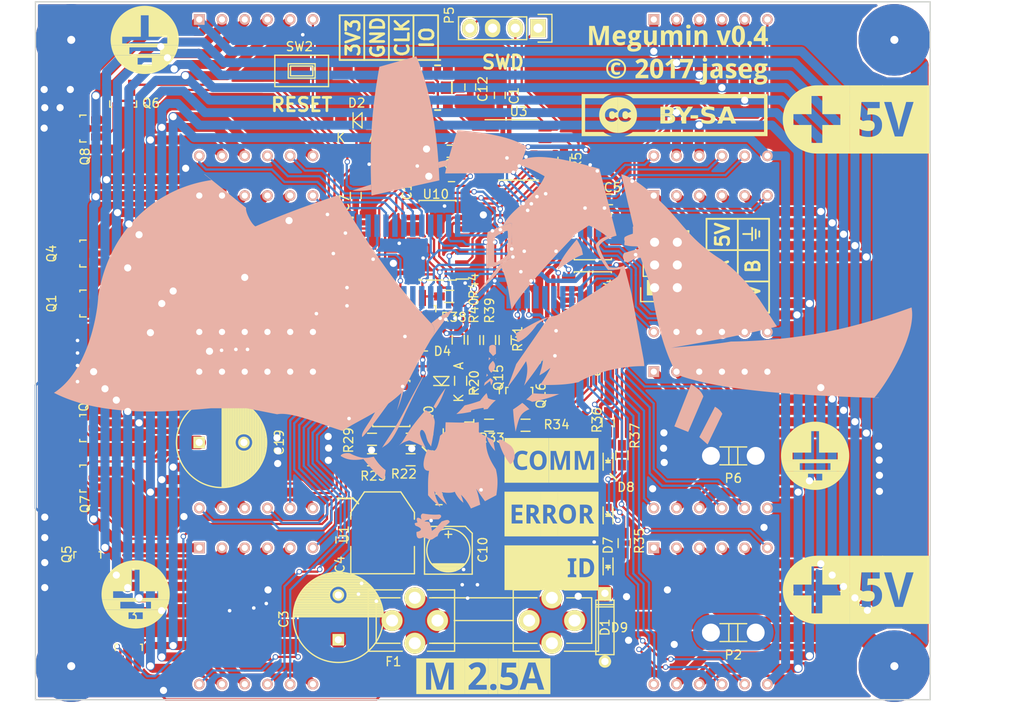
<source format=kicad_pcb>
(kicad_pcb (version 4) (host pcbnew 4.0.6)
  (layers (0 F.Cu signal) (31 B.Cu signal) (34 B.Paste user hide) (35 F.Paste user) (36 B.SilkS user) (37 F.SilkS user) (38 B.Mask user hide) (39 F.Mask user) (44 Edge.Cuts user))
  (net 0 "")
  (net 1 GND)
  (net 2 VDD)
  (net 3 +3V3)
  (net 4 /RST)
  (net 5 /XT1)
  (net 6 /XT2)
  (net 7 /~WD_RST)
  (net 8 /LED_ID)
  (net 9 /LED_ERROR)
  (net 10 /LED_COMM)
  (net 11 "Net-(D10-Pad6)")
  (net 12 "Net-(D10-Pad9)")
  (net 13 "Net-(D10-Pad8)")
  (net 14 "Net-(D10-Pad12)")
  (net 15 "Net-(D11-Pad6)")
  (net 16 "Net-(D11-Pad9)")
  (net 17 "Net-(D11-Pad8)")
  (net 18 "Net-(D11-Pad12)")
  (net 19 "Net-(D12-Pad6)")
  (net 20 "Net-(D12-Pad9)")
  (net 21 "Net-(D12-Pad8)")
  (net 22 "Net-(D12-Pad12)")
  (net 23 "Net-(D13-Pad6)")
  (net 24 "Net-(D13-Pad9)")
  (net 25 "Net-(D13-Pad8)")
  (net 26 "Net-(D13-Pad12)")
  (net 27 /SEG_E_COM)
  (net 28 /SEG_D_COM)
  (net 29 /SEG_DP_COM)
  (net 30 /SEG_C_COM)
  (net 31 /SEG_G_COM)
  (net 32 "Net-(D14-Pad6)")
  (net 33 "Net-(D14-Pad9)")
  (net 34 "Net-(D14-Pad8)")
  (net 35 "Net-(D14-Pad12)")
  (net 36 /SEG_A_COM)
  (net 37 /SEG_B_COM)
  (net 38 /SEG_F_COM)
  (net 39 "Net-(D15-Pad6)")
  (net 40 "Net-(D15-Pad9)")
  (net 41 "Net-(D15-Pad8)")
  (net 42 "Net-(D15-Pad12)")
  (net 43 "Net-(D16-Pad6)")
  (net 44 "Net-(D16-Pad9)")
  (net 45 "Net-(D16-Pad8)")
  (net 46 "Net-(D16-Pad12)")
  (net 47 "Net-(D17-Pad6)")
  (net 48 "Net-(D17-Pad9)")
  (net 49 "Net-(D17-Pad8)")
  (net 50 "Net-(D17-Pad12)")
  (net 51 /RS485_A)
  (net 52 /RS485_B)
  (net 53 /SWDIO)
  (net 54 /SWCLK)
  (net 55 /SEG_A_CTRL)
  (net 56 /SEG_E_CTRL)
  (net 57 /~OE)
  (net 58 /RS485_DE)
  (net 59 /R_SET_CTRL0)
  (net 60 /R_SET_CTRL1)
  (net 61 "Net-(R38-Pad2)")
  (net 62 /mux_mod_left/R_SET_0)
  (net 63 "Net-(R40-Pad2)")
  (net 64 /mux_mod_left/R_SET_1)
  (net 65 /RS485_RX)
  (net 66 /RS485_TX)
  (net 67 /SCK)
  (net 68 /MOSI_C0)
  (net 69 /STROBE)
  (net 70 /AUX_STROBE)
  (net 71 "Net-(U5-Pad4)")
  (net 72 /VDD_PRE_FUSE)
  (net 73 /~WD_RST1)
  (net 74 /~WD_RST2)
  (net 75 /WD_REF2)
  (net 76 /WD_REF1)
  (net 77 "Net-(D7-Pad2)")
  (net 78 "Net-(D8-Pad2)")
  (net 79 "Net-(D9-Pad2)")
  (net 80 "Net-(U5-Pad5)")
  (net 81 "Net-(U5-Pad15)")
  (net 82 /WD_COMP1)
  (net 83 "Net-(Q14-Pad1)")
  (net 84 "Net-(Q15-Pad1)")
  (net 85 "Net-(Q16-Pad1)")
  (net 86 /~OE_HV)
  (net 87 /MOSI_C1_HV)
  (net 88 /STROBE_HV)
  (net 89 /mux_mod_right/SDO)
  (net 90 /MOSI_C0_HV)
  (net 91 "Net-(R1-Pad2)")
  (net 92 "Net-(U3-Pad10)")
  (net 93 "Net-(U3-Pad14)")
  (net 94 "Net-(U3-Pad6)")
  (net 95 /SCK_HV)
  (net 96 /~OE_HV_CB)
  (net 97 /SEG_C_CTRL)
  (net 98 /SEG_G_CTLR)
  (net 99 /SEG_B_CTRL)
  (net 100 /SEG_DP_CTRL)
  (net 101 /SEG_F_CTRL)
  (net 102 /SEG_D_CTRL)
  (net 103 +5V)
  (net 104 /MOSI_C2)
  (net 105 "Net-(U7-Pad9)")
  (module footprints:7seg_4digit_cc_modified (layer B.Cu) (at 118.11 65.405)
    (fp_text reference D12 hide)
    (fp_text value 7seg_4digit_cc)
    (pad 1 thru_hole rect (at 0 0) (size 1.2 1.2) (drill 0.7) (layers *.Cu *.Mask B.SilkS) (net 27 /SEG_E_COM))
    (pad 2 thru_hole circle (at 2.54 0) (size 1.2 1.2) (drill 0.7) (layers *.Cu *.Mask B.SilkS) (net 28 /SEG_D_COM))
    (pad 3 thru_hole circle (at 5.08 0) (size 1.2 1.2) (drill 0.7) (layers *.Cu *.Mask B.SilkS) (net 29 /SEG_DP_COM))
    (pad 4 thru_hole circle (at 7.62 0) (size 1.2 1.2) (drill 0.7) (layers *.Cu *.Mask B.SilkS) (net 30 /SEG_C_COM))
    (pad 5 thru_hole circle (at 10.16 0) (size 1.2 1.2) (drill 0.7) (layers *.Cu *.Mask B.SilkS) (net 31 /SEG_G_COM))
    (pad 6 thru_hole circle (at 12.7 0) (size 1.2 1.2) (drill 0.7) (layers *.Cu *.Mask B.SilkS) (net 19 "Net-(D12-Pad6)"))
    (pad 9 thru_hole circle (at 7.62 15.24) (size 1.2 1.2) (drill 0.7) (layers *.Cu *.Mask B.SilkS) (net 20 "Net-(D12-Pad9)"))
    (pad 8 thru_hole circle (at 10.16 15.24) (size 1.2 1.2) (drill 0.7) (layers *.Cu *.Mask B.SilkS) (net 21 "Net-(D12-Pad8)"))
    (pad 12 thru_hole circle (at 0 15.24) (size 1.2 1.2) (drill 0.7) (layers *.Cu *.Mask B.SilkS) (net 22 "Net-(D12-Pad12)"))
    (pad 11 thru_hole circle (at 2.54 15.24) (size 1.2 1.2) (drill 0.7) (layers *.Cu *.Mask B.SilkS) (net 36 /SEG_A_COM))
    (pad 7 thru_hole circle (at 12.7 15.24) (size 1.2 1.2) (drill 0.7) (layers *.Cu *.Mask B.SilkS) (net 37 /SEG_B_COM))
    (pad 10 thru_hole circle (at 5.08 15.24) (size 1.2 1.2) (drill 0.7) (layers *.Cu *.Mask B.SilkS) (net 38 /SEG_F_COM))
  )
  (module footprints:label_fuse_04 (layer F.Cu) (at 99.06 119.126)
    (fp_text reference svg2mod hide)
    (fp_text value G*** hide)
  )
  (module footprints:m3_pillar (layer F.Cu) (at 159.261 115.275)
    (fp_text reference P1 hide)
    (fp_text value VIN)
    (pad 1 thru_hole circle (at -14.261 -67.275) (size 8 8) (drill 0.9) (layers *.Cu *.Mask) (net 72 /VDD_PRE_FUSE))
  )
  (module footprints:m3_pillar (layer F.Cu) (at 52.5 117.4)
    (fp_text reference P3 hide)
    (fp_text value GND)
    (pad 1 thru_hole circle (at 0.5 0.6) (size 8 8) (drill 0.9) (layers *.Cu *.Mask) (net 1 GND))
  )
  (module Resistors_SMD:R_0603_HandSoldering (layer F.Cu) (at 99.75 81.55 90)
    (fp_text reference R39 (at 3.3 0 90) (layer F.SilkS))
    (fp_text value R)
    (pad 1 smd rect (at -1.1 0 90) (size 1.2 0.9) (layers F.Cu F.Paste F.Mask) (net 64 /mux_mod_left/R_SET_1))
    (pad 2 smd rect (at 1.1 0 90) (size 1.2 0.9) (layers F.Cu F.Paste F.Mask) (net 61 "Net-(R38-Pad2)"))
  )
  (module TO_SOT_Packages_SMD:SOT-223 (layer F.Cu) (at 87.8 103.1)
    (fp_text reference U1 (at -4.3 0.15 90) (layer F.SilkS))
    (fp_text value LD1117S33CTR)
    (pad 4 smd rect (at 0 -3.302) (size 3.6576 2.032) (layers F.Cu F.Paste F.Mask) (net 3 +3V3))
    (pad 2 smd rect (at 0 3.302) (size 1.016 2.032) (layers F.Cu F.Paste F.Mask) (net 3 +3V3))
    (pad 3 smd rect (at 2.286 3.302) (size 1.016 2.032) (layers F.Cu F.Paste F.Mask) (net 103 +5V))
    (pad 1 smd rect (at -2.286 3.302) (size 1.016 2.032) (layers F.Cu F.Paste F.Mask) (net 1 GND))
  )
  (module Housings_SSOP:TSSOP-20_4.4x6.5mm_Pitch0.65mm (layer F.Cu) (at 103 60.3)
    (fp_text reference U3 (at 0 -4.3) (layer F.SilkS))
    (fp_text value STM32F030F4Px)
    (pad 1 smd rect (at -2.95 -2.925) (size 1.45 0.45) (layers F.Cu F.Paste F.Mask) (net 1 GND))
    (pad 2 smd rect (at -2.95 -2.275) (size 1.45 0.45) (layers F.Cu F.Paste F.Mask) (net 5 /XT1))
    (pad 3 smd rect (at -2.95 -1.625) (size 1.45 0.45) (layers F.Cu F.Paste F.Mask) (net 6 /XT2))
    (pad 4 smd rect (at -2.95 -0.975) (size 1.45 0.45) (layers F.Cu F.Paste F.Mask) (net 4 /RST))
    (pad 5 smd rect (at -2.95 -0.325) (size 1.45 0.45) (layers F.Cu F.Paste F.Mask) (net 3 +3V3))
    (pad 6 smd rect (at -2.95 0.325) (size 1.45 0.45) (layers F.Cu F.Paste F.Mask) (net 94 "Net-(U3-Pad6)"))
    (pad 7 smd rect (at -2.95 0.975) (size 1.45 0.45) (layers F.Cu F.Paste F.Mask) (net 58 /RS485_DE))
    (pad 8 smd rect (at -2.95 1.625) (size 1.45 0.45) (layers F.Cu F.Paste F.Mask) (net 66 /RS485_TX))
    (pad 9 smd rect (at -2.95 2.275) (size 1.45 0.45) (layers F.Cu F.Paste F.Mask) (net 65 /RS485_RX))
    (pad 10 smd rect (at -2.95 2.925) (size 1.45 0.45) (layers F.Cu F.Paste F.Mask) (net 92 "Net-(U3-Pad10)"))
    (pad 11 smd rect (at 2.95 2.925) (size 1.45 0.45) (layers F.Cu F.Paste F.Mask) (net 67 /SCK))
    (pad 12 smd rect (at 2.95 2.275) (size 1.45 0.45) (layers F.Cu F.Paste F.Mask) (net 57 /~OE))
    (pad 13 smd rect (at 2.95 1.625) (size 1.45 0.45) (layers F.Cu F.Paste F.Mask) (net 68 /MOSI_C0))
    (pad 14 smd rect (at 2.95 0.975) (size 1.45 0.45) (layers F.Cu F.Paste F.Mask) (net 93 "Net-(U3-Pad14)"))
    (pad 15 smd rect (at 2.95 0.325) (size 1.45 0.45) (layers F.Cu F.Paste F.Mask) (net 1 GND))
    (pad 16 smd rect (at 2.95 -0.325) (size 1.45 0.45) (layers F.Cu F.Paste F.Mask) (net 3 +3V3))
    (pad 17 smd rect (at 2.95 -0.975) (size 1.45 0.45) (layers F.Cu F.Paste F.Mask) (net 69 /STROBE))
    (pad 18 smd rect (at 2.95 -1.625) (size 1.45 0.45) (layers F.Cu F.Paste F.Mask) (net 70 /AUX_STROBE))
    (pad 19 smd rect (at 2.95 -2.275) (size 1.45 0.45) (layers F.Cu F.Paste F.Mask) (net 53 /SWDIO))
    (pad 20 smd rect (at 2.95 -2.925) (size 1.45 0.45) (layers F.Cu F.Paste F.Mask) (net 54 /SWCLK))
  )
  (module Housings_SOIC:SOIC-8_3.9x4.9mm_Pitch1.27mm (layer F.Cu) (at 111.3 70)
    (fp_text reference U2 (at -3.05 -3.5) (layer F.SilkS))
    (fp_text value SP3485CN)
    (pad 1 smd rect (at -2.7 -1.905) (size 1.55 0.6) (layers F.Cu F.Paste F.Mask) (net 65 /RS485_RX))
    (pad 2 smd rect (at -2.7 -0.635) (size 1.55 0.6) (layers F.Cu F.Paste F.Mask) (net 58 /RS485_DE))
    (pad 3 smd rect (at -2.7 0.635) (size 1.55 0.6) (layers F.Cu F.Paste F.Mask) (net 58 /RS485_DE))
    (pad 4 smd rect (at -2.7 1.905) (size 1.55 0.6) (layers F.Cu F.Paste F.Mask) (net 66 /RS485_TX))
    (pad 5 smd rect (at 2.7 1.905) (size 1.55 0.6) (layers F.Cu F.Paste F.Mask) (net 1 GND))
    (pad 6 smd rect (at 2.7 0.635) (size 1.55 0.6) (layers F.Cu F.Paste F.Mask) (net 51 /RS485_A))
    (pad 7 smd rect (at 2.7 -0.635) (size 1.55 0.6) (layers F.Cu F.Paste F.Mask) (net 52 /RS485_B))
    (pad 8 smd rect (at 2.7 -1.905) (size 1.55 0.6) (layers F.Cu F.Paste F.Mask) (net 3 +3V3))
  )
  (module Capacitors_SMD:C_0603_HandSoldering (layer F.Cu) (at 95.504 63.246)
    (fp_text reference C2 (at 0.1016 -1.3208) (layer F.SilkS))
    (fp_text value 100n)
    (pad 1 smd rect (at -0.95 0) (size 1.2 0.75) (layers F.Cu F.Paste F.Mask) (net 1 GND))
    (pad 2 smd rect (at 0.95 0) (size 1.2 0.75) (layers F.Cu F.Paste F.Mask) (net 103 +5V))
  )
  (module Capacitors_SMD:c_elec_5x5.8 (layer F.Cu) (at 95.15 105.05 90)
    (fp_text reference C10 (at 0.05 3.85 90) (layer F.SilkS))
    (fp_text value 47u)
    (pad 1 smd rect (at 2.19964 0 90) (size 2.99974 1.6002) (layers F.Cu F.Paste F.Mask) (net 3 +3V3))
    (pad 2 smd rect (at -2.19964 0 90) (size 2.99974 1.6002) (layers F.Cu F.Paste F.Mask) (net 1 GND))
  )
  (module Resistors_SMD:R_0603_HandSoldering (layer F.Cu) (at 114.8 104.25 270)
    (fp_text reference R35 (at -0.25 -1.7 450) (layer F.SilkS))
    (fp_text value 100)
    (pad 1 smd rect (at -1.1 0 270) (size 1.2 0.9) (layers F.Cu F.Paste F.Mask) (net 8 /LED_ID))
    (pad 2 smd rect (at 1.1 0 270) (size 1.2 0.9) (layers F.Cu F.Paste F.Mask) (net 77 "Net-(D7-Pad2)"))
  )
  (module Diodes_SMD:MiniMELF_Standard (layer F.Cu) (at 84.9 57)
    (fp_text reference D2 (at 0 -1.95) (layer F.SilkS))
    (fp_text value D_Small)
    (fp_text user K (at -1.8 1.95) (layer F.SilkS))
    (fp_text user A (at 1.8 1.95) (layer F.SilkS))
    (pad 1 smd rect (at -1.75006 0) (size 1.30048 1.69926) (layers F.Cu F.Paste F.Mask) (net 7 /~WD_RST))
    (pad 2 smd rect (at 1.75006 0) (size 1.30048 1.69926) (layers F.Cu F.Paste F.Mask) (net 4 /RST))
  )
  (module Diodes_SMD:MiniMELF_Standard (layer F.Cu) (at 94.361 86.233 90)
    (fp_text reference D4 (at 3.429 0.127 180) (layer F.SilkS))
    (fp_text value D_Small)
    (fp_text user K (at -1.8 1.95 90) (layer F.SilkS))
    (fp_text user A (at 1.8 1.95 90) (layer F.SilkS))
    (pad 1 smd rect (at -1.75006 0 90) (size 1.30048 1.69926) (layers F.Cu F.Paste F.Mask) (net 74 /~WD_RST2))
    (pad 2 smd rect (at 1.75006 0 90) (size 1.30048 1.69926) (layers F.Cu F.Paste F.Mask) (net 7 /~WD_RST))
  )
  (module Diodes_SMD:MiniMELF_Standard (layer F.Cu) (at 87.884 84.455)
    (fp_text reference D3 (at -3.81 -0.762) (layer F.SilkS))
    (fp_text value D_Small)
    (fp_text user K (at -1.8 1.95) (layer F.SilkS))
    (fp_text user A (at 1.8 1.95) (layer F.SilkS))
    (pad 1 smd rect (at -1.75006 0) (size 1.30048 1.69926) (layers F.Cu F.Paste F.Mask) (net 73 /~WD_RST1))
    (pad 2 smd rect (at 1.75006 0) (size 1.30048 1.69926) (layers F.Cu F.Paste F.Mask) (net 7 /~WD_RST))
  )
  (module Capacitors_SMD:C_0603_HandSoldering (layer F.Cu) (at 83.185 103.886 90)
    (fp_text reference C4 (at -2.75 -0.15 90) (layer F.SilkS))
    (fp_text value 100n)
    (pad 1 smd rect (at -0.95 0 90) (size 1.2 0.75) (layers F.Cu F.Paste F.Mask) (net 1 GND))
    (pad 2 smd rect (at 0.95 0 90) (size 1.2 0.75) (layers F.Cu F.Paste F.Mask) (net 103 +5V))
  )
  (module Capacitors_SMD:C_0603_HandSoldering (layer F.Cu) (at 113.15 65.825)
    (fp_text reference C5 (at 0.35 -1.325) (layer F.SilkS))
    (fp_text value 100n)
    (pad 1 smd rect (at -0.95 0) (size 1.2 0.75) (layers F.Cu F.Paste F.Mask) (net 1 GND))
    (pad 2 smd rect (at 0.95 0) (size 1.2 0.75) (layers F.Cu F.Paste F.Mask) (net 3 +3V3))
  )
  (module Capacitors_SMD:C_0603_HandSoldering (layer F.Cu) (at 106.225 83.45 90)
    (fp_text reference C6 (at -0.05 -1.225 90) (layer F.SilkS))
    (fp_text value 100n)
    (pad 1 smd rect (at -0.95 0 90) (size 1.2 0.75) (layers F.Cu F.Paste F.Mask) (net 1 GND))
    (pad 2 smd rect (at 0.95 0 90) (size 1.2 0.75) (layers F.Cu F.Paste F.Mask) (net 3 +3V3))
  )
  (module Capacitors_SMD:C_0603_HandSoldering (layer F.Cu) (at 84.8 65.4 270)
    (fp_text reference C7 (at 0.8382 1.2446 270) (layer F.SilkS))
    (fp_text value 100n)
    (pad 1 smd rect (at -0.95 0 270) (size 1.2 0.75) (layers F.Cu F.Paste F.Mask) (net 1 GND))
    (pad 2 smd rect (at 0.95 0 270) (size 1.2 0.75) (layers F.Cu F.Paste F.Mask) (net 103 +5V))
  )
  (module Capacitors_SMD:C_0603_HandSoldering (layer F.Cu) (at 87.884 75.565 270)
    (fp_text reference C8 (at 1.05 1.7 270) (layer F.SilkS))
    (fp_text value 100n)
    (pad 1 smd rect (at -0.95 0 270) (size 1.2 0.75) (layers F.Cu F.Paste F.Mask) (net 1 GND))
    (pad 2 smd rect (at 0.95 0 270) (size 1.2 0.75) (layers F.Cu F.Paste F.Mask) (net 103 +5V))
  )
  (module Capacitors_SMD:C_0603_HandSoldering (layer F.Cu) (at 94.1 99.35)
    (fp_text reference C9 (at 0 -1.9) (layer F.SilkS))
    (fp_text value 100n)
    (pad 1 smd rect (at -0.95 0) (size 1.2 0.75) (layers F.Cu F.Paste F.Mask) (net 1 GND))
    (pad 2 smd rect (at 0.95 0) (size 1.2 0.75) (layers F.Cu F.Paste F.Mask) (net 3 +3V3))
  )
  (module Capacitors_SMD:C_0603_HandSoldering (layer F.Cu) (at 90.4 61.1 270)
    (fp_text reference C11 (at 3.3782 -0.127 270) (layer F.SilkS))
    (fp_text value 10n)
    (pad 1 smd rect (at -0.95 0 270) (size 1.2 0.75) (layers F.Cu F.Paste F.Mask) (net 4 /RST))
    (pad 2 smd rect (at 0.95 0 270) (size 1.2 0.75) (layers F.Cu F.Paste F.Mask) (net 1 GND))
  )
  (module Capacitors_SMD:C_0603_HandSoldering (layer F.Cu) (at 97.6 53.275 270)
    (fp_text reference C12 (at 0.225 -1.4 270) (layer F.SilkS))
    (fp_text value 22p)
    (pad 1 smd rect (at -0.95 0 270) (size 1.2 0.75) (layers F.Cu F.Paste F.Mask) (net 1 GND))
    (pad 2 smd rect (at 0.95 0 270) (size 1.2 0.75) (layers F.Cu F.Paste F.Mask) (net 5 /XT1))
  )
  (module Capacitors_SMD:C_0603_HandSoldering (layer F.Cu) (at 90.375 53.2 90)
    (fp_text reference C13 (at -0.05 -1.375 90) (layer F.SilkS))
    (fp_text value 22p)
    (pad 1 smd rect (at -0.95 0 90) (size 1.2 0.75) (layers F.Cu F.Paste F.Mask) (net 1 GND))
    (pad 2 smd rect (at 0.95 0 90) (size 1.2 0.75) (layers F.Cu F.Paste F.Mask) (net 6 /XT2))
  )
  (module Capacitors_SMD:C_0603_HandSoldering (layer F.Cu) (at 93.98 91.821 270)
    (fp_text reference C20 (at -1.524 1.016 270) (layer F.SilkS))
    (fp_text value 100n)
    (pad 1 smd rect (at -0.95 0 270) (size 1.2 0.75) (layers F.Cu F.Paste F.Mask) (net 82 /WD_COMP1))
    (pad 2 smd rect (at 0.95 0 270) (size 1.2 0.75) (layers F.Cu F.Paste F.Mask) (net 1 GND))
  )
  (module LEDs:LED_0603 (layer F.Cu) (at 113 107 270)
    (fp_text reference D7 (at -2.5 0 450) (layer F.SilkS))
    (fp_text value ID)
    (pad 2 smd rect (at 0.7493 0 90) (size 0.79756 0.79756) (layers F.Cu F.Paste F.Mask) (net 77 "Net-(D7-Pad2)"))
    (pad 1 smd rect (at -0.7493 0 90) (size 0.79756 0.79756) (layers F.Cu F.Paste F.Mask) (net 1 GND))
  )
  (module LEDs:LED_0603 (layer F.Cu) (at 113 95 90)
    (fp_text reference D8 (at -3 2 360) (layer F.SilkS))
    (fp_text value ERROR)
    (pad 2 smd rect (at 0.7493 0 270) (size 0.79756 0.79756) (layers F.Cu F.Paste F.Mask) (net 78 "Net-(D8-Pad2)"))
    (pad 1 smd rect (at -0.7493 0 270) (size 0.79756 0.79756) (layers F.Cu F.Paste F.Mask) (net 1 GND))
  )
  (module LEDs:LED_0603 (layer F.Cu) (at 113 101 90)
    (fp_text reference D9 (at -12.7 1.27 180) (layer F.SilkS))
    (fp_text value COMM)
    (pad 2 smd rect (at 0.7493 0 270) (size 0.79756 0.79756) (layers F.Cu F.Paste F.Mask) (net 79 "Net-(D9-Pad2)"))
    (pad 1 smd rect (at -0.7493 0 270) (size 0.79756 0.79756) (layers F.Cu F.Paste F.Mask) (net 1 GND))
  )
  (module Fuse_Holders_and_Fuses:Fuseholder5x20_horiz_open_universal_Type-III (layer F.Cu) (at 99.06 112.903 180)
    (fp_text reference F1 (at 10.06 -4.597 180) (layer F.SilkS))
    (fp_text value "2.5A MT")
    (pad 2 thru_hole circle (at 5.12064 0 180) (size 2.3495 2.3495) (drill 1.34874) (layers *.Cu *.Mask F.SilkS) (net 2 VDD))
    (pad 2 thru_hole circle (at 10.20064 0 180) (size 2.3495 2.3495) (drill 1.34874) (layers *.Cu *.Mask F.SilkS) (net 2 VDD))
    (pad 1 thru_hole circle (at -5.1181 0 180) (size 2.3495 2.3495) (drill 1.34874) (layers *.Cu *.Mask F.SilkS) (net 72 /VDD_PRE_FUSE))
    (pad 1 thru_hole circle (at -10.1981 0 180) (size 2.3495 2.3495) (drill 1.34874) (layers *.Cu *.Mask F.SilkS) (net 72 /VDD_PRE_FUSE))
    (pad 2 thru_hole circle (at 7.66064 -2.54 180) (size 2.3495 2.3495) (drill 1.34874) (layers *.Cu *.Mask F.SilkS) (net 2 VDD))
    (pad 2 thru_hole circle (at 7.66064 2.54 180) (size 2.3495 2.3495) (drill 1.34874) (layers *.Cu *.Mask F.SilkS) (net 2 VDD))
    (pad 1 thru_hole circle (at -7.6581 -2.54 180) (size 2.3495 2.3495) (drill 1.34874) (layers *.Cu *.Mask F.SilkS) (net 72 /VDD_PRE_FUSE))
    (pad 1 thru_hole circle (at -7.6581 2.54 180) (size 2.3495 2.3495) (drill 1.34874) (layers *.Cu *.Mask F.SilkS) (net 72 /VDD_PRE_FUSE))
  )
  (module Socket_Strips:Socket_Strip_Straight_1x04 (layer F.Cu) (at 105.175 46.7 180)
    (fp_text reference P5 (at 9.925 1.45 270) (layer F.SilkS))
    (fp_text value SWD)
    (pad 1 thru_hole rect (at 0 0 180) (size 1.7272 2.032) (drill 1.016) (layers *.Cu *.Mask F.SilkS) (net 53 /SWDIO))
    (pad 2 thru_hole oval (at 2.54 0 180) (size 1.7272 2.032) (drill 1.016) (layers *.Cu *.Mask F.SilkS) (net 54 /SWCLK))
    (pad 3 thru_hole oval (at 5.08 0 180) (size 1.7272 2.032) (drill 1.016) (layers *.Cu *.Mask F.SilkS) (net 1 GND))
    (pad 4 thru_hole oval (at 7.62 0 180) (size 1.7272 2.032) (drill 1.016) (layers *.Cu *.Mask F.SilkS) (net 3 +3V3))
  )
  (module TO_SOT_Packages_SMD:SOT-23_Handsoldering (layer F.Cu) (at 54.61 77.47 90)
    (fp_text reference Q1 (at 0 -3.81 90) (layer F.SilkS))
    (fp_text value AO3415A)
    (pad 1 smd rect (at -0.95 1.50114 90) (size 0.8001 1.80086) (layers F.Cu F.Paste F.Mask) (net 97 /SEG_C_CTRL))
    (pad 2 smd rect (at 0.95 1.50114 90) (size 0.8001 1.80086) (layers F.Cu F.Paste F.Mask) (net 30 /SEG_C_COM))
    (pad 3 smd rect (at 0 -1.50114 90) (size 0.8001 1.80086) (layers F.Cu F.Paste F.Mask) (net 2 VDD))
  )
  (module TO_SOT_Packages_SMD:SOT-23_Handsoldering (layer F.Cu) (at 54.6 91.4 90)
    (fp_text reference Q2 (at 2.84 -0.191 90) (layer F.SilkS))
    (fp_text value AO3415A)
    (pad 1 smd rect (at -0.95 1.50114 90) (size 0.8001 1.80086) (layers F.Cu F.Paste F.Mask) (net 98 /SEG_G_CTLR))
    (pad 2 smd rect (at 0.95 1.50114 90) (size 0.8001 1.80086) (layers F.Cu F.Paste F.Mask) (net 31 /SEG_G_COM))
    (pad 3 smd rect (at 0 -1.50114 90) (size 0.8001 1.80086) (layers F.Cu F.Paste F.Mask) (net 2 VDD))
  )
  (module TO_SOT_Packages_SMD:SOT-23_Handsoldering (layer F.Cu) (at 59.436 116.205)
    (fp_text reference Q3 (at 0 -3.81) (layer F.SilkS))
    (fp_text value AO3415A)
    (pad 1 smd rect (at -0.95 1.50114) (size 0.8001 1.80086) (layers F.Cu F.Paste F.Mask) (net 99 /SEG_B_CTRL))
    (pad 2 smd rect (at 0.95 1.50114) (size 0.8001 1.80086) (layers F.Cu F.Paste F.Mask) (net 37 /SEG_B_COM))
    (pad 3 smd rect (at 0 -1.50114) (size 0.8001 1.80086) (layers F.Cu F.Paste F.Mask) (net 2 VDD))
  )
  (module TO_SOT_Packages_SMD:SOT-23_Handsoldering (layer F.Cu) (at 54.61 71.882 90)
    (fp_text reference Q4 (at 0 -3.81 90) (layer F.SilkS))
    (fp_text value AO3415A)
    (pad 1 smd rect (at -0.95 1.50114 90) (size 0.8001 1.80086) (layers F.Cu F.Paste F.Mask) (net 100 /SEG_DP_CTRL))
    (pad 2 smd rect (at 0.95 1.50114 90) (size 0.8001 1.80086) (layers F.Cu F.Paste F.Mask) (net 29 /SEG_DP_COM))
    (pad 3 smd rect (at 0 -1.50114 90) (size 0.8001 1.80086) (layers F.Cu F.Paste F.Mask) (net 2 VDD))
  )
  (module TO_SOT_Packages_SMD:SOT-23_Handsoldering (layer F.Cu) (at 54.8 105.872)
    (fp_text reference Q5 (at -2.3 -0.372 90) (layer F.SilkS))
    (fp_text value AO3415A)
    (pad 1 smd rect (at -0.95 1.50114) (size 0.8001 1.80086) (layers F.Cu F.Paste F.Mask) (net 101 /SEG_F_CTRL))
    (pad 2 smd rect (at 0.95 1.50114) (size 0.8001 1.80086) (layers F.Cu F.Paste F.Mask) (net 38 /SEG_F_COM))
    (pad 3 smd rect (at 0 -1.50114) (size 0.8001 1.80086) (layers F.Cu F.Paste F.Mask) (net 2 VDD))
  )
  (module TO_SOT_Packages_SMD:SOT-23_Handsoldering (layer F.Cu) (at 58.801 54.864 180)
    (fp_text reference Q6 (at -3.111 -0.208 180) (layer F.SilkS))
    (fp_text value AO3415A)
    (pad 1 smd rect (at -0.95 1.50114 180) (size 0.8001 1.80086) (layers F.Cu F.Paste F.Mask) (net 102 /SEG_D_CTRL))
    (pad 2 smd rect (at 0.95 1.50114 180) (size 0.8001 1.80086) (layers F.Cu F.Paste F.Mask) (net 28 /SEG_D_COM))
    (pad 3 smd rect (at 0 -1.50114 180) (size 0.8001 1.80086) (layers F.Cu F.Paste F.Mask) (net 2 VDD))
  )
  (module TO_SOT_Packages_SMD:SOT-23_Handsoldering (layer F.Cu) (at 54.61 97.028 90)
    (fp_text reference Q7 (at -2.875 -0.064 90) (layer F.SilkS))
    (fp_text value AO3415A)
    (pad 1 smd rect (at -0.95 1.50114 90) (size 0.8001 1.80086) (layers F.Cu F.Paste F.Mask) (net 55 /SEG_A_CTRL))
    (pad 2 smd rect (at 0.95 1.50114 90) (size 0.8001 1.80086) (layers F.Cu F.Paste F.Mask) (net 36 /SEG_A_COM))
    (pad 3 smd rect (at 0 -1.50114 90) (size 0.8001 1.80086) (layers F.Cu F.Paste F.Mask) (net 2 VDD))
  )
  (module TO_SOT_Packages_SMD:SOT-23_Handsoldering (layer F.Cu) (at 54.61 57.912 90)
    (fp_text reference Q8 (at -3.129 -0.064 90) (layer F.SilkS))
    (fp_text value AO3415A)
    (pad 1 smd rect (at -0.95 1.50114 90) (size 0.8001 1.80086) (layers F.Cu F.Paste F.Mask) (net 56 /SEG_E_CTRL))
    (pad 2 smd rect (at 0.95 1.50114 90) (size 0.8001 1.80086) (layers F.Cu F.Paste F.Mask) (net 27 /SEG_E_COM))
    (pad 3 smd rect (at 0 -1.50114 90) (size 0.8001 1.80086) (layers F.Cu F.Paste F.Mask) (net 2 VDD))
  )
  (module Resistors_SMD:R_0603_HandSoldering (layer F.Cu) (at 88.55 81.275 270)
    (fp_text reference R1 (at -1.275 1.55 270) (layer F.SilkS))
    (fp_text value 47k)
    (pad 1 smd rect (at -1.1 0 270) (size 1.2 0.9) (layers F.Cu F.Paste F.Mask) (net 1 GND))
    (pad 2 smd rect (at 1.1 0 270) (size 1.2 0.9) (layers F.Cu F.Paste F.Mask) (net 91 "Net-(R1-Pad2)"))
  )
  (module Resistors_SMD:R_0603_HandSoldering (layer F.Cu) (at 95.504 60.452 180)
    (fp_text reference R3 (at -3.1242 0.0508 180) (layer F.SilkS))
    (fp_text value 47k)
    (pad 1 smd rect (at -1.1 0 180) (size 1.2 0.9) (layers F.Cu F.Paste F.Mask) (net 3 +3V3))
    (pad 2 smd rect (at 1.1 0 180) (size 1.2 0.9) (layers F.Cu F.Paste F.Mask) (net 4 /RST))
  )
  (module Resistors_SMD:R_0603_HandSoldering (layer F.Cu) (at 105.918 71.501 270)
    (fp_text reference R4 (at -2.95 -0.125 270) (layer F.SilkS))
    (fp_text value 100k)
    (pad 1 smd rect (at -1.1 0 270) (size 1.2 0.9) (layers F.Cu F.Paste F.Mask) (net 58 /RS485_DE))
    (pad 2 smd rect (at 1.1 0 270) (size 1.2 0.9) (layers F.Cu F.Paste F.Mask) (net 1 GND))
  )
  (module Resistors_SMD:R_0603_HandSoldering (layer F.Cu) (at 108.075 61.625 90)
    (fp_text reference R5 (at 0.125 1.425 90) (layer F.SilkS))
    (fp_text value 10k)
    (pad 1 smd rect (at -1.1 0 90) (size 1.2 0.9) (layers F.Cu F.Paste F.Mask) (net 57 /~OE))
    (pad 2 smd rect (at 1.1 0 90) (size 1.2 0.9) (layers F.Cu F.Paste F.Mask) (net 3 +3V3))
  )
  (module Resistors_SMD:R_0603_HandSoldering (layer F.Cu) (at 92.325 82.1)
    (fp_text reference R19 (at -2.325 -0.1 90) (layer F.SilkS))
    (fp_text value 10k)
    (pad 1 smd rect (at -1.1 0) (size 1.2 0.9) (layers F.Cu F.Paste F.Mask) (net 83 "Net-(Q14-Pad1)"))
    (pad 2 smd rect (at 1.1 0) (size 1.2 0.9) (layers F.Cu F.Paste F.Mask) (net 7 /~WD_RST))
  )
  (module Resistors_SMD:R_0603_HandSoldering (layer F.Cu) (at 96.52 86.106 90)
    (fp_text reference R20 (at -0.254 1.524 90) (layer F.SilkS))
    (fp_text value 47k)
    (pad 1 smd rect (at -1.1 0 90) (size 1.2 0.9) (layers F.Cu F.Paste F.Mask) (net 103 +5V))
    (pad 2 smd rect (at 1.1 0 90) (size 1.2 0.9) (layers F.Cu F.Paste F.Mask) (net 7 /~WD_RST))
  )
  (module Resistors_SMD:R_0603_HandSoldering (layer F.Cu) (at 84.328 87.884 90)
    (fp_text reference R23 (at -0.116 -1.578 90) (layer F.SilkS))
    (fp_text value 470k)
    (pad 1 smd rect (at -1.1 0 90) (size 1.2 0.9) (layers F.Cu F.Paste F.Mask) (net 76 /WD_REF1))
    (pad 2 smd rect (at 1.1 0 90) (size 1.2 0.9) (layers F.Cu F.Paste F.Mask) (net 73 /~WD_RST1))
  )
  (module Resistors_SMD:R_0603_HandSoldering (layer F.Cu) (at 113 90.75 270)
    (fp_text reference R36 (at -0.25 1.25 450) (layer F.SilkS))
    (fp_text value 140)
    (pad 1 smd rect (at -1.1 0 270) (size 1.2 0.9) (layers F.Cu F.Paste F.Mask) (net 9 /LED_ERROR))
    (pad 2 smd rect (at 1.1 0 270) (size 1.2 0.9) (layers F.Cu F.Paste F.Mask) (net 78 "Net-(D8-Pad2)"))
  )
  (module Resistors_SMD:R_0603_HandSoldering (layer F.Cu) (at 114.55 94.425 270)
    (fp_text reference R37 (at -2.175 -1.45 270) (layer F.SilkS))
    (fp_text value 100)
    (pad 1 smd rect (at -1.1 0 270) (size 1.2 0.9) (layers F.Cu F.Paste F.Mask) (net 10 /LED_COMM))
    (pad 2 smd rect (at 1.1 0 270) (size 1.2 0.9) (layers F.Cu F.Paste F.Mask) (net 79 "Net-(D9-Pad2)"))
  )
  (module Resistors_SMD:R_0603_HandSoldering (layer F.Cu) (at 96.25 81.5 90)
    (fp_text reference R38 (at 2.5 -0.5 180) (layer F.SilkS))
    (fp_text value R)
    (pad 1 smd rect (at -1.1 0 90) (size 1.2 0.9) (layers F.Cu F.Paste F.Mask) (net 62 /mux_mod_left/R_SET_0))
    (pad 2 smd rect (at 1.1 0 90) (size 1.2 0.9) (layers F.Cu F.Paste F.Mask) (net 61 "Net-(R38-Pad2)"))
  )
  (module Resistors_SMD:R_0603_HandSoldering (layer F.Cu) (at 98 81.55 90)
    (fp_text reference R40 (at 3.3 0 90) (layer F.SilkS))
    (fp_text value R)
    (pad 1 smd rect (at -1.1 0 90) (size 1.2 0.9) (layers F.Cu F.Paste F.Mask) (net 62 /mux_mod_left/R_SET_0))
    (pad 2 smd rect (at 1.1 0 90) (size 1.2 0.9) (layers F.Cu F.Paste F.Mask) (net 63 "Net-(R40-Pad2)"))
  )
  (module Resistors_SMD:R_0603_HandSoldering (layer F.Cu) (at 101.5 81.55 90)
    (fp_text reference R41 (at 0.127 1.397 90) (layer F.SilkS))
    (fp_text value R)
    (pad 1 smd rect (at -1.1 0 90) (size 1.2 0.9) (layers F.Cu F.Paste F.Mask) (net 64 /mux_mod_left/R_SET_1))
    (pad 2 smd rect (at 1.1 0 90) (size 1.2 0.9) (layers F.Cu F.Paste F.Mask) (net 63 "Net-(R40-Pad2)"))
  )
  (module Housings_SOIC:SOIC-16_3.9x9.9mm_Pitch1.27mm (layer F.Cu) (at 111.3 79 180)
    (fp_text reference U5 (at 0 -6 180) (layer F.SilkS))
    (fp_text value 74HC595_mine)
    (pad 1 smd rect (at -2.7 -4.445 180) (size 1.5 0.6) (layers F.Cu F.Paste F.Mask) (net 9 /LED_ERROR))
    (pad 2 smd rect (at -2.7 -3.175 180) (size 1.5 0.6) (layers F.Cu F.Paste F.Mask) (net 10 /LED_COMM))
    (pad 3 smd rect (at -2.7 -1.905 180) (size 1.5 0.6) (layers F.Cu F.Paste F.Mask) (net 8 /LED_ID))
    (pad 4 smd rect (at -2.7 -0.635 180) (size 1.5 0.6) (layers F.Cu F.Paste F.Mask) (net 71 "Net-(U5-Pad4)"))
    (pad 5 smd rect (at -2.7 0.635 180) (size 1.5 0.6) (layers F.Cu F.Paste F.Mask) (net 80 "Net-(U5-Pad5)"))
    (pad 6 smd rect (at -2.7 1.905 180) (size 1.5 0.6) (layers F.Cu F.Paste F.Mask) (net 59 /R_SET_CTRL0))
    (pad 7 smd rect (at -2.7 3.175 180) (size 1.5 0.6) (layers F.Cu F.Paste F.Mask) (net 60 /R_SET_CTRL1))
    (pad 8 smd rect (at -2.7 4.445 180) (size 1.5 0.6) (layers F.Cu F.Paste F.Mask) (net 1 GND))
    (pad 9 smd rect (at 2.7 4.445 180) (size 1.5 0.6) (layers F.Cu F.Paste F.Mask) (net 104 /MOSI_C2))
    (pad 10 smd rect (at 2.7 3.175 180) (size 1.5 0.6) (layers F.Cu F.Paste F.Mask) (net 3 +3V3))
    (pad 11 smd rect (at 2.7 1.905 180) (size 1.5 0.6) (layers F.Cu F.Paste F.Mask) (net 67 /SCK))
    (pad 12 smd rect (at 2.7 0.635 180) (size 1.5 0.6) (layers F.Cu F.Paste F.Mask) (net 70 /AUX_STROBE))
    (pad 13 smd rect (at 2.7 -0.635 180) (size 1.5 0.6) (layers F.Cu F.Paste F.Mask) (net 1 GND))
    (pad 14 smd rect (at 2.7 -1.905 180) (size 1.5 0.6) (layers F.Cu F.Paste F.Mask) (net 68 /MOSI_C0))
    (pad 15 smd rect (at 2.7 -3.175 180) (size 1.5 0.6) (layers F.Cu F.Paste F.Mask) (net 81 "Net-(U5-Pad15)"))
    (pad 16 smd rect (at 2.7 -4.445 180) (size 1.5 0.6) (layers F.Cu F.Paste F.Mask) (net 3 +3V3))
  )
  (module Housings_SOIC:SOIC-8_3.9x4.9mm_Pitch1.27mm (layer F.Cu) (at 88.773 88.646)
    (fp_text reference U6 (at -4.572 -3.556) (layer F.SilkS))
    (fp_text value LM393)
    (pad 1 smd rect (at -2.7 -1.905) (size 1.55 0.6) (layers F.Cu F.Paste F.Mask) (net 73 /~WD_RST1))
    (pad 2 smd rect (at -2.7 -0.635) (size 1.55 0.6) (layers F.Cu F.Paste F.Mask) (net 91 "Net-(R1-Pad2)"))
    (pad 3 smd rect (at -2.7 0.635) (size 1.55 0.6) (layers F.Cu F.Paste F.Mask) (net 76 /WD_REF1))
    (pad 4 smd rect (at -2.7 1.905) (size 1.55 0.6) (layers F.Cu F.Paste F.Mask) (net 1 GND))
    (pad 5 smd rect (at 2.7 1.905) (size 1.55 0.6) (layers F.Cu F.Paste F.Mask) (net 75 /WD_REF2))
    (pad 6 smd rect (at 2.7 0.635) (size 1.55 0.6) (layers F.Cu F.Paste F.Mask) (net 82 /WD_COMP1))
    (pad 7 smd rect (at 2.7 -0.635) (size 1.55 0.6) (layers F.Cu F.Paste F.Mask) (net 74 /~WD_RST2))
    (pad 8 smd rect (at 2.7 -1.905) (size 1.55 0.6) (layers F.Cu F.Paste F.Mask) (net 103 +5V))
  )
  (module Housings_SOIC:SOIC-16_3.9x9.9mm_Pitch1.27mm (layer F.Cu) (at 82.423 72.898)
    (fp_text reference U7 (at 0 -6) (layer F.SilkS))
    (fp_text value 74HC595_mine)
    (pad 1 smd rect (at -2.7 -4.445) (size 1.5 0.6) (layers F.Cu F.Paste F.Mask) (net 56 /SEG_E_CTRL))
    (pad 2 smd rect (at -2.7 -3.175) (size 1.5 0.6) (layers F.Cu F.Paste F.Mask) (net 100 /SEG_DP_CTRL))
    (pad 3 smd rect (at -2.7 -1.905) (size 1.5 0.6) (layers F.Cu F.Paste F.Mask) (net 97 /SEG_C_CTRL))
    (pad 4 smd rect (at -2.7 -0.635) (size 1.5 0.6) (layers F.Cu F.Paste F.Mask) (net 98 /SEG_G_CTLR))
    (pad 5 smd rect (at -2.7 0.635) (size 1.5 0.6) (layers F.Cu F.Paste F.Mask) (net 55 /SEG_A_CTRL))
    (pad 6 smd rect (at -2.7 1.905) (size 1.5 0.6) (layers F.Cu F.Paste F.Mask) (net 99 /SEG_B_CTRL))
    (pad 7 smd rect (at -2.7 3.175) (size 1.5 0.6) (layers F.Cu F.Paste F.Mask) (net 101 /SEG_F_CTRL))
    (pad 8 smd rect (at -2.7 4.445) (size 1.5 0.6) (layers F.Cu F.Paste F.Mask) (net 1 GND))
    (pad 9 smd rect (at 2.7 4.445) (size 1.5 0.6) (layers F.Cu F.Paste F.Mask) (net 105 "Net-(U7-Pad9)"))
    (pad 10 smd rect (at 2.7 3.175) (size 1.5 0.6) (layers F.Cu F.Paste F.Mask) (net 103 +5V))
    (pad 11 smd rect (at 2.7 1.905) (size 1.5 0.6) (layers F.Cu F.Paste F.Mask) (net 67 /SCK))
    (pad 12 smd rect (at 2.7 0.635) (size 1.5 0.6) (layers F.Cu F.Paste F.Mask) (net 70 /AUX_STROBE))
    (pad 13 smd rect (at 2.7 -0.635) (size 1.5 0.6) (layers F.Cu F.Paste F.Mask) (net 1 GND))
    (pad 14 smd rect (at 2.7 -1.905) (size 1.5 0.6) (layers F.Cu F.Paste F.Mask) (net 104 /MOSI_C2))
    (pad 15 smd rect (at 2.7 -3.175) (size 1.5 0.6) (layers F.Cu F.Paste F.Mask) (net 102 /SEG_D_CTRL))
    (pad 16 smd rect (at 2.7 -4.445) (size 1.5 0.6) (layers F.Cu F.Paste F.Mask) (net 103 +5V))
  )
  (module Resistors_SMD:R_0603_HandSoldering (layer F.Cu) (at 96.266 91.694 90)
    (fp_text reference R21 (at 0 1.27 90) (layer F.SilkS))
    (fp_text value 470k)
    (pad 1 smd rect (at -1.1 0 90) (size 1.2 0.9) (layers F.Cu F.Paste F.Mask) (net 75 /WD_REF2))
    (pad 2 smd rect (at 1.1 0 90) (size 1.2 0.9) (layers F.Cu F.Paste F.Mask) (net 74 /~WD_RST2))
  )
  (module Resistors_SMD:R_0603_HandSoldering (layer F.Cu) (at 90.932 94.9325)
    (fp_text reference R22 (at -0.762 1.5875) (layer F.SilkS))
    (fp_text value 100k)
    (pad 1 smd rect (at -1.1 0) (size 1.2 0.9) (layers F.Cu F.Paste F.Mask) (net 75 /WD_REF2))
    (pad 2 smd rect (at 1.1 0) (size 1.2 0.9) (layers F.Cu F.Paste F.Mask) (net 103 +5V))
  )
  (module Resistors_SMD:R_0603_HandSoldering (layer F.Cu) (at 90.932 92.6465 180)
    (fp_text reference R24 (at -3.318 -1.8535 180) (layer F.SilkS))
    (fp_text value 10k)
    (pad 1 smd rect (at -1.1 0 180) (size 1.2 0.9) (layers F.Cu F.Paste F.Mask) (net 1 GND))
    (pad 2 smd rect (at 1.1 0 180) (size 1.2 0.9) (layers F.Cu F.Paste F.Mask) (net 75 /WD_REF2))
  )
  (module Resistors_SMD:R_0603_HandSoldering (layer F.Cu) (at 86.614 94.9325 180)
    (fp_text reference R25 (at -0.136 -1.8175 180) (layer F.SilkS))
    (fp_text value 47k)
    (pad 1 smd rect (at -1.1 0 180) (size 1.2 0.9) (layers F.Cu F.Paste F.Mask) (net 76 /WD_REF1))
    (pad 2 smd rect (at 1.1 0 180) (size 1.2 0.9) (layers F.Cu F.Paste F.Mask) (net 103 +5V))
  )
  (module Resistors_SMD:R_0603_HandSoldering (layer F.Cu) (at 86.614 92.6465)
    (fp_text reference R29 (at -2.614 0.1035 90) (layer F.SilkS))
    (fp_text value 47k)
    (pad 1 smd rect (at -1.1 0) (size 1.2 0.9) (layers F.Cu F.Paste F.Mask) (net 1 GND))
    (pad 2 smd rect (at 1.1 0) (size 1.2 0.9) (layers F.Cu F.Paste F.Mask) (net 76 /WD_REF1))
  )
  (module Resistors_SMD:R_0603_HandSoldering (layer F.Cu) (at 85 82.225 180)
    (fp_text reference R32 (at 3.2385 0.127 180) (layer F.SilkS))
    (fp_text value 100k)
    (pad 1 smd rect (at -1.1 0 180) (size 1.2 0.9) (layers F.Cu F.Paste F.Mask) (net 82 /WD_COMP1))
    (pad 2 smd rect (at 1.1 0 180) (size 1.2 0.9) (layers F.Cu F.Paste F.Mask) (net 100 /SEG_DP_CTRL))
  )
  (module Resistors_SMD:R_0603_HandSoldering (layer F.Cu) (at 99.7 91.075)
    (fp_text reference R33 (at 0.3 1.425) (layer F.SilkS))
    (fp_text value 100k)
    (pad 1 smd rect (at -1.1 0) (size 1.2 0.9) (layers F.Cu F.Paste F.Mask) (net 84 "Net-(Q15-Pad1)"))
    (pad 2 smd rect (at 1.1 0) (size 1.2 0.9) (layers F.Cu F.Paste F.Mask) (net 59 /R_SET_CTRL0))
  )
  (module Resistors_SMD:R_0603_HandSoldering (layer F.Cu) (at 103.775 91.075)
    (fp_text reference R34 (at 3.475 -0.075) (layer F.SilkS))
    (fp_text value 100k)
    (pad 1 smd rect (at -1.1 0) (size 1.2 0.9) (layers F.Cu F.Paste F.Mask) (net 85 "Net-(Q16-Pad1)"))
    (pad 2 smd rect (at 1.1 0) (size 1.2 0.9) (layers F.Cu F.Paste F.Mask) (net 60 /R_SET_CTRL1))
  )
  (module Capacitors_ThroughHole:C_Radial_D10_L20_P5 (layer F.Cu) (at 82.85 115.05 90)
    (fp_text reference C3 (at 2.3 -6.1 270) (layer F.SilkS))
    (fp_text value 1000u)
    (pad 1 thru_hole rect (at 0 0 90) (size 1.3 1.3) (drill 0.8) (layers *.Cu *.Mask F.SilkS) (net 2 VDD))
    (pad 2 thru_hole circle (at 5 0 90) (size 1.3 1.3) (drill 0.8) (layers *.Cu *.Mask F.SilkS) (net 1 GND))
  )
  (module Capacitors_ThroughHole:C_Radial_D10_L20_P5 (layer F.Cu) (at 67.3 93)
    (fp_text reference C19 (at 8.95 0 90) (layer F.SilkS))
    (fp_text value 1000u)
    (pad 1 thru_hole rect (at 0 0) (size 1.3 1.3) (drill 0.8) (layers *.Cu *.Mask F.SilkS) (net 2 VDD))
    (pad 2 thru_hole circle (at 5 0) (size 1.3 1.3) (drill 0.8) (layers *.Cu *.Mask F.SilkS) (net 1 GND))
  )
  (module Discret:D3 (layer F.Cu) (at 112.649 113.665 90)
    (fp_text reference D1 (at 0 0 90) (layer F.SilkS))
    (fp_text value "6.4V 1.3W")
    (pad 1 thru_hole rect (at 3.81 0 90) (size 1.397 1.397) (drill 0.8128) (layers *.Cu *.Mask F.SilkS) (net 2 VDD))
    (pad 2 thru_hole circle (at -3.81 0 90) (size 1.397 1.397) (drill 0.8128) (layers *.Cu *.Mask F.SilkS) (net 1 GND))
  )
  (module Buttons_Switches_SMD:SW_SPST_FSMSM (layer F.Cu) (at 78.7654 51.4731 180)
    (fp_text reference SW2 (at 0.2654 2.7231 360) (layer F.SilkS))
    (fp_text value RESET)
    (pad 1 smd rect (at -4.60243 -0.00232 180) (size 2.18 1.6) (layers F.Cu F.Paste F.Mask) (net 4 /RST))
    (pad 2 smd rect (at 4.60243 0.00232 180) (size 2.18 1.6) (layers F.Cu F.Paste F.Mask) (net 1 GND))
  )
  (module footprints:spade_6.35mm (layer F.Cu) (at 127 114.25)
    (fp_text reference P2 (at 0 2.5) (layer F.SilkS))
    (fp_text value VIN)
    (pad 1 thru_hole circle (at -2.5 0) (size 3 3) (drill 2) (layers *.Cu *.Mask) (net 72 /VDD_PRE_FUSE))
    (pad 1 thru_hole circle (at 2.5 0) (size 3 3) (drill 2) (layers *.Cu *.Mask) (net 72 /VDD_PRE_FUSE))
  )
  (module footprints:spade_6.35mm (layer F.Cu) (at 127 94.5)
    (fp_text reference P6 (at 0 2.5) (layer F.SilkS))
    (fp_text value GND)
    (pad 1 thru_hole circle (at -2.5 0) (size 3 3) (drill 2) (layers *.Cu *.Mask) (net 1 GND))
    (pad 1 thru_hole circle (at 2.5 0) (size 3 3) (drill 2) (layers *.Cu *.Mask) (net 1 GND))
  )
  (module footprints:m3_pillar (layer F.Cu) (at 145.161 117.475)
    (fp_text reference P1 hide)
    (fp_text value VIN)
    (pad 1 thru_hole circle (at -0.161 0.525) (size 8 8) (drill 0.9) (layers *.Cu *.Mask) (net 72 /VDD_PRE_FUSE))
  )
  (module footprints:m3_pillar (layer F.Cu) (at 52.9 47.8)
    (fp_text reference P3 hide)
    (fp_text value GND)
    (pad 1 thru_hole circle (at 0.1 0.2) (size 8 8) (drill 0.9) (layers *.Cu *.Mask) (net 1 GND))
  )
  (module footprints:SSOP24-1.0-nosilk (layer B.Cu) (at 107.442 72.771)
    (fp_text reference U8 hide)
    (fp_text value MBI5026)
    (pad 1 smd rect (at -5.5 -4) (size 0.6 2.5) (layers B.Cu B.Paste B.Mask) (net 1 GND))
    (pad 2 smd rect (at -4.5 -4) (size 0.6 2.5) (layers B.Cu B.Paste B.Mask) (net 87 /MOSI_C1_HV))
    (pad 3 smd rect (at -3.5 -4) (size 0.6 2.5) (layers B.Cu B.Paste B.Mask) (net 95 /SCK_HV))
    (pad 4 smd rect (at -2.5 -4) (size 0.6 2.5) (layers B.Cu B.Paste B.Mask) (net 88 /STROBE_HV))
    (pad 5 smd rect (at -1.5 -4) (size 0.6 2.5) (layers B.Cu B.Paste B.Mask) (net 26 "Net-(D13-Pad12)"))
    (pad 6 smd rect (at -0.5 -4) (size 0.6 2.5) (layers B.Cu B.Paste B.Mask) (net 24 "Net-(D13-Pad9)"))
    (pad 7 smd rect (at 0.5 -4) (size 0.6 2.5) (layers B.Cu B.Paste B.Mask) (net 25 "Net-(D13-Pad8)"))
    (pad 8 smd rect (at 1.5 -4) (size 0.6 2.5) (layers B.Cu B.Paste B.Mask) (net 23 "Net-(D13-Pad6)"))
    (pad 9 smd rect (at 2.5 -4) (size 0.6 2.5) (layers B.Cu B.Paste B.Mask) (net 22 "Net-(D12-Pad12)"))
    (pad 10 smd rect (at 3.5 -4) (size 0.6 2.5) (layers B.Cu B.Paste B.Mask) (net 20 "Net-(D12-Pad9)"))
    (pad 11 smd rect (at 4.5 -4) (size 0.6 2.5) (layers B.Cu B.Paste B.Mask) (net 21 "Net-(D12-Pad8)"))
    (pad 12 smd rect (at 5.5 -4) (size 0.6 2.5) (layers B.Cu B.Paste B.Mask) (net 19 "Net-(D12-Pad6)"))
    (pad 13 smd rect (at 5.5 4) (size 0.6 2.5) (layers B.Cu B.Paste B.Mask) (net 18 "Net-(D11-Pad12)"))
    (pad 14 smd rect (at 4.5 4) (size 0.6 2.5) (layers B.Cu B.Paste B.Mask) (net 16 "Net-(D11-Pad9)"))
    (pad 15 smd rect (at 3.5 4) (size 0.6 2.5) (layers B.Cu B.Paste B.Mask) (net 17 "Net-(D11-Pad8)"))
    (pad 16 smd rect (at 2.5 4) (size 0.6 2.5) (layers B.Cu B.Paste B.Mask) (net 15 "Net-(D11-Pad6)"))
    (pad 17 smd rect (at 1.5 4) (size 0.6 2.5) (layers B.Cu B.Paste B.Mask) (net 14 "Net-(D10-Pad12)"))
    (pad 18 smd rect (at 0.5 4) (size 0.6 2.5) (layers B.Cu B.Paste B.Mask) (net 12 "Net-(D10-Pad9)"))
    (pad 19 smd rect (at -0.5 4) (size 0.6 2.5) (layers B.Cu B.Paste B.Mask) (net 13 "Net-(D10-Pad8)"))
    (pad 20 smd rect (at -1.5 4) (size 0.6 2.5) (layers B.Cu B.Paste B.Mask) (net 11 "Net-(D10-Pad6)"))
    (pad 21 smd rect (at -2.5 4) (size 0.6 2.5) (layers B.Cu B.Paste B.Mask) (net 96 /~OE_HV_CB))
    (pad 22 smd rect (at -3.5 4) (size 0.6 2.5) (layers B.Cu B.Paste B.Mask) (net 89 /mux_mod_right/SDO))
    (pad 23 smd rect (at -4.5 4) (size 0.6 2.5) (layers B.Cu B.Paste B.Mask) (net 61 "Net-(R38-Pad2)"))
    (pad 24 smd rect (at -5.5 4) (size 0.6 2.5) (layers B.Cu B.Paste B.Mask) (net 103 +5V))
  )
  (module footprints:SSOP24-1.0-nosilk (layer B.Cu) (at 90.678 72.771 180)
    (fp_text reference U9 hide)
    (fp_text value MBI5026)
    (pad 1 smd rect (at -5.5 -4 180) (size 0.6 2.5) (layers B.Cu B.Paste B.Mask) (net 1 GND))
    (pad 2 smd rect (at -4.5 -4 180) (size 0.6 2.5) (layers B.Cu B.Paste B.Mask) (net 90 /MOSI_C0_HV))
    (pad 3 smd rect (at -3.5 -4 180) (size 0.6 2.5) (layers B.Cu B.Paste B.Mask) (net 95 /SCK_HV))
    (pad 4 smd rect (at -2.5 -4 180) (size 0.6 2.5) (layers B.Cu B.Paste B.Mask) (net 88 /STROBE_HV))
    (pad 5 smd rect (at -1.5 -4 180) (size 0.6 2.5) (layers B.Cu B.Paste B.Mask) (net 50 "Net-(D17-Pad12)"))
    (pad 6 smd rect (at -0.5 -4 180) (size 0.6 2.5) (layers B.Cu B.Paste B.Mask) (net 48 "Net-(D17-Pad9)"))
    (pad 7 smd rect (at 0.5 -4 180) (size 0.6 2.5) (layers B.Cu B.Paste B.Mask) (net 49 "Net-(D17-Pad8)"))
    (pad 8 smd rect (at 1.5 -4 180) (size 0.6 2.5) (layers B.Cu B.Paste B.Mask) (net 47 "Net-(D17-Pad6)"))
    (pad 9 smd rect (at 2.5 -4 180) (size 0.6 2.5) (layers B.Cu B.Paste B.Mask) (net 46 "Net-(D16-Pad12)"))
    (pad 10 smd rect (at 3.5 -4 180) (size 0.6 2.5) (layers B.Cu B.Paste B.Mask) (net 44 "Net-(D16-Pad9)"))
    (pad 11 smd rect (at 4.5 -4 180) (size 0.6 2.5) (layers B.Cu B.Paste B.Mask) (net 45 "Net-(D16-Pad8)"))
    (pad 12 smd rect (at 5.5 -4 180) (size 0.6 2.5) (layers B.Cu B.Paste B.Mask) (net 43 "Net-(D16-Pad6)"))
    (pad 13 smd rect (at 5.5 4 180) (size 0.6 2.5) (layers B.Cu B.Paste B.Mask) (net 42 "Net-(D15-Pad12)"))
    (pad 14 smd rect (at 4.5 4 180) (size 0.6 2.5) (layers B.Cu B.Paste B.Mask) (net 40 "Net-(D15-Pad9)"))
    (pad 15 smd rect (at 3.5 4 180) (size 0.6 2.5) (layers B.Cu B.Paste B.Mask) (net 41 "Net-(D15-Pad8)"))
    (pad 16 smd rect (at 2.5 4 180) (size 0.6 2.5) (layers B.Cu B.Paste B.Mask) (net 39 "Net-(D15-Pad6)"))
    (pad 17 smd rect (at 1.5 4 180) (size 0.6 2.5) (layers B.Cu B.Paste B.Mask) (net 35 "Net-(D14-Pad12)"))
    (pad 18 smd rect (at 0.5 4 180) (size 0.6 2.5) (layers B.Cu B.Paste B.Mask) (net 33 "Net-(D14-Pad9)"))
    (pad 19 smd rect (at -0.5 4 180) (size 0.6 2.5) (layers B.Cu B.Paste B.Mask) (net 34 "Net-(D14-Pad8)"))
    (pad 20 smd rect (at -1.5 4 180) (size 0.6 2.5) (layers B.Cu B.Paste B.Mask) (net 32 "Net-(D14-Pad6)"))
    (pad 21 smd rect (at -2.5 4 180) (size 0.6 2.5) (layers B.Cu B.Paste B.Mask) (net 96 /~OE_HV_CB))
    (pad 22 smd rect (at -3.5 4 180) (size 0.6 2.5) (layers B.Cu B.Paste B.Mask) (net 87 /MOSI_C1_HV))
    (pad 23 smd rect (at -4.5 4 180) (size 0.6 2.5) (layers B.Cu B.Paste B.Mask) (net 63 "Net-(R40-Pad2)"))
    (pad 24 smd rect (at -5.5 4 180) (size 0.6 2.5) (layers B.Cu B.Paste B.Mask) (net 103 +5V))
  )
  (module Resistors_SMD:R_0603_HandSoldering (layer F.Cu) (at 95.25 76.675)
    (fp_text reference R44 (at 2.75 -1.175 90) (layer F.SilkS))
    (fp_text value 1k)
    (pad 1 smd rect (at -1.1 0) (size 1.2 0.9) (layers F.Cu F.Paste F.Mask) (net 96 /~OE_HV_CB))
    (pad 2 smd rect (at 1.1 0) (size 1.2 0.9) (layers F.Cu F.Paste F.Mask) (net 86 /~OE_HV))
  )
  (module TO_SOT_Packages_SMD:SOT-23_Handsoldering (layer F.Cu) (at 92.25 78.35)
    (fp_text reference Q14 (at -2.5 0.4 90) (layer F.SilkS))
    (fp_text value Q_PNP_BEC)
    (pad 1 smd rect (at -0.95 1.50114) (size 0.8001 1.80086) (layers F.Cu F.Paste F.Mask) (net 83 "Net-(Q14-Pad1)"))
    (pad 2 smd rect (at 0.95 1.50114) (size 0.8001 1.80086) (layers F.Cu F.Paste F.Mask) (net 103 +5V))
    (pad 3 smd rect (at 0 -1.50114) (size 0.8001 1.80086) (layers F.Cu F.Paste F.Mask) (net 96 /~OE_HV_CB))
  )
  (module TO_SOT_Packages_SMD:SOT-23_Handsoldering (layer F.Cu) (at 99.35 87.5)
    (fp_text reference Q15 (at 1.4 -1.75 90) (layer F.SilkS))
    (fp_text value Q_NPN_BEC)
    (pad 1 smd rect (at -0.95 1.50114) (size 0.8001 1.80086) (layers F.Cu F.Paste F.Mask) (net 84 "Net-(Q15-Pad1)"))
    (pad 2 smd rect (at 0.95 1.50114) (size 0.8001 1.80086) (layers F.Cu F.Paste F.Mask) (net 1 GND))
    (pad 3 smd rect (at 0 -1.50114) (size 0.8001 1.80086) (layers F.Cu F.Paste F.Mask) (net 62 /mux_mod_left/R_SET_0))
  )
  (module TO_SOT_Packages_SMD:SOT-23_Handsoldering (layer F.Cu) (at 103.075 87.5)
    (fp_text reference Q16 (at 2.425 0.25 90) (layer F.SilkS))
    (fp_text value Q_NPN_BEC)
    (pad 1 smd rect (at -0.95 1.50114) (size 0.8001 1.80086) (layers F.Cu F.Paste F.Mask) (net 85 "Net-(Q16-Pad1)"))
    (pad 2 smd rect (at 0.95 1.50114) (size 0.8001 1.80086) (layers F.Cu F.Paste F.Mask) (net 1 GND))
    (pad 3 smd rect (at 0 -1.50114) (size 0.8001 1.80086) (layers F.Cu F.Paste F.Mask) (net 64 /mux_mod_left/R_SET_1))
  )
  (module Socket_Strips:Socket_Strip_Straight_2x03 (layer F.Cu) (at 118.2 75.7 90)
    (fp_text reference P4 (at 0 -5.1 90) (layer F.SilkS))
    (fp_text value CONN_02X03)
    (pad 1 thru_hole rect (at 0 0 90) (size 1.7272 1.7272) (drill 1.016) (layers *.Cu *.Mask F.SilkS) (net 1 GND))
    (pad 2 thru_hole oval (at 0 2.54 90) (size 1.7272 1.7272) (drill 1.016) (layers *.Cu *.Mask F.SilkS) (net 103 +5V))
    (pad 3 thru_hole oval (at 2.54 0 90) (size 1.7272 1.7272) (drill 1.016) (layers *.Cu *.Mask F.SilkS) (net 51 /RS485_A))
    (pad 4 thru_hole oval (at 2.54 2.54 90) (size 1.7272 1.7272) (drill 1.016) (layers *.Cu *.Mask F.SilkS) (net 52 /RS485_B))
    (pad 5 thru_hole oval (at 5.08 0 90) (size 1.7272 1.7272) (drill 1.016) (layers *.Cu *.Mask F.SilkS) (net 103 +5V))
    (pad 6 thru_hole oval (at 5.08 2.54 90) (size 1.7272 1.7272) (drill 1.016) (layers *.Cu *.Mask F.SilkS) (net 1 GND))
  )
  (module Housings_SOIC:SOIC-14_3.9x8.7mm_Pitch1.27mm (layer F.Cu) (at 93.95 70.4 180)
    (fp_text reference U10 (at 0.2 5.15 180) (layer F.SilkS))
    (fp_text value 74HCT125)
    (pad 1 smd rect (at -2.7 -3.81 180) (size 1.5 0.6) (layers F.Cu F.Paste F.Mask) (net 1 GND))
    (pad 2 smd rect (at -2.7 -2.54 180) (size 1.5 0.6) (layers F.Cu F.Paste F.Mask) (net 69 /STROBE))
    (pad 3 smd rect (at -2.7 -1.27 180) (size 1.5 0.6) (layers F.Cu F.Paste F.Mask) (net 88 /STROBE_HV))
    (pad 4 smd rect (at -2.7 0 180) (size 1.5 0.6) (layers F.Cu F.Paste F.Mask) (net 1 GND))
    (pad 5 smd rect (at -2.7 1.27 180) (size 1.5 0.6) (layers F.Cu F.Paste F.Mask) (net 57 /~OE))
    (pad 6 smd rect (at -2.7 2.54 180) (size 1.5 0.6) (layers F.Cu F.Paste F.Mask) (net 86 /~OE_HV))
    (pad 7 smd rect (at -2.7 3.81 180) (size 1.5 0.6) (layers F.Cu F.Paste F.Mask) (net 1 GND))
    (pad 8 smd rect (at 2.7 3.81 180) (size 1.5 0.6) (layers F.Cu F.Paste F.Mask) (net 90 /MOSI_C0_HV))
    (pad 9 smd rect (at 2.7 2.54 180) (size 1.5 0.6) (layers F.Cu F.Paste F.Mask) (net 68 /MOSI_C0))
    (pad 10 smd rect (at 2.7 1.27 180) (size 1.5 0.6) (layers F.Cu F.Paste F.Mask) (net 1 GND))
    (pad 11 smd rect (at 2.7 0 180) (size 1.5 0.6) (layers F.Cu F.Paste F.Mask) (net 95 /SCK_HV))
    (pad 12 smd rect (at 2.7 -1.27 180) (size 1.5 0.6) (layers F.Cu F.Paste F.Mask) (net 67 /SCK))
    (pad 13 smd rect (at 2.7 -2.54 180) (size 1.5 0.6) (layers F.Cu F.Paste F.Mask) (net 1 GND))
    (pad 14 smd rect (at 2.7 -3.81 180) (size 1.5 0.6) (layers F.Cu F.Paste F.Mask) (net 103 +5V))
  )
  (module footprints:CRYSTAL-SMD-5X3 (layer F.Cu) (at 93.95 53.35 90)
    (fp_text reference Y1)
    (fp_text value 25M hide)
    (pad 1 smd rect (at -1.84912 1.14808 90) (size 1.89992 1.09982) (layers F.Cu F.Paste F.Mask) (net 5 /XT1))
    (pad 3 smd rect (at 1.84912 -1.14808 90) (size 1.89992 1.09982) (layers F.Cu F.Paste F.Mask) (net 6 /XT2))
    (pad 4 smd rect (at -1.84912 -1.14808 90) (size 1.89992 1.09982) (layers F.Cu F.Paste F.Mask))
    (pad 2 smd rect (at 1.84912 1.14808 90) (size 1.89992 1.09982) (layers F.Cu F.Paste F.Mask))
  )
  (module footprints:megumin (layer B.Cu) (at 98.044 78.486)
    (fp_text reference svg2mod hide)
    (fp_text value G*** hide)
  )
  (module footprints:label_plus_04 (layer F.Cu) (at 140.716 109.474)
    (fp_text reference svg2mod hide)
    (fp_text value G*** hide)
  )
  (module footprints:label_gnd_04 (layer F.Cu) (at 136.144 94.488)
    (fp_text reference svg2mod hide)
    (fp_text value G*** hide)
  )
  (module footprints:label_gnd_04 (layer F.Cu) (at 61.214 48.006)
    (fp_text reference svg2mod hide)
    (fp_text value G*** hide)
  )
  (module footprints:label_comm_04 (layer F.Cu) (at 106.68 95)
    (fp_text reference svg2mod hide)
    (fp_text value G*** hide)
  )
  (module footprints:label_error_04 (layer F.Cu) (at 106.68 101)
    (fp_text reference svg2mod hide)
    (fp_text value G*** hide)
  )
  (module footprints:label_id_04 (layer F.Cu) (at 106.68 107)
    (fp_text reference svg2mod hide)
    (fp_text value G*** hide)
  )
  (module footprints:label_plus_04 (layer F.Cu) (at 140.716 56.896)
    (fp_text reference svg2mod hide)
    (fp_text value G*** hide)
  )
  (module footprints:label_gnd_04 (layer F.Cu) (at 60.198 109.982)
    (fp_text reference svg2mod hide)
    (fp_text value G*** hide)
  )
  (module Capacitors_SMD:C_0603_HandSoldering (layer F.Cu) (at 100.9 54.2 270)
    (fp_text reference C1 (at 0.05 -1.6 270) (layer F.SilkS))
    (fp_text value 100n)
    (pad 1 smd rect (at -0.95 0 270) (size 1.2 0.75) (layers F.Cu F.Paste F.Mask) (net 1 GND))
    (pad 2 smd rect (at 0.95 0 270) (size 1.2 0.75) (layers F.Cu F.Paste F.Mask) (net 3 +3V3))
  )
  (module footprints:7seg_4digit_cc_modified (layer B.Cu) (at 67.31 104.775)
    (fp_text reference D17 hide)
    (fp_text value 7seg_4digit_cc)
    (pad 1 thru_hole rect (at 0 0) (size 1.2 1.2) (drill 0.7) (layers *.Cu *.Mask B.SilkS) (net 27 /SEG_E_COM))
    (pad 2 thru_hole circle (at 2.54 0) (size 1.2 1.2) (drill 0.7) (layers *.Cu *.Mask B.SilkS) (net 28 /SEG_D_COM))
    (pad 3 thru_hole circle (at 5.08 0) (size 1.2 1.2) (drill 0.7) (layers *.Cu *.Mask B.SilkS) (net 29 /SEG_DP_COM))
    (pad 4 thru_hole circle (at 7.62 0) (size 1.2 1.2) (drill 0.7) (layers *.Cu *.Mask B.SilkS) (net 30 /SEG_C_COM))
    (pad 5 thru_hole circle (at 10.16 0) (size 1.2 1.2) (drill 0.7) (layers *.Cu *.Mask B.SilkS) (net 31 /SEG_G_COM))
    (pad 6 thru_hole circle (at 12.7 0) (size 1.2 1.2) (drill 0.7) (layers *.Cu *.Mask B.SilkS) (net 47 "Net-(D17-Pad6)"))
    (pad 9 thru_hole circle (at 7.62 15.24) (size 1.2 1.2) (drill 0.7) (layers *.Cu *.Mask B.SilkS) (net 48 "Net-(D17-Pad9)"))
    (pad 8 thru_hole circle (at 10.16 15.24) (size 1.2 1.2) (drill 0.7) (layers *.Cu *.Mask B.SilkS) (net 49 "Net-(D17-Pad8)"))
    (pad 12 thru_hole circle (at 0 15.24) (size 1.2 1.2) (drill 0.7) (layers *.Cu *.Mask B.SilkS) (net 50 "Net-(D17-Pad12)"))
    (pad 11 thru_hole circle (at 2.54 15.24) (size 1.2 1.2) (drill 0.7) (layers *.Cu *.Mask B.SilkS) (net 36 /SEG_A_COM))
    (pad 7 thru_hole circle (at 12.7 15.24) (size 1.2 1.2) (drill 0.7) (layers *.Cu *.Mask B.SilkS) (net 37 /SEG_B_COM))
    (pad 10 thru_hole circle (at 5.08 15.24) (size 1.2 1.2) (drill 0.7) (layers *.Cu *.Mask B.SilkS) (net 38 /SEG_F_COM))
  )
  (module footprints:7seg_4digit_cc_modified (layer B.Cu) (at 67.31 85.09)
    (fp_text reference D16 hide)
    (fp_text value 7seg_4digit_cc)
    (pad 1 thru_hole rect (at 0 0) (size 1.2 1.2) (drill 0.7) (layers *.Cu *.Mask B.SilkS) (net 27 /SEG_E_COM))
    (pad 2 thru_hole circle (at 2.54 0) (size 1.2 1.2) (drill 0.7) (layers *.Cu *.Mask B.SilkS) (net 28 /SEG_D_COM))
    (pad 3 thru_hole circle (at 5.08 0) (size 1.2 1.2) (drill 0.7) (layers *.Cu *.Mask B.SilkS) (net 29 /SEG_DP_COM))
    (pad 4 thru_hole circle (at 7.62 0) (size 1.2 1.2) (drill 0.7) (layers *.Cu *.Mask B.SilkS) (net 30 /SEG_C_COM))
    (pad 5 thru_hole circle (at 10.16 0) (size 1.2 1.2) (drill 0.7) (layers *.Cu *.Mask B.SilkS) (net 31 /SEG_G_COM))
    (pad 6 thru_hole circle (at 12.7 0) (size 1.2 1.2) (drill 0.7) (layers *.Cu *.Mask B.SilkS) (net 43 "Net-(D16-Pad6)"))
    (pad 9 thru_hole circle (at 7.62 15.24) (size 1.2 1.2) (drill 0.7) (layers *.Cu *.Mask B.SilkS) (net 44 "Net-(D16-Pad9)"))
    (pad 8 thru_hole circle (at 10.16 15.24) (size 1.2 1.2) (drill 0.7) (layers *.Cu *.Mask B.SilkS) (net 45 "Net-(D16-Pad8)"))
    (pad 12 thru_hole circle (at 0 15.24) (size 1.2 1.2) (drill 0.7) (layers *.Cu *.Mask B.SilkS) (net 46 "Net-(D16-Pad12)"))
    (pad 11 thru_hole circle (at 2.54 15.24) (size 1.2 1.2) (drill 0.7) (layers *.Cu *.Mask B.SilkS) (net 36 /SEG_A_COM))
    (pad 7 thru_hole circle (at 12.7 15.24) (size 1.2 1.2) (drill 0.7) (layers *.Cu *.Mask B.SilkS) (net 37 /SEG_B_COM))
    (pad 10 thru_hole circle (at 5.08 15.24) (size 1.2 1.2) (drill 0.7) (layers *.Cu *.Mask B.SilkS) (net 38 /SEG_F_COM))
  )
  (module footprints:7seg_4digit_cc_modified (layer B.Cu) (at 67.31 65.405)
    (fp_text reference D15 hide)
    (fp_text value 7seg_4digit_cc)
    (pad 1 thru_hole rect (at 0 0) (size 1.2 1.2) (drill 0.7) (layers *.Cu *.Mask B.SilkS) (net 27 /SEG_E_COM))
    (pad 2 thru_hole circle (at 2.54 0) (size 1.2 1.2) (drill 0.7) (layers *.Cu *.Mask B.SilkS) (net 28 /SEG_D_COM))
    (pad 3 thru_hole circle (at 5.08 0) (size 1.2 1.2) (drill 0.7) (layers *.Cu *.Mask B.SilkS) (net 29 /SEG_DP_COM))
    (pad 4 thru_hole circle (at 7.62 0) (size 1.2 1.2) (drill 0.7) (layers *.Cu *.Mask B.SilkS) (net 30 /SEG_C_COM))
    (pad 5 thru_hole circle (at 10.16 0) (size 1.2 1.2) (drill 0.7) (layers *.Cu *.Mask B.SilkS) (net 31 /SEG_G_COM))
    (pad 6 thru_hole circle (at 12.7 0) (size 1.2 1.2) (drill 0.7) (layers *.Cu *.Mask B.SilkS) (net 39 "Net-(D15-Pad6)"))
    (pad 9 thru_hole circle (at 7.62 15.24) (size 1.2 1.2) (drill 0.7) (layers *.Cu *.Mask B.SilkS) (net 40 "Net-(D15-Pad9)"))
    (pad 8 thru_hole circle (at 10.16 15.24) (size 1.2 1.2) (drill 0.7) (layers *.Cu *.Mask B.SilkS) (net 41 "Net-(D15-Pad8)"))
    (pad 12 thru_hole circle (at 0 15.24) (size 1.2 1.2) (drill 0.7) (layers *.Cu *.Mask B.SilkS) (net 42 "Net-(D15-Pad12)"))
    (pad 11 thru_hole circle (at 2.54 15.24) (size 1.2 1.2) (drill 0.7) (layers *.Cu *.Mask B.SilkS) (net 36 /SEG_A_COM))
    (pad 7 thru_hole circle (at 12.7 15.24) (size 1.2 1.2) (drill 0.7) (layers *.Cu *.Mask B.SilkS) (net 37 /SEG_B_COM))
    (pad 10 thru_hole circle (at 5.08 15.24) (size 1.2 1.2) (drill 0.7) (layers *.Cu *.Mask B.SilkS) (net 38 /SEG_F_COM))
  )
  (module footprints:7seg_4digit_cc_modified (layer B.Cu) (at 67.31 45.72)
    (fp_text reference D14 hide)
    (fp_text value 7seg_4digit_cc)
    (pad 1 thru_hole rect (at 0 0) (size 1.2 1.2) (drill 0.7) (layers *.Cu *.Mask B.SilkS) (net 27 /SEG_E_COM))
    (pad 2 thru_hole circle (at 2.54 0) (size 1.2 1.2) (drill 0.7) (layers *.Cu *.Mask B.SilkS) (net 28 /SEG_D_COM))
    (pad 3 thru_hole circle (at 5.08 0) (size 1.2 1.2) (drill 0.7) (layers *.Cu *.Mask B.SilkS) (net 29 /SEG_DP_COM))
    (pad 4 thru_hole circle (at 7.62 0) (size 1.2 1.2) (drill 0.7) (layers *.Cu *.Mask B.SilkS) (net 30 /SEG_C_COM))
    (pad 5 thru_hole circle (at 10.16 0) (size 1.2 1.2) (drill 0.7) (layers *.Cu *.Mask B.SilkS) (net 31 /SEG_G_COM))
    (pad 6 thru_hole circle (at 12.7 0) (size 1.2 1.2) (drill 0.7) (layers *.Cu *.Mask B.SilkS) (net 32 "Net-(D14-Pad6)"))
    (pad 9 thru_hole circle (at 7.62 15.24) (size 1.2 1.2) (drill 0.7) (layers *.Cu *.Mask B.SilkS) (net 33 "Net-(D14-Pad9)"))
    (pad 8 thru_hole circle (at 10.16 15.24) (size 1.2 1.2) (drill 0.7) (layers *.Cu *.Mask B.SilkS) (net 34 "Net-(D14-Pad8)"))
    (pad 12 thru_hole circle (at 0 15.24) (size 1.2 1.2) (drill 0.7) (layers *.Cu *.Mask B.SilkS) (net 35 "Net-(D14-Pad12)"))
    (pad 11 thru_hole circle (at 2.54 15.24) (size 1.2 1.2) (drill 0.7) (layers *.Cu *.Mask B.SilkS) (net 36 /SEG_A_COM))
    (pad 7 thru_hole circle (at 12.7 15.24) (size 1.2 1.2) (drill 0.7) (layers *.Cu *.Mask B.SilkS) (net 37 /SEG_B_COM))
    (pad 10 thru_hole circle (at 5.08 15.24) (size 1.2 1.2) (drill 0.7) (layers *.Cu *.Mask B.SilkS) (net 38 /SEG_F_COM))
  )
  (module footprints:7seg_4digit_cc_modified (layer B.Cu) (at 118.11 85.09)
    (fp_text reference D11 hide)
    (fp_text value 7seg_4digit_cc)
    (pad 1 thru_hole rect (at 0 0) (size 1.2 1.2) (drill 0.7) (layers *.Cu *.Mask B.SilkS) (net 27 /SEG_E_COM))
    (pad 2 thru_hole circle (at 2.54 0) (size 1.2 1.2) (drill 0.7) (layers *.Cu *.Mask B.SilkS) (net 28 /SEG_D_COM))
    (pad 3 thru_hole circle (at 5.08 0) (size 1.2 1.2) (drill 0.7) (layers *.Cu *.Mask B.SilkS) (net 29 /SEG_DP_COM))
    (pad 4 thru_hole circle (at 7.62 0) (size 1.2 1.2) (drill 0.7) (layers *.Cu *.Mask B.SilkS) (net 30 /SEG_C_COM))
    (pad 5 thru_hole circle (at 10.16 0) (size 1.2 1.2) (drill 0.7) (layers *.Cu *.Mask B.SilkS) (net 31 /SEG_G_COM))
    (pad 6 thru_hole circle (at 12.7 0) (size 1.2 1.2) (drill 0.7) (layers *.Cu *.Mask B.SilkS) (net 15 "Net-(D11-Pad6)"))
    (pad 9 thru_hole circle (at 7.62 15.24) (size 1.2 1.2) (drill 0.7) (layers *.Cu *.Mask B.SilkS) (net 16 "Net-(D11-Pad9)"))
    (pad 8 thru_hole circle (at 10.16 15.24) (size 1.2 1.2) (drill 0.7) (layers *.Cu *.Mask B.SilkS) (net 17 "Net-(D11-Pad8)"))
    (pad 12 thru_hole circle (at 0 15.24) (size 1.2 1.2) (drill 0.7) (layers *.Cu *.Mask B.SilkS) (net 18 "Net-(D11-Pad12)"))
    (pad 11 thru_hole circle (at 2.54 15.24) (size 1.2 1.2) (drill 0.7) (layers *.Cu *.Mask B.SilkS) (net 36 /SEG_A_COM))
    (pad 7 thru_hole circle (at 12.7 15.24) (size 1.2 1.2) (drill 0.7) (layers *.Cu *.Mask B.SilkS) (net 37 /SEG_B_COM))
    (pad 10 thru_hole circle (at 5.08 15.24) (size 1.2 1.2) (drill 0.7) (layers *.Cu *.Mask B.SilkS) (net 38 /SEG_F_COM))
  )
  (module footprints:7seg_4digit_cc_modified (layer B.Cu) (at 118.11 104.775)
    (fp_text reference D10 hide)
    (fp_text value 7seg_4digit_cc)
    (pad 1 thru_hole rect (at 0 0) (size 1.2 1.2) (drill 0.7) (layers *.Cu *.Mask B.SilkS) (net 27 /SEG_E_COM))
    (pad 2 thru_hole circle (at 2.54 0) (size 1.2 1.2) (drill 0.7) (layers *.Cu *.Mask B.SilkS) (net 28 /SEG_D_COM))
    (pad 3 thru_hole circle (at 5.08 0) (size 1.2 1.2) (drill 0.7) (layers *.Cu *.Mask B.SilkS) (net 29 /SEG_DP_COM))
    (pad 4 thru_hole circle (at 7.62 0) (size 1.2 1.2) (drill 0.7) (layers *.Cu *.Mask B.SilkS) (net 30 /SEG_C_COM))
    (pad 5 thru_hole circle (at 10.16 0) (size 1.2 1.2) (drill 0.7) (layers *.Cu *.Mask B.SilkS) (net 31 /SEG_G_COM))
    (pad 6 thru_hole circle (at 12.7 0) (size 1.2 1.2) (drill 0.7) (layers *.Cu *.Mask B.SilkS) (net 11 "Net-(D10-Pad6)"))
    (pad 9 thru_hole circle (at 7.62 15.24) (size 1.2 1.2) (drill 0.7) (layers *.Cu *.Mask B.SilkS) (net 12 "Net-(D10-Pad9)"))
    (pad 8 thru_hole circle (at 10.16 15.24) (size 1.2 1.2) (drill 0.7) (layers *.Cu *.Mask B.SilkS) (net 13 "Net-(D10-Pad8)"))
    (pad 12 thru_hole circle (at 0 15.24) (size 1.2 1.2) (drill 0.7) (layers *.Cu *.Mask B.SilkS) (net 14 "Net-(D10-Pad12)"))
    (pad 11 thru_hole circle (at 2.54 15.24) (size 1.2 1.2) (drill 0.7) (layers *.Cu *.Mask B.SilkS) (net 36 /SEG_A_COM))
    (pad 7 thru_hole circle (at 12.7 15.24) (size 1.2 1.2) (drill 0.7) (layers *.Cu *.Mask B.SilkS) (net 37 /SEG_B_COM))
    (pad 10 thru_hole circle (at 5.08 15.24) (size 1.2 1.2) (drill 0.7) (layers *.Cu *.Mask B.SilkS) (net 38 /SEG_F_COM))
  )
  (module footprints:7seg_4digit_cc_modified (layer B.Cu) (at 118.11 45.72)
    (fp_text reference D13 hide)
    (fp_text value 7seg_4digit_cc)
    (pad 1 thru_hole rect (at 0 0) (size 1.2 1.2) (drill 0.7) (layers *.Cu *.Mask B.SilkS) (net 27 /SEG_E_COM))
    (pad 2 thru_hole circle (at 2.54 0) (size 1.2 1.2) (drill 0.7) (layers *.Cu *.Mask B.SilkS) (net 28 /SEG_D_COM))
    (pad 3 thru_hole circle (at 5.08 0) (size 1.2 1.2) (drill 0.7) (layers *.Cu *.Mask B.SilkS) (net 29 /SEG_DP_COM))
    (pad 4 thru_hole circle (at 7.62 0) (size 1.2 1.2) (drill 0.7) (layers *.Cu *.Mask B.SilkS) (net 30 /SEG_C_COM))
    (pad 5 thru_hole circle (at 10.16 0) (size 1.2 1.2) (drill 0.7) (layers *.Cu *.Mask B.SilkS) (net 31 /SEG_G_COM))
    (pad 6 thru_hole circle (at 12.7 0) (size 1.2 1.2) (drill 0.7) (layers *.Cu *.Mask B.SilkS) (net 23 "Net-(D13-Pad6)"))
    (pad 9 thru_hole circle (at 7.62 15.24) (size 1.2 1.2) (drill 0.7) (layers *.Cu *.Mask B.SilkS) (net 24 "Net-(D13-Pad9)"))
    (pad 8 thru_hole circle (at 10.16 15.24) (size 1.2 1.2) (drill 0.7) (layers *.Cu *.Mask B.SilkS) (net 25 "Net-(D13-Pad8)"))
    (pad 12 thru_hole circle (at 0 15.24) (size 1.2 1.2) (drill 0.7) (layers *.Cu *.Mask B.SilkS) (net 26 "Net-(D13-Pad12)"))
    (pad 11 thru_hole circle (at 2.54 15.24) (size 1.2 1.2) (drill 0.7) (layers *.Cu *.Mask B.SilkS) (net 36 /SEG_A_COM))
    (pad 7 thru_hole circle (at 12.7 15.24) (size 1.2 1.2) (drill 0.7) (layers *.Cu *.Mask B.SilkS) (net 37 /SEG_B_COM))
    (pad 10 thru_hole circle (at 5.08 15.24) (size 1.2 1.2) (drill 0.7) (layers *.Cu *.Mask B.SilkS) (net 38 /SEG_F_COM))
  )
  (module footprints:label_data_04 (layer F.Cu) (at 118.999 52.324)
    (fp_text reference svg2mod hide)
    (fp_text value G*** hide)
  )
  (gr_line (start 124.8 76.8) (end 125.8 76.8) (angle 90) (layer F.SilkS) (width 0.2))
  (gr_line (start 125.8 76.1) (end 125.8 77.5) (angle 90) (layer F.SilkS) (width 0.2))
  (gr_line (start 126.2 76.3) (end 126.2 77.3) (angle 90) (layer F.SilkS) (width 0.2))
  (gr_line (start 126.6 76.5) (end 126.6 77.1) (angle 90) (layer F.SilkS) (width 0.2))
  (gr_line (start 129.9 69.4) (end 129.9 70) (angle 90) (layer F.SilkS) (width 0.2))
  (gr_line (start 129.5 69.2) (end 129.5 70.2) (angle 90) (layer F.SilkS) (width 0.2))
  (gr_line (start 129.1 69) (end 129.1 70.4) (angle 90) (layer F.SilkS) (width 0.2))
  (gr_line (start 128.1 69.7) (end 129.1 69.7) (angle 90) (layer F.SilkS) (width 0.2))
  (gr_text 5V (at 125.8 69.8 90) (layer F.SilkS) (effects (font (size 1.5 1.5) (thickness 0.3))))
  (gr_text 5V (at 129.2 76.8 90) (layer F.SilkS) (effects (font (size 1.5 1.5) (thickness 0.3))))
  (gr_line (start 127.5 71.5) (end 131 71.5) (angle 90) (layer F.SilkS) (width 0.2))
  (gr_line (start 127.5 75) (end 131 75) (angle 90) (layer F.SilkS) (width 0.2))
  (gr_line (start 127.5 75) (end 127.5 78.5) (angle 90) (layer F.SilkS) (width 0.2))
  (gr_line (start 92.75 94) (end 92.25 93.5) (angle 90) (layer F.SilkS) (width 0.2))
  (gr_line (start 113.25 96.5) (end 114 97.25) (angle 90) (layer F.SilkS) (width 0.2))
  (gr_text RESET (at 78.75 55.25) (layer F.SilkS) (effects (font (size 1.5 1.5) (thickness 0.3))))
  (gr_line (start 94 45.25) (end 83 45.25) (angle 90) (layer F.SilkS) (width 0.2))
  (gr_line (start 94 50.25) (end 94 45.25) (angle 90) (layer F.SilkS) (width 0.2))
  (gr_line (start 93.75 50.25) (end 94 50.25) (angle 90) (layer F.SilkS) (width 0.2))
  (gr_line (start 83 50.25) (end 93.75 50.25) (angle 90) (layer F.SilkS) (width 0.2))
  (gr_line (start 91.25 45.25) (end 91.25 50.25) (angle 90) (layer F.SilkS) (width 0.2))
  (gr_line (start 88.5 50.25) (end 88.5 45.25) (angle 90) (layer F.SilkS) (width 0.2))
  (gr_line (start 85.75 45.25) (end 85.75 50.25) (angle 90) (layer F.SilkS) (width 0.2))
  (gr_line (start 94 50.25) (end 94.25 50.25) (angle 90) (layer F.SilkS) (width 0.2))
  (gr_line (start 83 45.25) (end 83 50.25) (angle 90) (layer F.SilkS) (width 0.2))
  (gr_text SWD (at 101.25 50.5) (layer F.SilkS) (effects (font (size 1.5 1.5) (thickness 0.3))))
  (gr_text IO (at 92.75 47.75 90) (layer F.SilkS) (effects (font (size 1.5 1.5) (thickness 0.3))))
  (gr_text CLK (at 90 47.75 90) (layer F.SilkS) (effects (font (size 1.5 1.5) (thickness 0.3))))
  (gr_text GND (at 87.25 47.75 90) (layer F.SilkS) (effects (font (size 1.5 1.5) (thickness 0.3))))
  (gr_text 3V3 (at 84.5 47.75 90) (layer F.SilkS) (effects (font (size 1.5 1.5) (thickness 0.3))))
  (gr_line (start 127.5 75) (end 127.5 68) (angle 90) (layer F.SilkS) (width 0.2))
  (gr_line (start 124 75) (end 127.5 75) (angle 90) (layer F.SilkS) (width 0.2))
  (gr_line (start 124 71.5) (end 127.5 71.5) (angle 90) (layer F.SilkS) (width 0.2))
  (gr_line (start 124 78.5) (end 131 78.5) (angle 90) (layer F.SilkS) (width 0.2))
  (gr_line (start 131 68) (end 131 78.5) (angle 90) (layer F.SilkS) (width 0.2))
  (gr_line (start 124 68) (end 131 68) (angle 90) (layer F.SilkS) (width 0.2))
  (gr_line (start 124 78.5) (end 124 68) (angle 90) (layer F.SilkS) (width 0.2))
  (gr_text B (at 129.2 73.3 90) (layer F.SilkS) (effects (font (size 1.5 1.5) (thickness 0.3))))
  (gr_text A (at 125.7 73.3 90) (layer F.SilkS) (effects (font (size 1.5 1.5) (thickness 0.3))))
  (gr_line (start 149 43.75) (end 49 43.75) (angle 90) (layer Edge.Cuts) (width 0.15))
  (gr_line (start 149 121.75) (end 149 43.75) (angle 90) (layer Edge.Cuts) (width 0.15))
  (gr_line (start 49 121.75) (end 149 121.75) (angle 90) (layer Edge.Cuts) (width 0.15))
  (gr_line (start 49 43.75) (end 49 121.75) (angle 90) (layer Edge.Cuts) (width 0.15))
  (gr_line (start 84.5 99.25) (end 82.75 99.25) (angle 90) (layer F.SilkS) (width 0.2))
  (gr_line (start 84.455 99.187) (end 85.09 99.822) (angle 90) (layer F.SilkS) (width 0.2))
  (segment (start 67.299998 49.549998) (end 68.25 49.549998) (width 1) (layer F.Cu) (net 0))
  (segment (start 67.25 49.5) (end 67.299998 49.549998) (width 1) (layer F.Cu) (net 0))
  (segment (start 66.25 50.75) (end 67 50.75) (width 1) (layer F.Cu) (net 0))
  (segment (start 98.806 74.168) (end 98.171 73.533) (width 0.5) (layer F.Cu) (net 1))
  (segment (start 98.806 78.486) (end 98.806 74.168) (width 0.5) (layer F.Cu) (net 1))
  (segment (start 98.171 79.121) (end 98.806 78.486) (width 0.5) (layer F.Cu) (net 1))
  (segment (start 96.393 79.121) (end 98.171 79.121) (width 0.5) (layer F.Cu) (net 1))
  (segment (start 98.171 73.533) (end 97.494 74.21) (width 0.254) (layer F.Cu) (net 1))
  (segment (start 88.55 80.175) (end 89.319 80.175) (width 0.5) (layer F.Cu) (net 1))
  (segment (start 96.178 78.906) (end 96.178 76.771) (width 0.5) (layer B.Cu) (net 1))
  (segment (start 96.393 79.121) (end 96.178 78.906) (width 0.5) (layer B.Cu) (net 1))
  (via (at 96.393 79.121) (size 0.6) (drill 0.4) (layers F.Cu B.Cu) (net 1))
  (segment (start 95.885 79.121) (end 96.393 79.121) (width 0.5) (layer F.Cu) (net 1))
  (via (at 95.885 79.121) (size 0.6) (drill 0.4) (layers F.Cu B.Cu) (net 1))
  (segment (start 94.996 79.121) (end 95.885 79.121) (width 0.5) (layer B.Cu) (net 1))
  (segment (start 94.869 79.248) (end 94.996 79.121) (width 0.5) (layer B.Cu) (net 1))
  (via (at 94.869 79.248) (size 0.6) (drill 0.4) (layers F.Cu B.Cu) (net 1))
  (segment (start 94.361 79.248) (end 94.869 79.248) (width 0.5) (layer F.Cu) (net 1))
  (segment (start 94.234 79.121) (end 94.361 79.248) (width 0.5) (layer F.Cu) (net 1))
  (via (at 94.234 79.121) (size 0.6) (drill 0.4) (layers F.Cu B.Cu) (net 1))
  (segment (start 92.329 79.121) (end 94.234 79.121) (width 0.5) (layer B.Cu) (net 1))
  (segment (start 90.297 81.153) (end 92.329 79.121) (width 0.5) (layer B.Cu) (net 1))
  (via (at 90.297 81.153) (size 0.6) (drill 0.4) (layers F.Cu B.Cu) (net 1))
  (segment (start 89.319 80.175) (end 90.297 81.153) (width 0.5) (layer F.Cu) (net 1))
  (segment (start 97.6 52.325) (end 99.975 52.325) (width 0.8) (layer F.Cu) (net 1))
  (segment (start 99.975 52.325) (end 100.9 53.25) (width 0.8) (layer F.Cu) (net 1))
  (segment (start 72.3 93) (end 75.4782 93) (width 0.8) (layer F.Cu) (net 1))
  (segment (start 75.4782 93) (end 75.9968 92.4814) (width 0.8) (layer F.Cu) (net 1))
  (segment (start 118.2 75.7) (end 120.142 77.642) (width 0.8) (layer F.Cu) (net 1))
  (segment (start 122.428 72.308) (end 120.74 70.62) (width 0.8) (layer F.Cu) (net 1))
  (segment (start 122.428 76.962) (end 122.428 72.308) (width 0.8) (layer F.Cu) (net 1))
  (segment (start 121.748 77.642) (end 122.428 76.962) (width 0.8) (layer F.Cu) (net 1))
  (segment (start 120.142 77.642) (end 121.748 77.642) (width 0.8) (layer F.Cu) (net 1))
  (segment (start 113 101.7493) (end 113 106.2507) (width 0.8) (layer F.Cu) (net 1))
  (segment (start 83.185 104.836) (end 84.751 106.402) (width 0.8) (layer F.Cu) (net 1))
  (segment (start 84.751 106.402) (end 85.514 106.402) (width 0.8) (layer F.Cu) (net 1))
  (segment (start 113 95.7493) (end 110.4513 98.298) (width 0.8) (layer F.Cu) (net 1))
  (via (at 98.806 98.298) (size 0.6) (drill 0.4) (layers F.Cu B.Cu) (net 1))
  (segment (start 110.4513 98.298) (end 98.806 98.298) (width 0.8) (layer F.Cu) (net 1))
  (segment (start 95.885 94.275) (end 96.987 94.275) (width 0.254) (layer F.Cu) (net 1))
  (segment (start 96.987 94.275) (end 99.7 91.562) (width 0.254) (layer F.Cu) (net 1))
  (segment (start 93.15 99.35) (end 93.218 99.418) (width 0.254) (layer F.Cu) (net 1))
  (segment (start 93.218 99.418) (end 93.218 101.727) (width 0.254) (layer F.Cu) (net 1))
  (segment (start 93.218 105.168) (end 95.25 107.2) (width 0.254) (layer B.Cu) (net 1))
  (segment (start 93.218 101.727) (end 93.218 105.168) (width 0.254) (layer B.Cu) (net 1))
  (via (at 93.218 101.727) (size 0.6) (drill 0.4) (layers F.Cu B.Cu) (net 1))
  (segment (start 114 74.555) (end 112.655 74.555) (width 0.5) (layer F.Cu) (net 1))
  (segment (start 111.76 73.66) (end 111.76 72.644) (width 0.5) (layer F.Cu) (net 1))
  (segment (start 112.655 74.555) (end 111.76 73.66) (width 0.5) (layer F.Cu) (net 1))
  (segment (start 114 71.905) (end 112.499 71.905) (width 0.5) (layer F.Cu) (net 1))
  (segment (start 112.499 71.905) (end 111.76 72.644) (width 0.5) (layer F.Cu) (net 1))
  (segment (start 110.744 71.628) (end 110.109 71.628) (width 0.5) (layer B.Cu) (net 1))
  (segment (start 107.188 71.628) (end 107.047 71.628) (width 0.5) (layer F.Cu) (net 1))
  (via (at 107.188 71.628) (size 0.6) (drill 0.4) (layers F.Cu B.Cu) (net 1))
  (segment (start 110.109 71.628) (end 107.188 71.628) (width 0.5) (layer B.Cu) (net 1))
  (segment (start 107.047 71.628) (end 106.125 72.55) (width 0.5) (layer F.Cu) (net 1))
  (via (at 111.76 72.644) (size 0.6) (drill 0.4) (layers F.Cu B.Cu) (net 1))
  (segment (start 111.76 72.644) (end 110.744 71.628) (width 0.5) (layer B.Cu) (net 1))
  (segment (start 105.156 73.519) (end 105.156 68.199) (width 0.254) (layer F.Cu) (net 1))
  (segment (start 105.156 68.199) (end 104.9655 68.0085) (width 0.254) (layer F.Cu) (net 1))
  (segment (start 106.125 72.55) (end 105.156 73.519) (width 0.5) (layer F.Cu) (net 1))
  (segment (start 105.156 83.331) (end 106.225 84.4) (width 0.5) (layer F.Cu) (net 1))
  (segment (start 105.156 73.519) (end 105.156 83.331) (width 0.5) (layer F.Cu) (net 1))
  (segment (start 119.2403 91.9226) (end 119.2403 89.3953) (width 0.5) (layer F.Cu) (net 1))
  (segment (start 116.84 77.06) (end 118.2 75.7) (width 0.5) (layer F.Cu) (net 1))
  (segment (start 116.84 86.995) (end 116.84 77.06) (width 0.5) (layer F.Cu) (net 1))
  (segment (start 119.2403 89.3953) (end 116.84 86.995) (width 0.5) (layer F.Cu) (net 1))
  (segment (start 83.025 75.975) (end 83.45 75.975) (width 0.254) (layer B.Cu) (net 1))
  (segment (start 80.4 78.6) (end 83.025 75.975) (width 0.254) (layer B.Cu) (net 1))
  (segment (start 83.45 75.975) (end 84.0305 75.3945) (width 0.8) (layer B.Cu) (net 1))
  (segment (start 80.4 78.6) (end 80.912 78.6) (width 0.5) (layer B.Cu) (net 1))
  (segment (start 80.912 78.6) (end 83.82 75.692) (width 0.5) (layer B.Cu) (net 1))
  (segment (start 79.723 77.343) (end 79.723 78.035998) (width 0.5) (layer F.Cu) (net 1))
  (segment (start 80.4 78.712998) (end 80.4 78.6) (width 0.5) (layer F.Cu) (net 1))
  (segment (start 79.723 78.035998) (end 80.4 78.712998) (width 0.5) (layer F.Cu) (net 1))
  (segment (start 87.884 74.615) (end 87.884 74.091) (width 0.5) (layer F.Cu) (net 1))
  (segment (start 87.884 74.091) (end 89 72.975) (width 0.5) (layer F.Cu) (net 1))
  (segment (start 91.25 69.13) (end 90.636 69.13) (width 0.254) (layer F.Cu) (net 1))
  (segment (start 90.636 69.13) (end 89.662 70.104) (width 0.254) (layer F.Cu) (net 1))
  (segment (start 89.662 70.104) (end 89.662 70.739) (width 0.254) (layer F.Cu) (net 1))
  (via (at 89.662 70.739) (size 0.6) (drill 0.4) (layers F.Cu B.Cu) (net 1))
  (segment (start 89.662 70.739) (end 91.313 72.39) (width 0.254) (layer B.Cu) (net 1))
  (segment (start 91.313 72.39) (end 92.329 72.39) (width 0.254) (layer B.Cu) (net 1))
  (via (at 92.329 72.39) (size 0.6) (drill 0.4) (layers F.Cu B.Cu) (net 1))
  (segment (start 92.329 72.39) (end 91.779 72.94) (width 0.254) (layer F.Cu) (net 1))
  (segment (start 91.779 72.94) (end 91.25 72.94) (width 0.254) (layer F.Cu) (net 1))
  (segment (start 91.215 72.975) (end 89 72.975) (width 0.5) (layer F.Cu) (net 1))
  (segment (start 91.25 72.94) (end 91.215 72.975) (width 0.5) (layer F.Cu) (net 1))
  (segment (start 101.942 67.056) (end 104.013 67.056) (width 0.254) (layer B.Cu) (net 1))
  (via (at 104.013 67.056) (size 0.6) (drill 0.4) (layers F.Cu B.Cu) (net 1))
  (segment (start 104.013 67.056) (end 104.9655 68.0085) (width 0.254) (layer F.Cu) (net 1))
  (segment (start 91.675 62.1) (end 91.675 61.233) (width 0.35) (layer B.Cu) (net 1))
  (segment (start 90.375 57.863) (end 90.375 54.15) (width 0.35) (layer F.Cu) (net 1))
  (segment (start 92.71 60.198) (end 90.375 57.863) (width 0.35) (layer F.Cu) (net 1))
  (via (at 92.71 60.198) (size 1) (drill 0.8) (layers F.Cu B.Cu) (net 1))
  (segment (start 91.675 61.233) (end 92.71 60.198) (width 0.35) (layer B.Cu) (net 1))
  (segment (start 94.554 63.246) (end 92.964 63.246) (width 0.35) (layer F.Cu) (net 1))
  (segment (start 92.821 63.246) (end 91.675 62.1) (width 0.35) (layer B.Cu) (net 1))
  (segment (start 92.964 63.246) (end 92.821 63.246) (width 0.35) (layer B.Cu) (net 1))
  (via (at 92.964 63.246) (size 1) (drill 0.8) (layers F.Cu B.Cu) (net 1))
  (segment (start 112.977204 105.726692) (end 112.977204 105.727904) (width 0.8) (layer F.Cu) (net 1))
  (segment (start 112.977204 105.727904) (end 113 105.7507) (width 0.8) (layer F.Cu) (net 1))
  (segment (start 113 105.7507) (end 113 106.2507) (width 0.8) (layer F.Cu) (net 1))
  (segment (start 65.6 87.9) (end 71.4154 87.9) (width 0.8) (layer B.Cu) (net 1))
  (segment (start 71.4154 87.9) (end 75.9968 92.4814) (width 0.8) (layer B.Cu) (net 1))
  (segment (start 65.6 96.0456) (end 65.6 87.9) (width 0.8) (layer B.Cu) (net 1))
  (segment (start 65.6 87.9) (end 65.659 87.9) (width 0.8) (layer B.Cu) (net 1))
  (segment (start 65.659 87.9) (end 65.7 87.9) (width 0.8) (layer B.Cu) (net 1))
  (segment (start 65.7 87.9) (end 65.659 87.9) (width 0.8) (layer B.Cu) (net 1))
  (segment (start 68.453 82.804) (end 69.696 82.804) (width 0.8) (layer F.Cu) (net 1))
  (segment (start 68.453 82.804) (end 66.2305 82.804) (width 0.254) (layer B.Cu) (net 1))
  (segment (start 66.2305 82.804) (end 65.659 82.2325) (width 0.254) (layer B.Cu) (net 1))
  (segment (start 65.659 82.2325) (end 65.659 77.4065) (width 0.254) (layer B.Cu) (net 1))
  (segment (start 65.659 77.4065) (end 68.5165 74.549) (width 0.254) (layer B.Cu) (net 1))
  (segment (start 72.39 74.549) (end 68.5165 74.549) (width 0.254) (layer B.Cu) (net 1))
  (via (at 68.453 82.804) (size 1) (drill 0.8) (layers F.Cu B.Cu) (net 1))
  (via (at 72.39 74.549) (size 1) (drill 0.8) (layers F.Cu B.Cu) (net 1))
  (segment (start 72.39 74.549) (end 68.707 74.549) (width 0.254) (layer B.Cu) (net 1))
  (segment (start 65.659 77.597) (end 68.707 74.549) (width 0.254) (layer B.Cu) (net 1))
  (segment (start 65.659 79.1845) (end 65.659 77.597) (width 0.254) (layer B.Cu) (net 1))
  (segment (start 65.659 87.9) (end 65.659 79.1845) (width 0.254) (layer B.Cu) (net 1))
  (via (at 72.7 82.6) (size 0.6) (drill 0.4) (layers F.Cu B.Cu) (net 1))
  (segment (start 71.4 82.6) (end 72.7 82.6) (width 0.8) (layer F.Cu) (net 1))
  (via (at 71.4 82.6) (size 0.6) (drill 0.4) (layers F.Cu B.Cu) (net 1))
  (segment (start 69.9 82.6) (end 71.4 82.6) (width 0.8) (layer B.Cu) (net 1))
  (segment (start 69.8 82.7) (end 69.9 82.6) (width 0.8) (layer B.Cu) (net 1))
  (via (at 69.8 82.7) (size 0.6) (drill 0.4) (layers F.Cu B.Cu) (net 1))
  (segment (start 69.696 82.804) (end 69.8 82.7) (width 0.8) (layer F.Cu) (net 1))
  (segment (start 50.038 78.486) (end 50.586 78.486) (width 0.8) (layer B.Cu) (net 1))
  (via (at 53.7 86.2) (size 0.6) (drill 0.4) (layers F.Cu B.Cu) (net 1))
  (segment (start 53.7 84.4) (end 53.7 86.2) (width 0.8) (layer F.Cu) (net 1))
  (via (at 53.7 84.4) (size 0.6) (drill 0.4) (layers F.Cu B.Cu) (net 1))
  (segment (start 53.7 83) (end 53.7 84.4) (width 0.8) (layer B.Cu) (net 1))
  (via (at 53.7 83) (size 0.6) (drill 0.4) (layers F.Cu B.Cu) (net 1))
  (segment (start 53.6 81.7) (end 53.7 83) (width 0.8) (layer F.Cu) (net 1))
  (segment (start 53.7 81.6) (end 53.6 81.7) (width 0.8) (layer F.Cu) (net 1))
  (via (at 53.7 81.6) (size 0.6) (drill 0.4) (layers F.Cu B.Cu) (net 1))
  (segment (start 50.586 78.486) (end 53.7 81.6) (width 0.8) (layer B.Cu) (net 1))
  (segment (start 50.038 85.598) (end 50.038 78.486) (width 0.8) (layer B.Cu) (net 1))
  (segment (start 74.9935 109.474) (end 74.9935 110.8065) (width 0.8) (layer F.Cu) (net 1))
  (via (at 70.7 111.8) (size 0.6) (drill 0.4) (layers F.Cu B.Cu) (net 1))
  (segment (start 73.1 111.8) (end 70.7 111.8) (width 0.8) (layer F.Cu) (net 1))
  (segment (start 73.4 111.5) (end 73.1 111.8) (width 0.8) (layer F.Cu) (net 1))
  (via (at 73.4 111.5) (size 0.6) (drill 0.4) (layers F.Cu B.Cu) (net 1))
  (segment (start 74.3 111.5) (end 73.4 111.5) (width 0.8) (layer B.Cu) (net 1))
  (segment (start 74.8 111) (end 74.3 111.5) (width 0.8) (layer B.Cu) (net 1))
  (via (at 74.8 111) (size 0.6) (drill 0.4) (layers F.Cu B.Cu) (net 1))
  (segment (start 74.9935 110.8065) (end 74.8 111) (width 0.8) (layer F.Cu) (net 1))
  (segment (start 115.2906 115.109) (end 110.3716 110.19) (width 0.8) (layer B.Cu) (net 1))
  (via (at 109.664 110.19) (size 1) (drill 0.8) (layers F.Cu B.Cu) (net 1))
  (segment (start 109.664 110.19) (end 106.607986 105.832057) (width 0.8) (layer B.Cu) (net 1))
  (segment (start 110.3716 110.19) (end 109.664 110.19) (width 0.8) (layer B.Cu) (net 1))
  (segment (start 103 102.492) (end 103.208 102.7) (width 0.8) (layer B.Cu) (net 1))
  (segment (start 94.1832 93.6752) (end 91.059 93.6752) (width 0.5) (layer B.Cu) (net 1))
  (segment (start 103 102.492) (end 98.806 98.298) (width 0.5) (layer B.Cu) (net 1))
  (segment (start 98.806 98.298) (end 94.1832 93.6752) (width 0.5) (layer B.Cu) (net 1))
  (segment (start 103.208 102.7) (end 106.9 102.7) (width 0.8) (layer B.Cu) (net 1))
  (segment (start 106.9 102.7) (end 106.9 105.540043) (width 0.8) (layer B.Cu) (net 1))
  (segment (start 106.9 105.540043) (end 106.607986 105.832057) (width 0.8) (layer B.Cu) (net 1))
  (segment (start 112.2 65.825) (end 111.8 66.225) (width 0.5) (layer F.Cu) (net 1))
  (segment (start 112.405 71.905) (end 114 71.905) (width 0.5) (layer F.Cu) (net 1))
  (segment (start 111.8 71.3) (end 112.405 71.905) (width 0.5) (layer F.Cu) (net 1))
  (segment (start 111.8 66.225) (end 111.8 71.3) (width 0.5) (layer F.Cu) (net 1))
  (segment (start 108.6 79.635) (end 109.36 79.635) (width 0.5) (layer F.Cu) (net 1))
  (segment (start 109.36 79.635) (end 110.1 80.375) (width 0.5) (layer F.Cu) (net 1))
  (segment (start 110.1 80.375) (end 110.1 84.1) (width 0.5) (layer F.Cu) (net 1))
  (segment (start 110.1 84.1) (end 109.8 84.4) (width 0.5) (layer F.Cu) (net 1))
  (segment (start 109.8 84.4) (end 106.225 84.4) (width 0.5) (layer F.Cu) (net 1))
  (via (at 97.3 110.4) (size 0.6) (drill 0.4) (layers F.Cu B.Cu) (net 1))
  (segment (start 96.7 107.35) (end 96.7 108.9) (width 0.8) (layer F.Cu) (net 1))
  (via (at 96.7 108.9) (size 0.6) (drill 0.4) (layers F.Cu B.Cu) (net 1))
  (segment (start 96.7 108.9) (end 98.4 108.9) (width 0.8) (layer B.Cu) (net 1))
  (via (at 98.4 108.9) (size 0.6) (drill 0.4) (layers F.Cu B.Cu) (net 1))
  (segment (start 98.4 108.9) (end 98.4 109.3) (width 0.8) (layer F.Cu) (net 1))
  (segment (start 97.3 110.4) (end 98.4 109.3) (width 0.8) (layer F.Cu) (net 1))
  (segment (start 96.7 107.35) (end 96.85 107.2) (width 0.8) (layer F.Cu) (net 1))
  (segment (start 99.85 64.3) (end 99.85 60.75) (width 0.8) (layer B.Cu) (net 1))
  (segment (start 103.325 61.075) (end 103.825 61.075) (width 0.8) (layer B.Cu) (net 1))
  (segment (start 102.45 60.2) (end 103.325 61.075) (width 0.8) (layer B.Cu) (net 1))
  (segment (start 100.4 60.2) (end 102.45 60.2) (width 0.8) (layer B.Cu) (net 1))
  (segment (start 99.85 60.75) (end 100.4 60.2) (width 0.8) (layer B.Cu) (net 1))
  (via (at 111.8 62.65) (size 0.6) (drill 0.4) (layers F.Cu B.Cu) (net 1))
  (segment (start 111.8 62.65) (end 111.75 62.6) (width 0.8) (layer B.Cu) (net 1))
  (segment (start 110.998 61.976) (end 111.126 61.976) (width 0.8) (layer F.Cu) (net 1))
  (segment (start 111.8 62.65) (end 111.8 62.778) (width 0.8) (layer F.Cu) (net 1))
  (segment (start 111.126 61.976) (end 111.8 62.65) (width 0.8) (layer F.Cu) (net 1))
  (segment (start 101.942 68.771) (end 101.942 67.056) (width 0.8) (layer B.Cu) (net 1))
  (segment (start 101.942 67.056) (end 101.942 66.392) (width 0.8) (layer B.Cu) (net 1))
  (segment (start 98.4 62.1) (end 95.95 62.1) (width 0.8) (layer B.Cu) (net 1))
  (segment (start 99.25 62.95) (end 98.4 62.1) (width 0.8) (layer B.Cu) (net 1))
  (segment (start 99.25 63.7) (end 99.25 62.95) (width 0.8) (layer B.Cu) (net 1))
  (segment (start 101.942 66.392) (end 99.85 64.3) (width 0.8) (layer B.Cu) (net 1))
  (segment (start 99.85 64.3) (end 99.25 63.7) (width 0.8) (layer B.Cu) (net 1))
  (segment (start 87.1 110.75) (end 87.1 110.4) (width 1) (layer B.Cu) (net 1))
  (segment (start 87.1 110.4) (end 87.1 110.75) (width 1) (layer B.Cu) (net 1))
  (via (at 87.1 110.75) (size 0.6) (drill 0.4) (layers F.Cu B.Cu) (net 1))
  (segment (start 87.1 110.4) (end 90.3 107.2) (width 1) (layer B.Cu) (net 1))
  (segment (start 90.3 107.2) (end 95.25 107.2) (width 1) (layer B.Cu) (net 1))
  (segment (start 95.25 107.2) (end 96.85 107.2) (width 1) (layer B.Cu) (net 1))
  (via (at 96.85 107.2) (size 0.6) (drill 0.4) (layers F.Cu B.Cu) (net 1))
  (segment (start 96.85 107.2) (end 96.80036 107.24964) (width 1) (layer F.Cu) (net 1))
  (segment (start 96.80036 107.24964) (end 95.15 107.24964) (width 1) (layer F.Cu) (net 1))
  (segment (start 82.85 110.05) (end 85 110.05) (width 1) (layer B.Cu) (net 1))
  (segment (start 85.45 108.75) (end 87.1 110.4) (width 1) (layer B.Cu) (net 1))
  (via (at 85.45 108.75) (size 0.6) (drill 0.4) (layers F.Cu B.Cu) (net 1))
  (segment (start 85.45 109.6) (end 85.45 108.75) (width 1) (layer F.Cu) (net 1))
  (segment (start 85.1 109.95) (end 85.45 109.6) (width 1) (layer F.Cu) (net 1))
  (via (at 85.1 109.95) (size 0.6) (drill 0.4) (layers F.Cu B.Cu) (net 1))
  (segment (start 85 110.05) (end 85.1 109.95) (width 1) (layer B.Cu) (net 1))
  (segment (start 112.2 65.825) (end 112.2 63.178) (width 0.8) (layer F.Cu) (net 1))
  (segment (start 112.2 63.178) (end 111.8 62.778) (width 0.8) (layer F.Cu) (net 1))
  (segment (start 110.744 62.23) (end 109.474 62.23) (width 0.8) (layer B.Cu) (net 1))
  (segment (start 110.998 61.976) (end 110.744 62.23) (width 0.8) (layer B.Cu) (net 1))
  (via (at 110.998 61.976) (size 0.6) (drill 0.4) (layers F.Cu B.Cu) (net 1))
  (segment (start 99.06 67.564) (end 99.06 68.326) (width 0.254) (layer B.Cu) (net 1))
  (segment (start 99.06 68.326) (end 100.076 69.342) (width 0.254) (layer B.Cu) (net 1))
  (via (at 100.076 69.342) (size 0.6) (drill 0.4) (layers F.Cu B.Cu) (net 1))
  (segment (start 100.076 69.342) (end 99.568 69.342) (width 0.254) (layer F.Cu) (net 1))
  (segment (start 99.568 69.342) (end 98.552 70.358) (width 0.254) (layer F.Cu) (net 1))
  (segment (start 98.552 70.358) (end 98.552 73.152) (width 0.254) (layer F.Cu) (net 1))
  (segment (start 98.552 73.152) (end 98.171 73.533) (width 0.254) (layer F.Cu) (net 1))
  (segment (start 97.494 74.21) (end 96.65 74.21) (width 0.254) (layer F.Cu) (net 1))
  (segment (start 96.65 74.21) (end 97.028 74.588) (width 0.254) (layer F.Cu) (net 1))
  (segment (start 97.028 75.921) (end 96.178 76.771) (width 0.254) (layer B.Cu) (net 1))
  (segment (start 97.028 75.184) (end 97.028 75.921) (width 0.254) (layer B.Cu) (net 1))
  (via (at 97.028 75.184) (size 0.6) (drill 0.4) (layers F.Cu B.Cu) (net 1))
  (segment (start 97.028 74.588) (end 97.028 75.184) (width 0.254) (layer F.Cu) (net 1))
  (segment (start 96.862 74.422) (end 96.65 74.21) (width 0.254) (layer F.Cu) (net 1))
  (segment (start 84.8 64.45) (end 83.82 65.43) (width 0.254) (layer F.Cu) (net 1))
  (segment (start 72.39 74.549) (end 72.39 73.2155) (width 0.254) (layer B.Cu) (net 1))
  (segment (start 79.629 74.549) (end 72.39 74.549) (width 0.254) (layer B.Cu) (net 1))
  (segment (start 82.296 71.882) (end 79.629 74.549) (width 0.254) (layer B.Cu) (net 1))
  (via (at 82.296 71.882) (size 0.6) (drill 0.4) (layers F.Cu B.Cu) (net 1))
  (segment (start 82.042 71.628) (end 82.296 71.882) (width 0.254) (layer F.Cu) (net 1))
  (segment (start 82.042 69.088) (end 82.042 71.628) (width 0.254) (layer F.Cu) (net 1))
  (segment (start 83.82 67.31) (end 82.042 69.088) (width 0.254) (layer F.Cu) (net 1))
  (segment (start 83.82 65.43) (end 83.82 67.31) (width 0.254) (layer F.Cu) (net 1))
  (segment (start 88.55 80.175) (end 86.017 80.175) (width 0.254) (layer F.Cu) (net 1))
  (segment (start 83.82 77.724) (end 83.82 75.692) (width 0.254) (layer B.Cu) (net 1))
  (via (at 83.82 77.724) (size 0.6) (drill 0.4) (layers F.Cu B.Cu) (net 1))
  (segment (start 83.82 77.978) (end 83.82 77.724) (width 0.254) (layer F.Cu) (net 1))
  (segment (start 86.017 80.175) (end 83.82 77.978) (width 0.254) (layer F.Cu) (net 1))
  (segment (start 85.123 72.263) (end 84.201 72.263) (width 0.254) (layer F.Cu) (net 1))
  (segment (start 84.201 72.263) (end 83.82 72.644) (width 0.254) (layer F.Cu) (net 1))
  (segment (start 83.82 72.644) (end 83.82 75.692) (width 0.254) (layer F.Cu) (net 1))
  (via (at 83.82 75.692) (size 0.6) (drill 0.4) (layers F.Cu B.Cu) (net 1))
  (segment (start 84.0305 75.4815) (end 84.0305 75.3945) (width 0.254) (layer B.Cu) (net 1))
  (segment (start 83.82 75.692) (end 84.0305 75.4815) (width 0.254) (layer B.Cu) (net 1))
  (segment (start 50.927 91.012) (end 50.927 91.821) (width 0.254) (layer B.Cu) (net 1))
  (segment (start 53.086 100.584) (end 50.038 103.632) (width 0.254) (layer B.Cu) (net 1))
  (segment (start 53.086 93.98) (end 53.086 100.584) (width 0.254) (layer B.Cu) (net 1))
  (segment (start 50.927 91.821) (end 53.086 93.98) (width 0.254) (layer B.Cu) (net 1))
  (segment (start 53 118) (end 53 114.976) (width 0.254) (layer B.Cu) (net 1))
  (segment (start 53 114.976) (end 50.038 112.014) (width 0.254) (layer B.Cu) (net 1))
  (segment (start 50.038 112.014) (end 50.038 109.22) (width 0.254) (layer B.Cu) (net 1))
  (segment (start 96.65 70.4) (end 96.986 70.4) (width 0.254) (layer F.Cu) (net 1))
  (segment (start 96.986 70.4) (end 99.06 68.326) (width 0.254) (layer F.Cu) (net 1))
  (segment (start 99.06 68.326) (end 99.06 67.564) (width 0.254) (layer F.Cu) (net 1))
  (via (at 99.06 67.564) (size 1) (drill 0.8) (layers F.Cu B.Cu) (net 1))
  (segment (start 99.06 67.564) (end 97.028 65.532) (width 0.254) (layer B.Cu) (net 1))
  (segment (start 97.028 65.532) (end 97.028 65.024) (width 0.254) (layer B.Cu) (net 1))
  (segment (start 97.028 65.024) (end 98.552 63.5) (width 0.254) (layer B.Cu) (net 1))
  (segment (start 98.552 63.5) (end 99.05 63.5) (width 0.254) (layer B.Cu) (net 1))
  (segment (start 74.16297 51.47078) (end 74.82922 51.47078) (width 0.254) (layer F.Cu) (net 1))
  (segment (start 74.82922 51.47078) (end 78.875 47.425) (width 0.254) (layer F.Cu) (net 1))
  (segment (start 98.495 48.3) (end 100.095 46.7) (width 0.254) (layer B.Cu) (net 1))
  (segment (start 96.375 48.3) (end 98.495 48.3) (width 0.254) (layer B.Cu) (net 1))
  (segment (start 95.6 47.525) (end 96.375 48.3) (width 0.254) (layer B.Cu) (net 1))
  (segment (start 78.975 47.525) (end 95.6 47.525) (width 0.254) (layer B.Cu) (net 1))
  (segment (start 78.875 47.425) (end 78.975 47.525) (width 0.254) (layer B.Cu) (net 1))
  (via (at 78.875 47.425) (size 0.6) (drill 0.4) (layers F.Cu B.Cu) (net 1))
  (segment (start 74.1123 54.4576) (end 74.1123 55.6973) (width 0.254) (layer F.Cu) (net 1))
  (segment (start 59.944 59.309) (end 64.008 55.245) (width 0.254) (layer F.Cu) (net 1))
  (segment (start 64.008 55.245) (end 70.358 55.245) (width 0.254) (layer F.Cu) (net 1))
  (segment (start 70.358 55.245) (end 71.882 56.769) (width 0.254) (layer F.Cu) (net 1))
  (segment (start 71.882 56.769) (end 75.184 56.769) (width 0.254) (layer F.Cu) (net 1))
  (segment (start 59.944 59.309) (end 59.944 62.4205) (width 0.254) (layer F.Cu) (net 1))
  (segment (start 74.1123 55.6973) (end 75.184 56.769) (width 0.254) (layer F.Cu) (net 1))
  (segment (start 99.05 63.675) (end 99.05 63.5) (width 0.254) (layer B.Cu) (net 1))
  (segment (start 101.942 66.567) (end 99.05 63.675) (width 0.254) (layer B.Cu) (net 1))
  (segment (start 101.942 68.771) (end 101.942 66.567) (width 0.254) (layer B.Cu) (net 1))
  (segment (start 99.05 63.5) (end 99.05 62) (width 0.254) (layer B.Cu) (net 1))
  (segment (start 99.05 62) (end 99.0875 62.0375) (width 0.254) (layer B.Cu) (net 1))
  (segment (start 99.0875 62.0375) (end 99.0875 62.1) (width 0.254) (layer B.Cu) (net 1))
  (segment (start 93.98 92.771) (end 93.98 92.93) (width 0.254) (layer F.Cu) (net 1))
  (segment (start 93.98 92.93) (end 95.325 94.275) (width 0.254) (layer F.Cu) (net 1))
  (segment (start 99.7 89.60114) (end 100.3 89.00114) (width 0.254) (layer F.Cu) (net 1))
  (segment (start 99.7 91.562) (end 99.7 89.60114) (width 0.254) (layer F.Cu) (net 1))
  (segment (start 95.325 94.275) (end 95.885 94.275) (width 0.254) (layer F.Cu) (net 1))
  (segment (start 82.85 110.05) (end 82.85 109.066) (width 0.254) (layer F.Cu) (net 1))
  (segment (start 82.85 109.066) (end 85.514 106.402) (width 0.254) (layer F.Cu) (net 1))
  (segment (start 82.85 110.05) (end 75.5695 110.05) (width 0.254) (layer F.Cu) (net 1))
  (segment (start 74.9935 109.474) (end 74.549 109.474) (width 0.8) (layer B.Cu) (net 1))
  (segment (start 63.3095 120.7135) (end 74.549 109.474) (width 0.8) (layer B.Cu) (net 1))
  (via (at 63.3095 120.7135) (size 1) (drill 0.8) (layers F.Cu B.Cu) (net 1))
  (segment (start 63.1825 120.8405) (end 63.3095 120.7135) (width 0.8) (layer F.Cu) (net 1))
  (segment (start 63.1825 120.8405) (end 58.61 120.8405) (width 0.8) (layer F.Cu) (net 1))
  (via (at 74.9935 109.474) (size 1) (drill 0.8) (layers F.Cu B.Cu) (net 1))
  (segment (start 75.5695 110.05) (end 74.9935 109.474) (width 0.254) (layer F.Cu) (net 1))
  (segment (start 112.649 117.475) (end 112.9246 117.475) (width 0.254) (layer F.Cu) (net 1))
  (segment (start 112.9246 117.475) (end 115.2906 115.109) (width 0.254) (layer F.Cu) (net 1))
  (segment (start 113 102.0493) (end 113 101.9) (width 0.254) (layer F.Cu) (net 1))
  (segment (start 113 101.9) (end 112.925 101.975) (width 0.254) (layer F.Cu) (net 1))
  (segment (start 112.977204 105.726692) (end 111.5757 104.2507) (width 0.254) (layer F.Cu) (net 1))
  (segment (start 109.742943 105.832057) (end 106.607986 105.832057) (width 0.254) (layer B.Cu) (net 1))
  (segment (start 111.45 104.125) (end 109.742943 105.832057) (width 0.254) (layer B.Cu) (net 1))
  (via (at 111.45 104.125) (size 0.6) (drill 0.4) (layers F.Cu B.Cu) (net 1))
  (segment (start 111.5757 104.2507) (end 111.45 104.125) (width 0.254) (layer F.Cu) (net 1))
  (segment (start 109.36 79.635) (end 110.1 80.375) (width 0.254) (layer F.Cu) (net 1))
  (segment (start 106.35 84.525) (end 106.225 84.4) (width 0.254) (layer F.Cu) (net 1))
  (via (at 80.4 78.6) (size 0.6) (drill 0.4) (layers F.Cu B.Cu) (net 1))
  (segment (start 96.765 74.325) (end 96.65 74.21) (width 0.254) (layer F.Cu) (net 1))
  (segment (start 101.942 68.771) (end 101.846 68.675) (width 0.254) (layer B.Cu) (net 1))
  (segment (start 96.65 66.59) (end 94.74 66.59) (width 0.254) (layer F.Cu) (net 1))
  (segment (start 95.175 66.125) (end 95.175 63.275) (width 0.254) (layer B.Cu) (net 1))
  (segment (start 95.175 63.275) (end 95.175 62.1) (width 0.254) (layer B.Cu) (net 1))
  (segment (start 94.725 66.575) (end 95.175 66.125) (width 0.254) (layer B.Cu) (net 1))
  (via (at 94.725 66.575) (size 0.6) (drill 0.4) (layers F.Cu B.Cu) (net 1))
  (segment (start 94.74 66.59) (end 94.725 66.575) (width 0.254) (layer F.Cu) (net 1))
  (segment (start 100.45 60.025) (end 100.45 60.675) (width 0.254) (layer B.Cu) (net 1))
  (segment (start 100.45 60.675) (end 99.025 62.1) (width 0.254) (layer B.Cu) (net 1))
  (segment (start 99.025 62.1) (end 99.0875 62.1) (width 0.254) (layer B.Cu) (net 1))
  (segment (start 99.0875 62.1) (end 95.95 62.1) (width 0.254) (layer B.Cu) (net 1))
  (segment (start 95.95 62.1) (end 95.175 62.1) (width 0.254) (layer B.Cu) (net 1))
  (segment (start 95.175 62.1) (end 91.675 62.1) (width 0.254) (layer B.Cu) (net 1))
  (segment (start 84.8 64.45) (end 84.8 63.4) (width 0.254) (layer F.Cu) (net 1))
  (segment (start 84.8 63.4) (end 86.3 61.9) (width 0.254) (layer F.Cu) (net 1))
  (via (at 86.3 61.9) (size 0.6) (drill 0.4) (layers F.Cu B.Cu) (net 1))
  (segment (start 86.3 61.9) (end 86.5 62.1) (width 0.254) (layer B.Cu) (net 1))
  (segment (start 86.5 62.1) (end 91.675 62.1) (width 0.254) (layer B.Cu) (net 1))
  (segment (start 91.625 62.05) (end 90.4 62.05) (width 0.254) (layer F.Cu) (net 1))
  (via (at 91.675 62.1) (size 0.6) (drill 0.4) (layers F.Cu B.Cu) (net 1))
  (segment (start 91.675 62.1) (end 91.625 62.05) (width 0.254) (layer F.Cu) (net 1))
  (segment (start 100.095 46.7) (end 100.095 49.83) (width 0.254) (layer F.Cu) (net 1))
  (segment (start 100.095 49.83) (end 97.6 52.325) (width 0.254) (layer F.Cu) (net 1))
  (segment (start 118.2 75.7) (end 117.055 74.555) (width 0.254) (layer F.Cu) (net 1))
  (segment (start 117.055 74.555) (end 114 74.555) (width 0.254) (layer F.Cu) (net 1))
  (segment (start 97.6 52.325) (end 97.6 50.85) (width 0.254) (layer F.Cu) (net 1))
  (segment (start 97.6 50.85) (end 96.2 49.45) (width 0.254) (layer F.Cu) (net 1))
  (segment (start 96.2 49.45) (end 89.975 49.45) (width 0.254) (layer F.Cu) (net 1))
  (segment (start 89.975 49.45) (end 88.925 50.5) (width 0.254) (layer F.Cu) (net 1))
  (segment (start 88.925 50.5) (end 88.925 52.7) (width 0.254) (layer F.Cu) (net 1))
  (segment (start 88.925 52.7) (end 90.375 54.15) (width 0.254) (layer F.Cu) (net 1))
  (segment (start 100.05 57.375) (end 100.05 54.775) (width 0.254) (layer F.Cu) (net 1))
  (segment (start 100.05 54.775) (end 97.6 52.325) (width 0.254) (layer F.Cu) (net 1))
  (segment (start 105.95 60.625) (end 104.275 60.625) (width 0.254) (layer F.Cu) (net 1))
  (via (at 103.825 61.075) (size 0.6) (drill 0.4) (layers F.Cu B.Cu) (net 1))
  (segment (start 104.275 60.625) (end 103.825 61.075) (width 0.254) (layer F.Cu) (net 1))
  (segment (start 103.825 61.075) (end 102.775 60.025) (width 0.254) (layer B.Cu) (net 1))
  (segment (start 102.775 60.025) (end 100.45 60.025) (width 0.254) (layer B.Cu) (net 1))
  (segment (start 115.2 115.1996) (end 115.2906 115.109) (width 0.254) (layer F.Cu) (net 1))
  (via (at 115.2906 115.109) (size 1) (drill 0.8) (layers F.Cu B.Cu) (net 1))
  (segment (start 115.2906 115.109) (end 115.116781 114.935181) (width 0.254) (layer B.Cu) (net 1))
  (segment (start 115.116781 114.935181) (end 115.114927 114.935181) (width 0.254) (layer B.Cu) (net 1))
  (segment (start 104.025 89.00114) (end 104.025 86.6) (width 0.254) (layer F.Cu) (net 1))
  (segment (start 104.025 86.6) (end 106.225 84.4) (width 0.254) (layer F.Cu) (net 1))
  (segment (start 104.025 89.00114) (end 104.025 88.4) (width 0.254) (layer F.Cu) (net 1))
  (segment (start 104.025 88.4) (end 103.075 87.45) (width 0.254) (layer F.Cu) (net 1))
  (segment (start 103.075 87.45) (end 100.825 87.45) (width 0.254) (layer F.Cu) (net 1))
  (segment (start 100.825 87.45) (end 100.3 87.975) (width 0.254) (layer F.Cu) (net 1))
  (segment (start 100.3 87.975) (end 100.3 89.00114) (width 0.254) (layer F.Cu) (net 1))
  (via (at 89 72.975) (size 1) (drill 0.8) (layers F.Cu B.Cu) (net 1))
  (segment (start 88.375 73.6) (end 89 72.975) (width 0.8) (layer B.Cu) (net 1))
  (segment (start 84.0305 75.3945) (end 85.825 73.6) (width 0.8) (layer B.Cu) (net 1))
  (segment (start 85.825 73.6) (end 88.375 73.6) (width 0.8) (layer B.Cu) (net 1))
  (via (at 119.2784 95.2373) (size 1) (drill 0.8) (layers F.Cu B.Cu) (net 1))
  (segment (start 119.2784 93.726) (end 119.2784 95.2373) (width 0.254) (layer F.Cu) (net 1))
  (segment (start 119.2022 93.6498) (end 119.2784 93.726) (width 0.254) (layer F.Cu) (net 1))
  (via (at 119.2022 93.6498) (size 1) (drill 0.8) (layers F.Cu B.Cu) (net 1))
  (segment (start 119.2022 91.9607) (end 119.2022 93.6498) (width 0.254) (layer B.Cu) (net 1))
  (segment (start 119.2403 91.9226) (end 119.2022 91.9607) (width 0.254) (layer B.Cu) (net 1))
  (segment (start 52.75 48.25) (end 49.974 51.026) (width 0.254) (layer F.Cu) (net 1))
  (segment (start 49.974 51.026) (end 49.974 53.548) (width 0.254) (layer F.Cu) (net 1))
  (via (at 52.895 53.548) (size 1) (drill 0.8) (layers F.Cu B.Cu) (net 1))
  (segment (start 51.752 54.691) (end 52.895 53.548) (width 0.254) (layer F.Cu) (net 1))
  (segment (start 51.752 55.58) (end 51.752 54.691) (width 0.254) (layer F.Cu) (net 1))
  (via (at 51.752 55.58) (size 1) (drill 0.8) (layers F.Cu B.Cu) (net 1))
  (segment (start 49.974 57.358) (end 51.752 55.58) (width 0.254) (layer B.Cu) (net 1))
  (segment (start 49.974 57.866) (end 49.974 57.358) (width 0.254) (layer B.Cu) (net 1))
  (via (at 49.974 57.866) (size 1) (drill 0.8) (layers F.Cu B.Cu) (net 1))
  (segment (start 50.038 57.802) (end 49.974 57.866) (width 0.254) (layer F.Cu) (net 1))
  (segment (start 50.038 55.58) (end 50.038 57.802) (width 0.254) (layer F.Cu) (net 1))
  (via (at 50.038 55.58) (size 1) (drill 0.8) (layers F.Cu B.Cu) (net 1))
  (segment (start 49.974 55.516) (end 50.038 55.58) (width 0.254) (layer B.Cu) (net 1))
  (segment (start 49.974 53.548) (end 49.974 55.516) (width 0.254) (layer B.Cu) (net 1))
  (via (at 49.974 53.548) (size 1) (drill 0.8) (layers F.Cu B.Cu) (net 1))
  (segment (start 52.75 48.25) (end 55.453 45.547) (width 0.254) (layer F.Cu) (net 1))
  (segment (start 119.634 109.474) (end 118.872 110.236) (width 0.254) (layer F.Cu) (net 1))
  (segment (start 119.02 115.57) (end 120.396 115.57) (width 0.25) (layer F.Cu) (net 1))
  (segment (start 120.25 110.09) (end 121.5 111.34) (width 0.25) (layer B.Cu) (net 1))
  (via (at 119.634 109.474) (size 1) (drill 0.8) (layers F.Cu B.Cu) (net 1))
  (segment (start 120.25 110.09) (end 119.634 109.474) (width 0.254) (layer B.Cu) (net 1))
  (via (at 120.396 115.57) (size 1) (drill 0.8) (layers F.Cu B.Cu) (net 1))
  (segment (start 121.5 111.34) (end 121.5 114.466) (width 0.25) (layer B.Cu) (net 1))
  (segment (start 121.5 114.466) (end 120.396 115.57) (width 0.25) (layer B.Cu) (net 1))
  (segment (start 100.9142 121.285) (end 102.87 119.3292) (width 0.254) (layer F.Cu) (net 1))
  (segment (start 93.853 121.285) (end 100.9142 121.285) (width 0.254) (layer F.Cu) (net 1))
  (segment (start 92.837 120.269) (end 93.853 121.285) (width 0.254) (layer F.Cu) (net 1))
  (segment (start 88.5825 120.269) (end 92.837 120.269) (width 0.254) (layer F.Cu) (net 1))
  (segment (start 87.122 121.7295) (end 88.5825 120.269) (width 0.254) (layer F.Cu) (net 1))
  (segment (start 63.5635 121.7295) (end 87.122 121.7295) (width 0.254) (layer F.Cu) (net 1))
  (segment (start 62.6745 120.8405) (end 63.5635 121.7295) (width 0.254) (layer F.Cu) (net 1))
  (segment (start 57.658 120.8405) (end 62.6745 120.8405) (width 0.254) (layer F.Cu) (net 1))
  (segment (start 115.2 115.1996) (end 116.0996 114.3) (width 0.254) (layer F.Cu) (net 1))
  (segment (start 116.0996 114.3) (end 117.75 114.3) (width 0.254) (layer F.Cu) (net 1))
  (segment (start 102.87 119.3292) (end 102.9208 119.38) (width 0.8) (layer F.Cu) (net 1))
  (segment (start 102.9208 119.38) (end 111.0196 119.38) (width 0.8) (layer F.Cu) (net 1))
  (segment (start 111.0196 119.38) (end 115.2906 115.109) (width 0.8) (layer F.Cu) (net 1))
  (segment (start 58.61 120.8405) (end 57.658 120.8405) (width 0.8) (layer F.Cu) (net 1))
  (segment (start 117.75 114.3) (end 119.02 115.57) (width 0.25) (layer F.Cu) (net 1))
  (via (at 115.062 110.236) (size 1) (drill 0.8) (layers F.Cu B.Cu) (net 1))
  (segment (start 118.872 110.236) (end 115.062 110.236) (width 0.254) (layer F.Cu) (net 1))
  (segment (start 57.24475 73.70925) (end 57.5305 73.4235) (width 0.254) (layer F.Cu) (net 1))
  (segment (start 56.3325 74.6215) (end 57.24475 73.70925) (width 0.254) (layer F.Cu) (net 1))
  (segment (start 54.7915 74.6215) (end 56.3325 74.6215) (width 0.254) (layer F.Cu) (net 1))
  (segment (start 57.5305 73.4235) (end 57.9115 73.4235) (width 0.254) (layer F.Cu) (net 1))
  (segment (start 57.9115 73.4235) (end 59.0545 72.2805) (width 0.254) (layer F.Cu) (net 1))
  (segment (start 59.0545 72.2805) (end 60.8325 72.2805) (width 0.254) (layer F.Cu) (net 1))
  (segment (start 49.9745 111.206) (end 50.736 111.206) (width 0.254) (layer F.Cu) (net 1))
  (segment (start 58.61 120.985) (end 58.61 120.8405) (width 0.254) (layer F.Cu) (net 1))
  (segment (start 58.4655 120.8405) (end 58.61 120.985) (width 0.254) (layer F.Cu) (net 1))
  (segment (start 58.3385 120.8405) (end 58.4655 120.8405) (width 0.254) (layer F.Cu) (net 1))
  (segment (start 57.467 119.969) (end 58.3385 120.8405) (width 0.254) (layer F.Cu) (net 1))
  (segment (start 57.467 115.27) (end 57.467 119.969) (width 0.254) (layer F.Cu) (net 1))
  (segment (start 54.8 112.603) (end 57.467 115.27) (width 0.254) (layer F.Cu) (net 1))
  (segment (start 52.133 112.603) (end 54.8 112.603) (width 0.254) (layer F.Cu) (net 1))
  (segment (start 50.736 111.206) (end 52.133 112.603) (width 0.254) (layer F.Cu) (net 1))
  (segment (start 50.038 50.962) (end 50.038 78.486) (width 1) (layer B.Cu) (net 1))
  (segment (start 50.038 50.962) (end 52.75 48.25) (width 1) (layer B.Cu) (net 1))
  (segment (start 50.038 85.598) (end 50.927 86.487) (width 0.25) (layer B.Cu) (net 1))
  (segment (start 50.927 86.487) (end 50.927 91.012) (width 0.25) (layer B.Cu) (net 1))
  (segment (start 50.038 109.22) (end 49.9745 109.2835) (width 0.254) (layer F.Cu) (net 1))
  (via (at 50.038 103.632) (size 1) (drill 0.8) (layers F.Cu B.Cu) (net 1))
  (segment (start 50.038 102.362) (end 50.038 103.632) (width 0.254) (layer F.Cu) (net 1))
  (via (at 50.038 101.346) (size 1) (drill 0.8) (layers F.Cu B.Cu) (net 1))
  (segment (start 50.038 101.346) (end 49.022 100.33) (width 0.254) (layer B.Cu) (net 1))
  (segment (start 49.022 100.33) (end 49.022 86.614) (width 0.254) (layer B.Cu) (net 1))
  (segment (start 49.022 86.614) (end 50.038 85.598) (width 0.254) (layer B.Cu) (net 1))
  (segment (start 50.038 102.362) (end 50.038 101.346) (width 0.254) (layer F.Cu) (net 1))
  (segment (start 50.038 103.632) (end 50.038 106.426) (width 0.254) (layer B.Cu) (net 1))
  (segment (start 50.038 106.426) (end 50.038 109.22) (width 0.254) (layer F.Cu) (net 1))
  (via (at 50.038 106.426) (size 1) (drill 0.8) (layers F.Cu B.Cu) (net 1))
  (via (at 50.038 109.22) (size 1) (drill 0.8) (layers F.Cu B.Cu) (net 1))
  (segment (start 49.9745 109.2835) (end 49.9745 111.206) (width 0.254) (layer F.Cu) (net 1))
  (segment (start 129.5 94.5) (end 124.5 94.5) (width 0.254) (layer F.Cu) (net 1))
  (segment (start 124.5 94.5) (end 125 95) (width 0.254) (layer F.Cu) (net 1))
  (segment (start 125 95) (end 127 95) (width 0.254) (layer F.Cu) (net 1))
  (segment (start 127 95) (end 127 94.9706) (width 0.254) (layer F.Cu) (net 1))
  (segment (start 65.786 62.357) (end 65.913 62.484) (width 0.254) (layer F.Cu) (net 1))
  (segment (start 70.104 62.484) (end 70.612 62.992) (width 0.254) (layer F.Cu) (net 1))
  (segment (start 65.913 62.484) (end 70.104 62.484) (width 0.254) (layer F.Cu) (net 1))
  (segment (start 119.2784 95.2373) (end 117.983 96.5327) (width 0.254) (layer F.Cu) (net 1))
  (via (at 117.983 98.171) (size 1) (drill 0.8) (layers F.Cu B.Cu) (net 1))
  (segment (start 117.983 96.5327) (end 117.983 98.171) (width 0.254) (layer F.Cu) (net 1))
  (segment (start 143.3322 98.4631) (end 139.3063 102.489) (width 0.254) (layer F.Cu) (net 1))
  (via (at 130.429 102.489) (size 1) (drill 0.8) (layers F.Cu B.Cu) (net 1))
  (segment (start 139.3063 102.489) (end 130.429 102.489) (width 0.254) (layer F.Cu) (net 1))
  (segment (start 143.3322 98.4631) (end 143.3322 112.5982) (width 0.254) (layer B.Cu) (net 1))
  (segment (start 139.319 115.824) (end 139.319 120.523) (width 0.254) (layer B.Cu) (net 1))
  (segment (start 142.24 112.903) (end 139.319 115.824) (width 0.254) (layer B.Cu) (net 1))
  (segment (start 143.0274 112.903) (end 142.24 112.903) (width 0.254) (layer B.Cu) (net 1))
  (segment (start 143.3322 112.5982) (end 143.0274 112.903) (width 0.254) (layer B.Cu) (net 1))
  (via (at 77.343 68.199) (size 1) (drill 0.8) (layers F.Cu B.Cu) (net 1))
  (segment (start 72.39 73.152) (end 77.343 68.199) (width 0.254) (layer B.Cu) (net 1))
  (segment (start 72.39 73.2155) (end 72.39 73.152) (width 0.254) (layer B.Cu) (net 1))
  (segment (start 55.21325 63.15075) (end 55.9435 62.4205) (width 0.254) (layer F.Cu) (net 1))
  (segment (start 65.786 68.8975) (end 70.104 73.2155) (width 0.254) (layer B.Cu) (net 1))
  (segment (start 70.104 73.2155) (end 72.39 73.2155) (width 0.254) (layer B.Cu) (net 1))
  (via (at 65.786 62.357) (size 1) (drill 0.8) (layers F.Cu B.Cu) (net 1))
  (segment (start 60.452 62.23) (end 65.659 62.23) (width 0.254) (layer F.Cu) (net 1))
  (segment (start 65.659 62.23) (end 65.786 62.357) (width 0.254) (layer F.Cu) (net 1))
  (segment (start 65.786 62.357) (end 65.786 68.8975) (width 0.254) (layer B.Cu) (net 1))
  (segment (start 60.2615 62.4205) (end 60.452 62.23) (width 0.254) (layer F.Cu) (net 1))
  (segment (start 55.9435 62.4205) (end 59.944 62.4205) (width 0.254) (layer F.Cu) (net 1))
  (segment (start 59.944 62.4205) (end 60.2615 62.4205) (width 0.254) (layer F.Cu) (net 1))
  (segment (start 54.737 71.882) (end 57.023 71.882) (width 0.254) (layer F.Cu) (net 1))
  (segment (start 58.42 70.485) (end 58.42 70.104) (width 0.254) (layer F.Cu) (net 1))
  (segment (start 57.023 71.882) (end 58.42 70.485) (width 0.254) (layer F.Cu) (net 1))
  (segment (start 54.737 67.564) (end 55.88 67.564) (width 0.254) (layer F.Cu) (net 1))
  (segment (start 54.737 74.676) (end 54.7915 74.6215) (width 0.254) (layer F.Cu) (net 1))
  (segment (start 54.7915 74.6215) (end 54.864 74.549) (width 0.254) (layer F.Cu) (net 1))
  (segment (start 55.245 63.119) (end 55.21325 63.15075) (width 0.254) (layer F.Cu) (net 1))
  (segment (start 55.21325 63.15075) (end 54.737 63.627) (width 0.254) (layer F.Cu) (net 1))
  (segment (start 54.737 63.627) (end 54.737 67.564) (width 0.254) (layer F.Cu) (net 1))
  (segment (start 54.737 67.564) (end 54.737 71.882) (width 0.254) (layer F.Cu) (net 1))
  (segment (start 54.737 71.882) (end 54.737 74.676) (width 0.254) (layer F.Cu) (net 1))
  (segment (start 65.6 96.0456) (end 65.5955 96.0501) (width 0.254) (layer B.Cu) (net 1))
  (segment (start 63.881 101.2825) (end 63.4365 100.838) (width 0.254) (layer F.Cu) (net 1))
  (segment (start 65.5955 101.2825) (end 63.881 101.2825) (width 0.254) (layer F.Cu) (net 1))
  (via (at 65.5955 101.2825) (size 1) (drill 0.8) (layers F.Cu B.Cu) (net 1))
  (segment (start 65.5955 96.0501) (end 65.5955 101.2825) (width 0.254) (layer B.Cu) (net 1))
  (segment (start 74.16297 51.47078) (end 74.75452 51.47078) (width 0.8) (layer F.Cu) (net 1))
  (segment (start 119.2784 95.2373) (end 119.5451 94.9706) (width 0.8) (layer F.Cu) (net 1))
  (segment (start 143.3322 98.4885) (end 143.383 98.5393) (width 0.8) (layer F.Cu) (net 1))
  (segment (start 143.3322 98.4631) (end 143.3322 98.4885) (width 0.8) (layer F.Cu) (net 1))
  (via (at 143.3322 98.4631) (size 1) (drill 0.8) (layers F.Cu B.Cu) (net 1))
  (segment (start 143.3322 96.6724) (end 143.3322 98.4631) (width 0.8) (layer B.Cu) (net 1))
  (via (at 143.3322 96.6724) (size 1) (drill 0.8) (layers F.Cu B.Cu) (net 1))
  (segment (start 143.2433 96.5835) (end 143.3322 96.6724) (width 0.8) (layer F.Cu) (net 1))
  (segment (start 143.2433 93.4085) (end 143.2433 96.5835) (width 0.8) (layer F.Cu) (net 1))
  (via (at 143.2433 93.4085) (size 1) (drill 0.8) (layers F.Cu B.Cu) (net 1))
  (segment (start 143.3068 93.472) (end 143.2433 93.4085) (width 0.8) (layer B.Cu) (net 1))
  (segment (start 143.3068 94.9706) (end 143.3068 93.472) (width 0.8) (layer B.Cu) (net 1))
  (via (at 143.3068 94.9706) (size 1) (drill 0.8) (layers F.Cu B.Cu) (net 1))
  (segment (start 119.5451 94.9706) (end 127 94.9706) (width 0.8) (layer F.Cu) (net 1))
  (segment (start 127 94.9706) (end 143.3068 94.9706) (width 0.8) (layer F.Cu) (net 1))
  (segment (start 115.2906 115.109) (end 115.114927 114.935181) (width 0.8) (layer B.Cu) (net 1))
  (segment (start 79.723 77.343) (end 79.9592 77.343) (width 0.254) (layer F.Cu) (net 1))
  (segment (start 76.0984 93.9292) (end 76.0984 95.3262) (width 0.8) (layer F.Cu) (net 1))
  (via (at 76.073 95.3516) (size 1) (drill 0.8) (layers F.Cu B.Cu) (net 1))
  (segment (start 76.0984 95.3262) (end 76.073 95.3516) (width 0.8) (layer F.Cu) (net 1))
  (segment (start 76.0984 93.9292) (end 76.0984 92.583) (width 0.8) (layer B.Cu) (net 1))
  (segment (start 76.0984 92.583) (end 75.9968 92.4814) (width 0.8) (layer B.Cu) (net 1))
  (via (at 76.0984 93.9292) (size 1) (drill 0.8) (layers F.Cu B.Cu) (net 1))
  (segment (start 81.7626 93.6244) (end 81.4578 93.9292) (width 0.8) (layer F.Cu) (net 1))
  (segment (start 81.4578 93.9292) (end 76.0984 93.9292) (width 0.8) (layer F.Cu) (net 1))
  (segment (start 75.9968 92.4814) (end 76.0222 92.5068) (width 0.8) (layer F.Cu) (net 1))
  (via (at 75.9968 92.4814) (size 1) (drill 0.8) (layers F.Cu B.Cu) (net 1))
  (segment (start 81.7626 93.6244) (end 81.7626 94.9706) (width 0.8) (layer F.Cu) (net 1))
  (via (at 81.7372 94.996) (size 1) (drill 0.8) (layers F.Cu B.Cu) (net 1))
  (segment (start 81.7626 94.9706) (end 81.7372 94.996) (width 0.8) (layer F.Cu) (net 1))
  (segment (start 81.7626 93.6244) (end 81.7626 92.3798) (width 0.8) (layer B.Cu) (net 1))
  (via (at 81.7118 92.329) (size 1) (drill 0.8) (layers F.Cu B.Cu) (net 1))
  (segment (start 81.7626 92.3798) (end 81.7118 92.329) (width 0.8) (layer B.Cu) (net 1))
  (segment (start 86.5632 93.853) (end 81.9912 93.853) (width 0.8) (layer B.Cu) (net 1))
  (via (at 81.7626 93.6244) (size 1) (drill 0.8) (layers F.Cu B.Cu) (net 1))
  (segment (start 81.9912 93.853) (end 81.7626 93.6244) (width 0.8) (layer B.Cu) (net 1))
  (segment (start 96.178 76.771) (end 96.178 77.8646) (width 0.254) (layer B.Cu) (net 1))
  (segment (start 96.178 75.7038) (end 96.178 76.771) (width 0.254) (layer B.Cu) (net 1))
  (segment (start 85.514 92.6465) (end 85.514 92.8038) (width 0.254) (layer F.Cu) (net 1))
  (segment (start 85.514 92.8038) (end 86.5632 93.853) (width 0.254) (layer F.Cu) (net 1))
  (via (at 86.5632 93.853) (size 1) (drill 0.8) (layers F.Cu B.Cu) (net 1))
  (segment (start 86.5632 93.853) (end 86.741 93.6752) (width 0.254) (layer B.Cu) (net 1))
  (segment (start 86.741 93.6752) (end 91.059 93.6752) (width 0.254) (layer B.Cu) (net 1))
  (segment (start 92.032 92.6465) (end 92.032 92.7022) (width 0.254) (layer F.Cu) (net 1))
  (segment (start 92.032 92.7022) (end 91.059 93.6752) (width 0.254) (layer F.Cu) (net 1))
  (via (at 91.059 93.6752) (size 1) (drill 0.8) (layers F.Cu B.Cu) (net 1))
  (segment (start 91.882 92.6465) (end 92.0065 92.771) (width 0.25) (layer F.Cu) (net 1))
  (segment (start 92.0065 92.771) (end 93.98 92.771) (width 0.25) (layer F.Cu) (net 1))
  (segment (start 85.664 92.6465) (end 86.073 92.2375) (width 0.25) (layer F.Cu) (net 1))
  (segment (start 86.073 92.2375) (end 86.073 90.551) (width 0.25) (layer F.Cu) (net 1))
  (segment (start 118.0338 93.1291) (end 119.2403 91.9226) (width 0.254) (layer F.Cu) (net 1))
  (segment (start 117.99154 93.8291) (end 118.0338 93.1291) (width 0.254) (layer F.Cu) (net 1))
  (segment (start 117.99154 93.8291) (end 117.9001 93.8291) (width 0.254) (layer F.Cu) (net 1))
  (via (at 119.2403 91.9226) (size 1) (drill 0.8) (layers F.Cu B.Cu) (net 1))
  (segment (start 112.649 109.855) (end 112.155 109.855) (width 2) (layer F.Cu) (net 2))
  (segment (start 112.155 109.855) (end 109.825 107.525) (width 2) (layer F.Cu) (net 2))
  (segment (start 109.825 107.525) (end 107.25 107.525) (width 2) (layer F.Cu) (net 2))
  (segment (start 53.10886 93.8) (end 61.6 93.8) (width 1.5) (layer F.Cu) (net 2))
  (segment (start 62.4 93) (end 67.3 93) (width 1.5) (layer F.Cu) (net 2))
  (segment (start 61.6 93.8) (end 62.4 93) (width 1.5) (layer F.Cu) (net 2))
  (segment (start 53.10886 75.7) (end 53.10886 77.47) (width 2) (layer F.Cu) (net 2))
  (segment (start 53.09886 91.4) (end 51 89.30114) (width 2) (layer F.Cu) (net 2))
  (segment (start 51 89.30114) (end 51 79.57886) (width 2) (layer F.Cu) (net 2))
  (segment (start 51 79.57886) (end 53.10886 77.47) (width 2) (layer F.Cu) (net 2))
  (segment (start 53.09886 91.4) (end 53.10886 91.41) (width 2) (layer F.Cu) (net 2))
  (segment (start 53.10886 91.41) (end 53.10886 93.8) (width 2) (layer F.Cu) (net 2))
  (segment (start 53.10886 93.8) (end 53.10886 96.012) (width 2) (layer F.Cu) (net 2))
  (segment (start 112.649 109.855) (end 112.795 109.855) (width 0.254) (layer F.Cu) (net 2))
  (segment (start 107.25 107.525) (end 107.25 107.5182) (width 2) (layer F.Cu) (net 2))
  (segment (start 82.85 115.05) (end 82.69 114.89) (width 2) (layer F.Cu) (net 2))
  (segment (start 82.69 114.89) (end 82.69 112.903) (width 2) (layer F.Cu) (net 2))
  (segment (start 59.436 114.70386) (end 60.38986 113.75) (width 2) (layer F.Cu) (net 2))
  (segment (start 85.3186 112.903) (end 82.69 112.903) (width 2) (layer F.Cu) (net 2))
  (segment (start 85.3186 112.903) (end 88.85936 112.903) (width 2) (layer F.Cu) (net 2))
  (segment (start 81.843 113.75) (end 82.69 112.903) (width 2) (layer F.Cu) (net 2))
  (segment (start 60.38986 113.75) (end 81.843 113.75) (width 2) (layer F.Cu) (net 2))
  (segment (start 91.39936 115.443) (end 93.93936 112.903) (width 2) (layer F.Cu) (net 2))
  (segment (start 93.93936 112.903) (end 91.39936 110.363) (width 2) (layer F.Cu) (net 2))
  (segment (start 93.93936 112.903) (end 98.6028 112.903) (width 2) (layer F.Cu) (net 2))
  (segment (start 103.9876 107.5182) (end 104.8 107.5182) (width 2) (layer F.Cu) (net 2))
  (segment (start 104.8 107.5182) (end 107.25 107.5182) (width 2) (layer F.Cu) (net 2))
  (segment (start 98.6028 112.903) (end 103.9876 107.5182) (width 2) (layer F.Cu) (net 2))
  (segment (start 93.93936 112.903) (end 88.85936 112.903) (width 2) (layer F.Cu) (net 2))
  (segment (start 91.39936 115.443) (end 91.39936 110.363) (width 2) (layer F.Cu) (net 2))
  (segment (start 53.10886 60.2107) (end 58.1068 60.2107) (width 1) (layer F.Cu) (net 2))
  (segment (start 58.801 59.5165) (end 58.801 56.36514) (width 1) (layer F.Cu) (net 2))
  (segment (start 58.1068 60.2107) (end 58.801 59.5165) (width 1) (layer F.Cu) (net 2))
  (segment (start 54.8 104.08228) (end 53.10886 102.39114) (width 1) (layer F.Cu) (net 2))
  (segment (start 54.8 104.37086) (end 54.8 104.08228) (width 1) (layer F.Cu) (net 2))
  (segment (start 59.436 113.792) (end 59.042 113.792) (width 2) (layer F.Cu) (net 2))
  (segment (start 59.042 113.792) (end 56 110.75) (width 2) (layer F.Cu) (net 2))
  (segment (start 56 110.75) (end 53.75 110.75) (width 2) (layer F.Cu) (net 2))
  (segment (start 53.75 110.75) (end 51.99886 108.99886) (width 2) (layer F.Cu) (net 2))
  (segment (start 51.99886 108.99886) (end 51.99886 107.25) (width 2) (layer F.Cu) (net 2))
  (segment (start 51.99886 107.25) (end 51.99886 103.50114) (width 2) (layer F.Cu) (net 2))
  (segment (start 53.10886 102.39114) (end 53.10886 99.46894) (width 2) (layer F.Cu) (net 2))
  (segment (start 51.99886 103.50114) (end 53.10886 102.39114) (width 2) (layer F.Cu) (net 2))
  (segment (start 53.10886 60.2107) (end 53.10886 57.912) (width 2) (layer F.Cu) (net 2))
  (segment (start 59.436 114.70386) (end 59.436 113.792) (width 2) (layer F.Cu) (net 2))
  (segment (start 53.10886 97.028) (end 53.10886 99.46894) (width 1) (layer F.Cu) (net 2))
  (segment (start 53.0352 99.5426) (end 53.10886 99.5426) (width 1) (layer F.Cu) (net 2))
  (segment (start 53.10886 99.46894) (end 53.0352 99.5426) (width 1) (layer F.Cu) (net 2))
  (segment (start 53.10886 71.882) (end 53.10886 73.04786) (width 0.5) (layer F.Cu) (net 2))
  (segment (start 53.10886 73.04786) (end 53.10886 74.62266) (width 0.5) (layer F.Cu) (net 2))
  (segment (start 53.10886 95.9358) (end 53.10886 99.5426) (width 2) (layer F.Cu) (net 2))
  (segment (start 52.9336 95.9358) (end 53.10886 95.9358) (width 2) (layer F.Cu) (net 2))
  (segment (start 53.03266 95.9358) (end 52.9336 95.9358) (width 2) (layer F.Cu) (net 2))
  (segment (start 53.10886 96.012) (end 53.03266 95.9358) (width 2) (layer F.Cu) (net 2))
  (segment (start 53.10886 60.2107) (end 53.10886 74.62266) (width 2) (layer F.Cu) (net 2))
  (segment (start 53.10886 74.62266) (end 53.10886 75.7) (width 2) (layer F.Cu) (net 2))
  (segment (start 92.583 103.632) (end 94.36836 103.632) (width 0.8) (layer F.Cu) (net 3))
  (segment (start 94.36836 103.632) (end 95.15 102.85036) (width 0.8) (layer F.Cu) (net 3))
  (segment (start 92.583 105.41736) (end 92.583 103.632) (width 0.8) (layer F.Cu) (net 3))
  (segment (start 92.583 103.632) (end 91.313 102.362) (width 0.8) (layer F.Cu) (net 3))
  (segment (start 87.8 99.798) (end 88.749 99.798) (width 0.8) (layer F.Cu) (net 3))
  (segment (start 88.749 99.798) (end 91.313 102.362) (width 0.8) (layer F.Cu) (net 3))
  (segment (start 87.8 106.402) (end 87.8 107.739) (width 0.8) (layer F.Cu) (net 3))
  (segment (start 92.583 106.807) (end 92.583 105.41736) (width 0.8) (layer F.Cu) (net 3))
  (segment (start 91.186 108.204) (end 92.583 106.807) (width 0.8) (layer F.Cu) (net 3))
  (segment (start 88.265 108.204) (end 91.186 108.204) (width 0.8) (layer F.Cu) (net 3))
  (segment (start 87.8 107.739) (end 88.265 108.204) (width 0.8) (layer F.Cu) (net 3))
  (segment (start 95.05 99.35) (end 95.05 97.863) (width 0.8) (layer F.Cu) (net 3))
  (segment (start 107.17 83.421) (end 107.17 83.445) (width 0.8) (layer F.Cu) (net 3))
  (segment (start 107.061 83.312) (end 107.17 83.421) (width 0.8) (layer F.Cu) (net 3))
  (via (at 107.061 83.312) (size 0.6) (drill 0.4) (layers F.Cu B.Cu) (net 3))
  (segment (start 109.855 86.106) (end 107.061 83.312) (width 0.8) (layer B.Cu) (net 3))
  (segment (start 109.855 88.519) (end 109.855 86.106) (width 0.8) (layer B.Cu) (net 3))
  (segment (start 110.744 89.408) (end 109.855 88.519) (width 0.8) (layer B.Cu) (net 3))
  (via (at 110.744 89.408) (size 0.6) (drill 0.4) (layers F.Cu B.Cu) (net 3))
  (segment (start 107.061 93.091) (end 110.744 89.408) (width 0.8) (layer F.Cu) (net 3))
  (segment (start 99.822 93.091) (end 107.061 93.091) (width 0.8) (layer F.Cu) (net 3))
  (segment (start 95.05 97.863) (end 99.822 93.091) (width 0.8) (layer F.Cu) (net 3))
  (segment (start 106.6 73.8) (end 107.629 72.771) (width 0.5) (layer F.Cu) (net 3))
  (segment (start 107.629 72.771) (end 110.425 72.771) (width 0.5) (layer F.Cu) (net 3))
  (segment (start 106.6 73.8) (end 106.2 74.2) (width 0.5) (layer F.Cu) (net 3))
  (segment (start 106.2 74.2) (end 106.2 80.998) (width 0.5) (layer F.Cu) (net 3))
  (segment (start 106.2 80.998) (end 106.172 81.026) (width 0.5) (layer F.Cu) (net 3))
  (segment (start 106.225 82.5) (end 106.225 81.079) (width 0.8) (layer F.Cu) (net 3))
  (segment (start 106.225 81.079) (end 106.172 81.026) (width 0.8) (layer F.Cu) (net 3))
  (segment (start 100.05 59.975) (end 97.081 59.975) (width 0.35) (layer F.Cu) (net 3))
  (segment (start 97.081 59.975) (end 96.604 60.452) (width 0.35) (layer F.Cu) (net 3))
  (segment (start 100.9 55.15) (end 100.95 55.1) (width 0.5) (layer F.Cu) (net 3))
  (segment (start 100.95 55.1) (end 101.95 55.1) (width 0.5) (layer F.Cu) (net 3))
  (segment (start 101.95 55.1) (end 101.95 59.975) (width 0.5) (layer F.Cu) (net 3))
  (segment (start 101.95 59.975) (end 101.975 59.975) (width 0.5) (layer F.Cu) (net 3))
  (segment (start 101.975 59.975) (end 102 60) (width 0.5) (layer F.Cu) (net 3))
  (segment (start 102 60) (end 102 59.975) (width 0.5) (layer F.Cu) (net 3))
  (segment (start 105.95 59.975) (end 102 59.975) (width 0.35) (layer F.Cu) (net 3))
  (segment (start 102 59.975) (end 100.05 59.975) (width 0.35) (layer F.Cu) (net 3))
  (segment (start 110.5 60.275) (end 110.175 59.95) (width 0.5) (layer B.Cu) (net 3))
  (segment (start 110.175 59.95) (end 104.075 59.95) (width 0.5) (layer B.Cu) (net 3))
  (segment (start 114.1 65.825) (end 114.1 63.7) (width 0.5) (layer F.Cu) (net 3))
  (segment (start 110.675 60.275) (end 110.5 60.275) (width 0.5) (layer F.Cu) (net 3))
  (segment (start 114.1 63.7) (end 110.675 60.275) (width 0.5) (layer F.Cu) (net 3))
  (segment (start 114 68.095) (end 114 67.4) (width 0.5) (layer F.Cu) (net 3))
  (segment (start 114 67.4) (end 113.4 66.8) (width 0.5) (layer F.Cu) (net 3))
  (segment (start 114.1 65.825) (end 114.1 66.1) (width 0.5) (layer F.Cu) (net 3))
  (segment (start 114.1 66.1) (end 113.4 66.8) (width 0.5) (layer F.Cu) (net 3))
  (segment (start 112.6 66.8) (end 110.425 66.8) (width 0.5) (layer B.Cu) (net 3))
  (via (at 110.425 66.8) (size 0.6) (drill 0.4) (layers F.Cu B.Cu) (net 3))
  (segment (start 113.4 66.8) (end 112.6 66.8) (width 0.5) (layer F.Cu) (net 3))
  (via (at 112.6 66.8) (size 0.6) (drill 0.4) (layers F.Cu B.Cu) (net 3))
  (segment (start 110.425 73.6) (end 110.425 72.771) (width 0.5) (layer F.Cu) (net 3))
  (segment (start 110.425 72.771) (end 110.425 66.912998) (width 0.5) (layer F.Cu) (net 3))
  (segment (start 110.425 66.912998) (end 110.537998 66.8) (width 0.5) (layer F.Cu) (net 3))
  (segment (start 110.537998 66.8) (end 110.425 66.8) (width 0.5) (layer F.Cu) (net 3))
  (segment (start 108.6 75.825) (end 110 75.825) (width 0.5) (layer F.Cu) (net 3))
  (segment (start 110 75.825) (end 110.425 75.4) (width 0.5) (layer F.Cu) (net 3))
  (segment (start 110.425 75.4) (end 110.425 73.6) (width 0.5) (layer F.Cu) (net 3))
  (segment (start 100.9 55.15) (end 102 55.15) (width 0.254) (layer F.Cu) (net 3))
  (segment (start 101.9 55.1) (end 102 55.1) (width 0.254) (layer F.Cu) (net 3))
  (segment (start 101.95 55.1) (end 101.9 55.1) (width 0.254) (layer F.Cu) (net 3))
  (segment (start 102 55.15) (end 101.95 55.1) (width 0.254) (layer F.Cu) (net 3))
  (segment (start 108.6 83.445) (end 107.17 83.445) (width 0.8) (layer F.Cu) (net 3))
  (segment (start 107.17 83.445) (end 106.225 82.5) (width 0.8) (layer F.Cu) (net 3))
  (segment (start 95.05 99.35) (end 95.15 99.45) (width 0.8) (layer F.Cu) (net 3))
  (segment (start 95.15 99.45) (end 95.15 102.85036) (width 0.8) (layer F.Cu) (net 3))
  (segment (start 95.15 102.85036) (end 95.13036 102.87) (width 0.8) (layer F.Cu) (net 3))
  (segment (start 95.15 99.45) (end 95.15 102.85036) (width 0.254) (layer F.Cu) (net 3))
  (segment (start 95.15 102.85036) (end 95.05036 102.95) (width 0.254) (layer F.Cu) (net 3))
  (segment (start 110.425 66.8) (end 110.425 66.8) (width 0.254) (layer F.Cu) (net 3))
  (segment (start 110.425 73.6) (end 110.425 73.66) (width 0.254) (layer F.Cu) (net 3))
  (segment (start 110.425 73.66) (end 110.425 75.4) (width 0.254) (layer F.Cu) (net 3))
  (segment (start 110.425 75.4) (end 110 75.825) (width 0.254) (layer F.Cu) (net 3))
  (segment (start 114.1 65.825) (end 114.475 65.825) (width 0.254) (layer F.Cu) (net 3))
  (segment (start 110.4 66.825) (end 110.4 66.875) (width 0.254) (layer F.Cu) (net 3))
  (segment (start 110.425 66.8) (end 110.4 66.825) (width 0.254) (layer F.Cu) (net 3))
  (segment (start 104.1 59.975) (end 105.95 59.975) (width 0.254) (layer F.Cu) (net 3))
  (via (at 110.5 60.275) (size 0.6) (drill 0.4) (layers F.Cu B.Cu) (net 3))
  (segment (start 110.175 59.95) (end 104.075 59.95) (width 0.254) (layer B.Cu) (net 3))
  (via (at 104.075 59.95) (size 0.6) (drill 0.4) (layers F.Cu B.Cu) (net 3))
  (segment (start 104.075 59.95) (end 104.1 59.975) (width 0.254) (layer F.Cu) (net 3))
  (segment (start 105.95 59.975) (end 107.525 59.975) (width 0.254) (layer F.Cu) (net 3))
  (segment (start 107.525 59.975) (end 108.075 60.525) (width 0.254) (layer F.Cu) (net 3))
  (segment (start 99.155 45.1) (end 97.555 46.7) (width 0.254) (layer F.Cu) (net 3))
  (segment (start 100.95 45.1) (end 99.155 45.1) (width 0.254) (layer F.Cu) (net 3))
  (segment (start 101.375 45.525) (end 100.95 45.1) (width 0.254) (layer F.Cu) (net 3))
  (segment (start 101.375 48.175) (end 101.375 45.525) (width 0.254) (layer F.Cu) (net 3))
  (segment (start 102 48.8) (end 101.375 48.175) (width 0.254) (layer F.Cu) (net 3))
  (segment (start 102 55.1) (end 102 48.8) (width 0.254) (layer F.Cu) (net 3))
  (segment (start 114.1 67.995) (end 114 68.095) (width 0.254) (layer F.Cu) (net 3))
  (segment (start 105.95 59.975) (end 102.8 59.975) (width 0.254) (layer F.Cu) (net 3))
  (segment (start 102.8 59.975) (end 100.05 59.975) (width 0.254) (layer F.Cu) (net 3))
  (segment (start 107.17 83.445) (end 106.225 82.5) (width 0.254) (layer F.Cu) (net 3))
  (segment (start 95.504 59.325) (end 95.504 59.352) (width 0.35) (layer F.Cu) (net 4))
  (segment (start 95.504 59.352) (end 94.404 60.452) (width 0.35) (layer F.Cu) (net 4))
  (segment (start 90.4 60.15) (end 90.63 60.15) (width 0.35) (layer F.Cu) (net 4))
  (segment (start 90.63 60.15) (end 91.694 61.214) (width 0.35) (layer F.Cu) (net 4))
  (segment (start 91.694 61.214) (end 93.642 61.214) (width 0.35) (layer F.Cu) (net 4))
  (segment (start 93.642 61.214) (end 94.404 60.452) (width 0.35) (layer F.Cu) (net 4))
  (segment (start 100.05 59.325) (end 95.504 59.325) (width 0.35) (layer F.Cu) (net 4))
  (segment (start 86.65006 57) (end 89.80006 60.15) (width 0.254) (layer F.Cu) (net 4))
  (segment (start 89.80006 60.15) (end 90.4 60.15) (width 0.254) (layer F.Cu) (net 4))
  (segment (start 86.65006 57) (end 86.65006 54.75765) (width 0.254) (layer F.Cu) (net 4))
  (segment (start 86.65006 54.75765) (end 83.36783 51.47542) (width 0.254) (layer F.Cu) (net 4))
  (segment (start 90.4 60.15) (end 90.75 60.15) (width 0.254) (layer F.Cu) (net 4))
  (segment (start 95.09808 55.19912) (end 97.92396 58.025) (width 0.254) (layer F.Cu) (net 5))
  (segment (start 97.92396 58.025) (end 100.05 58.025) (width 0.254) (layer F.Cu) (net 5))
  (segment (start 95.09808 55.19912) (end 96.0722 54.225) (width 0.254) (layer F.Cu) (net 5))
  (segment (start 96.0722 54.225) (end 97.6 54.225) (width 0.254) (layer F.Cu) (net 5))
  (segment (start 100.05 58.675) (end 96.1 58.675) (width 0.254) (layer F.Cu) (net 6))
  (segment (start 93.975 52.67396) (end 92.80192 51.50088) (width 0.254) (layer F.Cu) (net 6))
  (segment (start 93.975 56.55) (end 93.975 52.67396) (width 0.254) (layer F.Cu) (net 6))
  (segment (start 96.1 58.675) (end 93.975 56.55) (width 0.254) (layer F.Cu) (net 6))
  (segment (start 90.375 52.25) (end 92.0528 52.25) (width 0.254) (layer F.Cu) (net 6))
  (segment (start 92.0528 52.25) (end 92.80192 51.50088) (width 0.254) (layer F.Cu) (net 6))
  (segment (start 82.5 75.565) (end 82.5 77.42) (width 0.254) (layer F.Cu) (net 7))
  (segment (start 82.5 77.42) (end 82.804 77.724) (width 0.254) (layer F.Cu) (net 7))
  (segment (start 83.947 78.867) (end 85.852 80.772) (width 0.254) (layer F.Cu) (net 7))
  (segment (start 87.975 81.275) (end 87.472 80.772) (width 0.254) (layer F.Cu) (net 7))
  (segment (start 88.225 81.275) (end 88.75 81.275) (width 0.254) (layer F.Cu) (net 7))
  (segment (start 88.225 81.275) (end 87.975 81.275) (width 0.254) (layer F.Cu) (net 7))
  (segment (start 86.868 80.772) (end 87.472 80.772) (width 0.254) (layer F.Cu) (net 7))
  (segment (start 83.947 78.867) (end 82.804 77.724) (width 0.254) (layer F.Cu) (net 7))
  (segment (start 85.852 80.772) (end 86.868 80.772) (width 0.254) (layer F.Cu) (net 7))
  (segment (start 82.5 74.676) (end 81.534 73.71) (width 0.254) (layer F.Cu) (net 7))
  (segment (start 84.875 61.775) (end 83.15 63.5) (width 0.254) (layer F.Cu) (net 7))
  (segment (start 83.15 63.5) (end 83.15 67.125) (width 0.254) (layer F.Cu) (net 7))
  (segment (start 83.14994 57) (end 84.875 58.72506) (width 0.254) (layer F.Cu) (net 7))
  (segment (start 84.875 58.72506) (end 84.875 61.775) (width 0.254) (layer F.Cu) (net 7))
  (segment (start 82.5 74.676) (end 82.5 75.565) (width 0.254) (layer F.Cu) (net 7))
  (segment (start 81.534 73.71) (end 81.534 68.834) (width 0.254) (layer F.Cu) (net 7))
  (segment (start 81.534 68.834) (end 81.534 68.741) (width 0.254) (layer F.Cu) (net 7))
  (segment (start 81.534 68.741) (end 83.15 67.125) (width 0.254) (layer F.Cu) (net 7))
  (segment (start 88.75 81.275) (end 89.25 81.275) (width 0.254) (layer F.Cu) (net 7))
  (segment (start 89.63406 81.65906) (end 89.63406 84.455) (width 0.254) (layer F.Cu) (net 7))
  (segment (start 89.25 81.275) (end 89.63406 81.65906) (width 0.254) (layer F.Cu) (net 7))
  (segment (start 88.75 81.275) (end 89.075 81.275) (width 0.254) (layer F.Cu) (net 7))
  (segment (start 89.075 81.275) (end 89.05 81.275) (width 0.254) (layer F.Cu) (net 7))
  (segment (start 89.05 81.275) (end 89.05 81.25) (width 0.254) (layer F.Cu) (net 7))
  (segment (start 93.425 82.1) (end 93.425 83.54694) (width 0.254) (layer F.Cu) (net 7))
  (segment (start 93.425 83.54694) (end 94.361 84.48294) (width 0.254) (layer F.Cu) (net 7))
  (segment (start 83.36783 56.78211) (end 83.14994 57) (width 0.254) (layer F.Cu) (net 7))
  (segment (start 94.361 84.48294) (end 95.99694 84.48294) (width 0.254) (layer F.Cu) (net 7))
  (segment (start 95.99694 84.48294) (end 96.52 85.006) (width 0.254) (layer F.Cu) (net 7))
  (segment (start 89.2048 84.02574) (end 89.63406 84.455) (width 0.25) (layer F.Cu) (net 7))
  (segment (start 94.361 84.48294) (end 89.662 84.48294) (width 0.25) (layer F.Cu) (net 7))
  (segment (start 89.662 84.48294) (end 89.63406 84.455) (width 0.25) (layer F.Cu) (net 7))
  (segment (start 113.7 99.7) (end 113.7 100.2) (width 0.25) (layer B.Cu) (net 8))
  (segment (start 113.7 100.2) (end 114.3 100.8) (width 0.25) (layer B.Cu) (net 8))
  (segment (start 114.8 102.1) (end 114.8 101.3) (width 0.25) (layer F.Cu) (net 8))
  (segment (start 114.3 100.8) (end 113.7 100.2) (width 0.25) (layer B.Cu) (net 8))
  (via (at 114.3 100.8) (size 0.6) (drill 0.4) (layers F.Cu B.Cu) (net 8))
  (segment (start 114.8 101.3) (end 114.3 100.8) (width 0.25) (layer F.Cu) (net 8))
  (segment (start 112 88.25) (end 112.3 87.95) (width 0.25) (layer F.Cu) (net 8))
  (segment (start 112.745 80.905) (end 114 80.905) (width 0.25) (layer F.Cu) (net 8))
  (segment (start 112.3 81.35) (end 112.745 80.905) (width 0.25) (layer F.Cu) (net 8))
  (segment (start 112.3 87.95) (end 112.3 81.35) (width 0.25) (layer F.Cu) (net 8))
  (segment (start 114.8 103.15) (end 114.8 102.1) (width 0.25) (layer F.Cu) (net 8))
  (segment (start 112 88.25) (end 112 88.2) (width 0.25) (layer F.Cu) (net 8))
  (segment (start 111.5 88.75) (end 112 88.25) (width 0.25) (layer F.Cu) (net 8))
  (via (at 111.5 88.75) (size 0.6) (drill 0.4) (layers F.Cu B.Cu) (net 8))
  (segment (start 113.7 90.95) (end 111.5 88.75) (width 0.25) (layer B.Cu) (net 8))
  (segment (start 113.7 99.7) (end 113.7 90.95) (width 0.25) (layer B.Cu) (net 8))
  (segment (start 114 83.445) (end 114 88.65) (width 0.254) (layer F.Cu) (net 9))
  (segment (start 114 88.65) (end 113 89.65) (width 0.254) (layer F.Cu) (net 9))
  (segment (start 114.55 93.325) (end 114.55 84.825) (width 0.254) (layer F.Cu) (net 10))
  (segment (start 114.925 82.175) (end 114 82.175) (width 0.254) (layer F.Cu) (net 10))
  (segment (start 115.225 82.475) (end 114.925 82.175) (width 0.254) (layer F.Cu) (net 10))
  (segment (start 115.225 84.15) (end 115.225 82.475) (width 0.254) (layer F.Cu) (net 10))
  (segment (start 114.55 84.825) (end 115.225 84.15) (width 0.254) (layer F.Cu) (net 10))
  (segment (start 117.348 102.87) (end 114.5 100.022) (width 0.25) (layer F.Cu) (net 11))
  (segment (start 114.5 99.654) (end 114.554 99.6) (width 0.25) (layer B.Cu) (net 11))
  (segment (start 114.5 99.9) (end 114.5 99.654) (width 0.25) (layer B.Cu) (net 11))
  (via (at 114.5 99.9) (size 0.6) (drill 0.4) (layers F.Cu B.Cu) (net 11))
  (segment (start 114.5 100.022) (end 114.5 99.9) (width 0.25) (layer F.Cu) (net 11))
  (segment (start 114.6 97.65) (end 114.554 97.65) (width 0.25) (layer B.Cu) (net 11))
  (segment (start 114.554 97.696) (end 114.6 97.65) (width 0.25) (layer B.Cu) (net 11))
  (segment (start 114.554 99.6) (end 114.554 97.696) (width 0.25) (layer B.Cu) (net 11))
  (segment (start 114.554 95.875) (end 114.554 96.246) (width 0.25) (layer B.Cu) (net 11))
  (segment (start 108.331 80.391) (end 105.942 78.002) (width 0.25) (layer B.Cu) (net 11))
  (segment (start 114.554 95.875) (end 114.554 90.551) (width 0.25) (layer B.Cu) (net 11))
  (segment (start 114.554 90.551) (end 110.744 86.741) (width 0.25) (layer B.Cu) (net 11))
  (segment (start 110.744 86.741) (end 110.744 80.772) (width 0.25) (layer B.Cu) (net 11))
  (segment (start 110.744 80.772) (end 110.363 80.391) (width 0.25) (layer B.Cu) (net 11))
  (segment (start 110.363 80.391) (end 108.331 80.391) (width 0.25) (layer B.Cu) (net 11))
  (segment (start 114.554 97.65) (end 114.554 96.246) (width 0.25) (layer B.Cu) (net 11))
  (via (at 117.348 102.87) (size 0.6) (drill 0.4) (layers F.Cu B.Cu) (net 11))
  (segment (start 130.81 104.775) (end 128.905 102.87) (width 0.25) (layer B.Cu) (net 11))
  (segment (start 128.905 102.87) (end 117.348 102.87) (width 0.25) (layer B.Cu) (net 11))
  (segment (start 105.942 78.002) (end 105.942 76.771) (width 0.25) (layer B.Cu) (net 11))
  (segment (start 116.9644 108.7856) (end 116.9644 113.9644) (width 0.25) (layer B.Cu) (net 12))
  (segment (start 116.9644 113.9644) (end 117.5766 114.5766) (width 0.25) (layer B.Cu) (net 12))
  (segment (start 119.4308 118.11) (end 118.4402 118.11) (width 0.25) (layer F.Cu) (net 12))
  (segment (start 118.4402 118.11) (end 116.459 116.1288) (width 0.25) (layer F.Cu) (net 12))
  (segment (start 117.376999 115.624399) (end 116.872598 116.1288) (width 0.25) (layer B.Cu) (net 12))
  (segment (start 117.376999 115.624399) (end 117.5766 115.424798) (width 0.25) (layer B.Cu) (net 12))
  (segment (start 117.5766 115.424798) (end 117.5766 114.5766) (width 0.25) (layer B.Cu) (net 12))
  (segment (start 116.872598 116.1288) (end 116.459 116.1288) (width 0.25) (layer B.Cu) (net 12))
  (segment (start 120.5738 118.11) (end 119.4308 118.11) (width 0.25) (layer B.Cu) (net 12))
  (segment (start 116.459 116.1288) (end 116.872598 116.1288) (width 0.25) (layer B.Cu) (net 12))
  (via (at 116.459 116.1288) (size 0.6) (drill 0.4) (layers F.Cu B.Cu) (net 12))
  (via (at 119.4308 118.11) (size 0.6) (drill 0.4) (layers F.Cu B.Cu) (net 12))
  (segment (start 115.824 107.6452) (end 116.9644 108.7856) (width 0.25) (layer B.Cu) (net 12))
  (segment (start 115.824 107.6452) (end 115.824 90.043) (width 0.25) (layer B.Cu) (net 12))
  (segment (start 115.824 90.043) (end 112.014 86.233) (width 0.25) (layer B.Cu) (net 12))
  (segment (start 107.942 78.097) (end 107.942 76.771) (width 0.25) (layer B.Cu) (net 12))
  (segment (start 109.22 79.375) (end 107.942 78.097) (width 0.25) (layer B.Cu) (net 12))
  (segment (start 111.379 79.375) (end 109.22 79.375) (width 0.25) (layer B.Cu) (net 12))
  (segment (start 112.014 80.01) (end 111.379 79.375) (width 0.25) (layer B.Cu) (net 12))
  (segment (start 112.014 86.233) (end 112.014 80.01) (width 0.25) (layer B.Cu) (net 12))
  (segment (start 125.73 120.015) (end 123.825 118.11) (width 0.25) (layer B.Cu) (net 12))
  (segment (start 123.825 118.11) (end 120.5738 118.11) (width 0.25) (layer B.Cu) (net 12))
  (segment (start 116.3588 108.8912) (end 116.3588 114.657) (width 0.25) (layer B.Cu) (net 13))
  (segment (start 116.3588 114.657) (end 116.8654 115.1636) (width 0.25) (layer B.Cu) (net 13))
  (segment (start 120.015 117.221) (end 118.9228 117.221) (width 0.25) (layer F.Cu) (net 13))
  (segment (start 118.9228 117.221) (end 116.8654 115.1636) (width 0.25) (layer F.Cu) (net 13))
  (via (at 116.8654 115.1636) (size 0.6) (drill 0.4) (layers F.Cu B.Cu) (net 13))
  (via (at 120.015 117.221) (size 0.6) (drill 0.4) (layers F.Cu B.Cu) (net 13))
  (segment (start 120.015 117.221) (end 125.476 117.221) (width 0.25) (layer B.Cu) (net 13))
  (segment (start 125.476 117.221) (end 128.27 120.015) (width 0.25) (layer B.Cu) (net 13))
  (segment (start 116.3588 108.8912) (end 115.189 107.7214) (width 0.25) (layer B.Cu) (net 13))
  (segment (start 106.942 76.771) (end 106.942 78.113) (width 0.25) (layer B.Cu) (net 13))
  (segment (start 115.189 90.297) (end 115.189 107.2388) (width 0.25) (layer B.Cu) (net 13))
  (segment (start 111.379 86.487) (end 115.189 90.297) (width 0.25) (layer B.Cu) (net 13))
  (segment (start 111.379 80.391) (end 111.379 86.487) (width 0.25) (layer B.Cu) (net 13))
  (segment (start 110.871 79.883) (end 111.379 80.391) (width 0.25) (layer B.Cu) (net 13))
  (segment (start 108.712 79.883) (end 110.871 79.883) (width 0.25) (layer B.Cu) (net 13))
  (segment (start 106.942 78.113) (end 108.712 79.883) (width 0.25) (layer B.Cu) (net 13))
  (segment (start 115.189 107.7214) (end 115.189 107.2388) (width 0.25) (layer B.Cu) (net 13))
  (segment (start 117.57 108.68) (end 117.57 113.82) (width 0.25) (layer B.Cu) (net 14))
  (segment (start 117.57 113.82) (end 118.1608 114.4108) (width 0.25) (layer B.Cu) (net 14))
  (segment (start 118.11 120.015) (end 118.1608 119.9642) (width 0.25) (layer B.Cu) (net 14))
  (segment (start 118.1608 119.9642) (end 118.1608 114.4108) (width 0.25) (layer B.Cu) (net 14))
  (segment (start 116.459 107.569) (end 117.57 108.68) (width 0.25) (layer B.Cu) (net 14))
  (segment (start 108.942 76.771) (end 108.942 78.081) (width 0.25) (layer B.Cu) (net 14))
  (segment (start 116.459 89.789) (end 116.459 107.569) (width 0.25) (layer B.Cu) (net 14))
  (segment (start 112.649 85.979) (end 116.459 89.789) (width 0.25) (layer B.Cu) (net 14))
  (segment (start 112.649 79.756) (end 112.649 85.979) (width 0.25) (layer B.Cu) (net 14))
  (segment (start 111.633 78.74) (end 112.649 79.756) (width 0.25) (layer B.Cu) (net 14))
  (segment (start 109.601 78.74) (end 111.633 78.74) (width 0.25) (layer B.Cu) (net 14))
  (segment (start 108.942 78.081) (end 109.601 78.74) (width 0.25) (layer B.Cu) (net 14))
  (segment (start 109.942 76.771) (end 109.942 75.605) (width 0.254) (layer B.Cu) (net 15))
  (segment (start 109.942 75.605) (end 111.379 74.168) (width 0.254) (layer B.Cu) (net 15))
  (segment (start 113.665 74.168) (end 115.062 75.565) (width 0.254) (layer B.Cu) (net 15))
  (segment (start 111.379 74.168) (end 113.665 74.168) (width 0.254) (layer B.Cu) (net 15))
  (segment (start 130.81 85.09) (end 129.159 86.741) (width 0.25) (layer B.Cu) (net 15))
  (segment (start 115.062 84.709) (end 115.062 81.661) (width 0.25) (layer B.Cu) (net 15))
  (segment (start 117.094 86.741) (end 115.062 84.709) (width 0.25) (layer B.Cu) (net 15))
  (segment (start 129.159 86.741) (end 117.094 86.741) (width 0.25) (layer B.Cu) (net 15))
  (segment (start 115.062 81.661) (end 115.062 75.565) (width 0.25) (layer B.Cu) (net 15))
  (segment (start 109.942 76.668) (end 109.942 76.771) (width 0.25) (layer B.Cu) (net 15))
  (segment (start 111.942 76.771) (end 111.942 75.637) (width 0.254) (layer B.Cu) (net 16))
  (segment (start 111.942 75.637) (end 112.395 75.184) (width 0.254) (layer B.Cu) (net 16))
  (segment (start 113.411 75.184) (end 113.919 75.692) (width 0.254) (layer B.Cu) (net 16))
  (segment (start 112.395 75.184) (end 113.411 75.184) (width 0.254) (layer B.Cu) (net 16))
  (segment (start 117.6528 96.3676) (end 117.6528 96.4438) (width 0.25) (layer B.Cu) (net 16))
  (segment (start 117.6528 96.4438) (end 119.0498 97.8408) (width 0.25) (layer B.Cu) (net 16))
  (segment (start 116.47805 87.90305) (end 117.6528 89.0778) (width 0.25) (layer B.Cu) (net 16))
  (segment (start 123.2408 97.8408) (end 125.73 100.33) (width 0.25) (layer B.Cu) (net 16))
  (segment (start 119.0498 97.8408) (end 123.2408 97.8408) (width 0.25) (layer B.Cu) (net 16))
  (segment (start 117.6528 89.0778) (end 117.6528 96.3676) (width 0.25) (layer B.Cu) (net 16))
  (segment (start 115.316 86.741) (end 113.919 85.344) (width 0.25) (layer B.Cu) (net 16))
  (segment (start 113.919 85.344) (end 113.919 75.692) (width 0.25) (layer B.Cu) (net 16))
  (segment (start 115.316 86.741) (end 116.47805 87.90305) (width 0.25) (layer B.Cu) (net 16))
  (segment (start 114.554 76.2) (end 114.554 75.692) (width 0.254) (layer B.Cu) (net 17))
  (segment (start 110.942 75.494) (end 110.942 76.771) (width 0.254) (layer B.Cu) (net 17))
  (segment (start 111.76 74.676) (end 110.942 75.494) (width 0.254) (layer B.Cu) (net 17))
  (segment (start 113.538 74.676) (end 111.76 74.676) (width 0.254) (layer B.Cu) (net 17))
  (segment (start 114.554 75.692) (end 113.538 74.676) (width 0.254) (layer B.Cu) (net 17))
  (segment (start 128.27 100.33) (end 125.2855 97.3455) (width 0.25) (layer B.Cu) (net 17))
  (segment (start 118.102802 88.638802) (end 116.84 87.376) (width 0.25) (layer B.Cu) (net 17))
  (segment (start 118.102802 95.954002) (end 118.102802 88.638802) (width 0.25) (layer B.Cu) (net 17))
  (segment (start 119.4943 97.3455) (end 118.102802 95.954002) (width 0.25) (layer B.Cu) (net 17))
  (segment (start 125.2855 97.3455) (end 119.4943 97.3455) (width 0.25) (layer B.Cu) (net 17))
  (segment (start 115.951 86.487) (end 114.554 85.09) (width 0.25) (layer B.Cu) (net 17))
  (segment (start 116.84 87.376) (end 115.951 86.487) (width 0.25) (layer B.Cu) (net 17))
  (segment (start 114.554 85.09) (end 114.554 76.2) (width 0.25) (layer B.Cu) (net 17))
  (segment (start 118.11 100.33) (end 117.0178 99.2378) (width 0.25) (layer B.Cu) (net 18))
  (segment (start 115.9002 88.3412) (end 113.411 85.852) (width 0.25) (layer B.Cu) (net 18))
  (segment (start 112.942 78.398) (end 113.284 78.74) (width 0.25) (layer B.Cu) (net 18))
  (segment (start 113.284 78.74) (end 113.284 85.725) (width 0.25) (layer B.Cu) (net 18))
  (segment (start 113.284 85.725) (end 113.411 85.852) (width 0.25) (layer B.Cu) (net 18))
  (segment (start 112.942 76.771) (end 112.942 78.398) (width 0.25) (layer B.Cu) (net 18))
  (segment (start 117.0178 99.2378) (end 117.0178 89.4588) (width 0.25) (layer B.Cu) (net 18))
  (segment (start 117.0178 89.4588) (end 115.9002 88.3412) (width 0.25) (layer B.Cu) (net 18))
  (segment (start 130.81 65.405) (end 129.115 67.1) (width 0.25) (layer B.Cu) (net 19))
  (segment (start 112.942 67.458) (end 112.942 68.771) (width 0.25) (layer B.Cu) (net 19))
  (segment (start 113.3 67.1) (end 112.942 67.458) (width 0.25) (layer B.Cu) (net 19))
  (segment (start 129.115 67.1) (end 113.3 67.1) (width 0.25) (layer B.Cu) (net 19))
  (segment (start 114.935 72.39) (end 116.1 73.555) (width 0.254) (layer B.Cu) (net 20))
  (segment (start 116.1 73.555) (end 116.1 74.3) (width 0.254) (layer B.Cu) (net 20))
  (segment (start 112.014 71.12) (end 112.522 71.628) (width 0.254) (layer B.Cu) (net 20))
  (segment (start 114.173 71.628) (end 114.935 72.39) (width 0.254) (layer B.Cu) (net 20))
  (segment (start 112.522 71.628) (end 114.173 71.628) (width 0.254) (layer B.Cu) (net 20))
  (segment (start 112.014 71.12) (end 110.942 70.048) (width 0.25) (layer B.Cu) (net 20))
  (segment (start 120.2 79.121) (end 117.421 79.121) (width 0.25) (layer B.Cu) (net 20))
  (segment (start 117.421 79.121) (end 117.2 78.9) (width 0.25) (layer B.Cu) (net 20))
  (segment (start 116.1 74.3) (end 116.1 74.3) (width 0.25) (layer B.Cu) (net 20))
  (segment (start 116.1 77.8) (end 116.1 74.3) (width 0.25) (layer B.Cu) (net 20))
  (segment (start 117.2 78.9) (end 116.1 77.8) (width 0.25) (layer B.Cu) (net 20))
  (segment (start 125.73 80.645) (end 124.206 79.121) (width 0.25) (layer B.Cu) (net 20))
  (segment (start 124.206 79.121) (end 120.2 79.121) (width 0.25) (layer B.Cu) (net 20))
  (segment (start 110.942 70.048) (end 110.942 68.771) (width 0.25) (layer B.Cu) (net 20))
  (segment (start 116.6 73.914) (end 116.6 73.42) (width 0.254) (layer B.Cu) (net 21))
  (segment (start 111.942 70.286) (end 111.942 68.771) (width 0.254) (layer B.Cu) (net 21))
  (segment (start 112.776 71.12) (end 111.942 70.286) (width 0.254) (layer B.Cu) (net 21))
  (segment (start 114.3 71.12) (end 112.776 71.12) (width 0.254) (layer B.Cu) (net 21))
  (segment (start 116.6 73.42) (end 114.3 71.12) (width 0.254) (layer B.Cu) (net 21))
  (segment (start 116.6 74) (end 116.6 73.914) (width 0.254) (layer B.Cu) (net 21))
  (segment (start 120.3 78.613) (end 117.713 78.613) (width 0.25) (layer B.Cu) (net 21))
  (segment (start 116.6 77.5) (end 116.6 74) (width 0.25) (layer B.Cu) (net 21))
  (segment (start 117.713 78.613) (end 116.6 77.5) (width 0.25) (layer B.Cu) (net 21))
  (segment (start 126.238 78.613) (end 128.27 80.645) (width 0.25) (layer B.Cu) (net 21))
  (segment (start 120.3 78.613) (end 126.238 78.613) (width 0.25) (layer B.Cu) (net 21))
  (segment (start 111.942 68.771) (end 111.942 69.905) (width 0.25) (layer B.Cu) (net 21))
  (segment (start 115.6 73.914) (end 115.6 73.69) (width 0.254) (layer B.Cu) (net 22))
  (segment (start 112.141 72.136) (end 111.506 71.501) (width 0.254) (layer B.Cu) (net 22))
  (segment (start 114.046 72.136) (end 112.141 72.136) (width 0.254) (layer B.Cu) (net 22))
  (segment (start 115.6 73.69) (end 114.046 72.136) (width 0.254) (layer B.Cu) (net 22))
  (segment (start 115.6 74.93) (end 115.6 73.914) (width 0.254) (layer B.Cu) (net 22))
  (segment (start 115.6 78.135) (end 118.11 80.645) (width 0.25) (layer B.Cu) (net 22))
  (segment (start 115.6 74.93) (end 115.6 78.135) (width 0.25) (layer B.Cu) (net 22))
  (segment (start 109.942 68.771) (end 109.942 69.937) (width 0.25) (layer B.Cu) (net 22))
  (segment (start 109.942 69.937) (end 111.506 71.501) (width 0.25) (layer B.Cu) (net 22))
  (segment (start 110.807 65.486) (end 113.855 65.486) (width 0.25) (layer B.Cu) (net 23))
  (segment (start 113.855 65.486) (end 114.236 65.105) (width 0.25) (layer B.Cu) (net 23))
  (segment (start 109.2195 67.0735) (end 110.807 65.486) (width 0.25) (layer B.Cu) (net 23))
  (segment (start 108.942 67.351) (end 108.942 68.771) (width 0.25) (layer B.Cu) (net 23))
  (segment (start 109.2195 67.0735) (end 108.942 67.351) (width 0.25) (layer B.Cu) (net 23))
  (segment (start 115.697 63.7921) (end 115.5489 63.7921) (width 0.25) (layer B.Cu) (net 23))
  (segment (start 130.81 45.72) (end 130.81 54.483) (width 0.25) (layer F.Cu) (net 23))
  (segment (start 121.92 54.737) (end 120.142 54.737) (width 0.25) (layer F.Cu) (net 23))
  (segment (start 120.142 54.737) (end 119.507 55.372) (width 0.25) (layer F.Cu) (net 23))
  (segment (start 119.507 56.6928) (end 119.507 55.372) (width 0.25) (layer F.Cu) (net 23))
  (segment (start 119.507 57.4548) (end 115.951 61.0108) (width 0.25) (layer F.Cu) (net 23))
  (segment (start 119.507 56.6928) (end 119.507 57.4548) (width 0.25) (layer F.Cu) (net 23))
  (segment (start 115.951 61.0743) (end 115.951 61.0108) (width 0.254) (layer F.Cu) (net 23))
  (segment (start 115.951 63.5381) (end 115.697 63.7921) (width 0.254) (layer F.Cu) (net 23))
  (via (at 115.697 63.7921) (size 0.6) (drill 0.4) (layers F.Cu B.Cu) (net 23))
  (segment (start 115.951 61.0743) (end 115.951 63.5381) (width 0.254) (layer F.Cu) (net 23))
  (segment (start 123.19 54.737) (end 124.333 55.88) (width 0.254) (layer F.Cu) (net 23))
  (segment (start 130.81 55.245) (end 130.81 54.483) (width 0.254) (layer F.Cu) (net 23))
  (segment (start 121.92 54.737) (end 123.19 54.737) (width 0.254) (layer F.Cu) (net 23))
  (segment (start 125.603 57.15) (end 129.921 57.15) (width 0.254) (layer F.Cu) (net 23))
  (segment (start 129.921 57.15) (end 130.81 56.261) (width 0.254) (layer F.Cu) (net 23))
  (segment (start 130.81 56.261) (end 130.81 55.245) (width 0.254) (layer F.Cu) (net 23))
  (segment (start 124.333 55.88) (end 125.603 57.15) (width 0.254) (layer F.Cu) (net 23))
  (segment (start 115.5489 63.7921) (end 114.236 65.105) (width 0.25) (layer B.Cu) (net 23))
  (segment (start 108.942 68.771) (end 108.942 67.715) (width 0.254) (layer B.Cu) (net 23))
  (segment (start 106.942 68.771) (end 106.942 66.938) (width 0.25) (layer B.Cu) (net 24))
  (segment (start 107.378 66.502) (end 108.1738 66.502) (width 0.25) (layer B.Cu) (net 24))
  (segment (start 106.942 66.938) (end 107.378 66.502) (width 0.25) (layer B.Cu) (net 24))
  (segment (start 110.5916 64.0842) (end 113.751006 64.0842) (width 0.254) (layer B.Cu) (net 24))
  (segment (start 115.351206 62.484) (end 124.206 62.484) (width 0.25) (layer B.Cu) (net 24))
  (segment (start 124.206 62.484) (end 125.73 60.96) (width 0.25) (layer B.Cu) (net 24))
  (segment (start 110.5916 64.0842) (end 108.1738 66.502) (width 0.254) (layer B.Cu) (net 24))
  (segment (start 113.751006 64.0842) (end 115.351206 62.484) (width 0.254) (layer B.Cu) (net 24))
  (segment (start 106.942 67.7338) (end 106.942 68.771) (width 0.254) (layer B.Cu) (net 24))
  (segment (start 107.942 67.208) (end 107.942 68.771) (width 0.25) (layer B.Cu) (net 25))
  (segment (start 108.14 67.01) (end 107.942 67.208) (width 0.25) (layer B.Cu) (net 25))
  (segment (start 108.267 67.01) (end 108.14 67.01) (width 0.25) (layer B.Cu) (net 25))
  (segment (start 108.5294 67.01) (end 108.267 67.01) (width 0.25) (layer B.Cu) (net 25))
  (segment (start 109.0967 66.4427) (end 108.5294 67.01) (width 0.25) (layer B.Cu) (net 25))
  (segment (start 109.0967 66.4427) (end 110.7694 64.77) (width 0.254) (layer B.Cu) (net 25))
  (segment (start 110.7694 64.77) (end 113.792 64.77) (width 0.254) (layer B.Cu) (net 25))
  (segment (start 113.792 64.77) (end 115.443 63.119) (width 0.254) (layer B.Cu) (net 25))
  (segment (start 107.942 68.771) (end 107.942 67.5974) (width 0.254) (layer B.Cu) (net 25))
  (segment (start 128.27 60.96) (end 126.111 63.119) (width 0.25) (layer B.Cu) (net 25))
  (segment (start 126.111 63.119) (end 115.443 63.119) (width 0.25) (layer B.Cu) (net 25))
  (segment (start 105.942 67.264) (end 105.942 66.541) (width 0.25) (layer B.Cu) (net 26))
  (segment (start 106.489 65.994) (end 107.9198 65.994) (width 0.25) (layer B.Cu) (net 26))
  (segment (start 105.942 66.541) (end 106.489 65.994) (width 0.25) (layer B.Cu) (net 26))
  (segment (start 105.942 68.771) (end 105.942 67.264) (width 0.25) (layer B.Cu) (net 26))
  (segment (start 110.9726 63.4746) (end 110.4392 63.4746) (width 0.254) (layer B.Cu) (net 26))
  (segment (start 110.4392 63.4746) (end 107.9198 65.994) (width 0.254) (layer B.Cu) (net 26))
  (segment (start 110.9726 63.4746) (end 113.411 63.4746) (width 0.254) (layer B.Cu) (net 26))
  (segment (start 113.411 63.4746) (end 114.9096 61.976) (width 0.254) (layer B.Cu) (net 26))
  (segment (start 118.11 60.96) (end 117.094 61.976) (width 0.25) (layer B.Cu) (net 26))
  (segment (start 117.094 61.976) (end 114.9096 61.976) (width 0.25) (layer B.Cu) (net 26))
  (segment (start 105.942 68.771) (end 105.942 67.6416) (width 0.254) (layer B.Cu) (net 26))
  (segment (start 56.11114 56.962) (end 55.75 56.60086) (width 1) (layer F.Cu) (net 27))
  (segment (start 55.75 56.60086) (end 55.75 54.25) (width 1) (layer F.Cu) (net 27))
  (segment (start 61.3405 104.775) (end 58.7195 104.775) (width 1) (layer F.Cu) (net 27))
  (segment (start 58.7195 104.775) (end 55.4985 101.554) (width 1) (layer F.Cu) (net 27))
  (via (at 55.4985 101.554) (size 1) (drill 0.8) (layers F.Cu B.Cu) (net 27))
  (segment (start 58.7195 104.775) (end 55.4985 101.554) (width 0.8) (layer F.Cu) (net 27))
  (segment (start 55.4985 101.554) (end 55.499 101.554) (width 0.8) (layer B.Cu) (net 27))
  (segment (start 55.499 101.554) (end 55.4985 101.554) (width 0.8) (layer B.Cu) (net 27))
  (segment (start 55.4985 101.554) (end 55.499 101.554) (width 0.8) (layer B.Cu) (net 27))
  (segment (start 56.75 52) (end 56.25 52.5) (width 1) (layer F.Cu) (net 27))
  (segment (start 55.75 54.25) (end 55.753 54.25) (width 1) (layer B.Cu) (net 27))
  (via (at 55.75 54.25) (size 1) (drill 0.8) (layers F.Cu B.Cu) (net 27))
  (segment (start 56.25 53.75) (end 55.75 54.25) (width 1) (layer F.Cu) (net 27))
  (segment (start 56.25 52.5) (end 56.25 53.75) (width 1) (layer F.Cu) (net 27))
  (segment (start 55.75 57.5) (end 55.753 57.5) (width 1) (layer B.Cu) (net 27))
  (segment (start 55.753 57.5) (end 55.75 57.5) (width 1) (layer B.Cu) (net 27))
  (segment (start 55.75 57.5) (end 55.753 57.5) (width 1) (layer B.Cu) (net 27))
  (segment (start 67.31 45.72) (end 66.03 47) (width 1) (layer F.Cu) (net 27))
  (segment (start 61.75 47) (end 66.03 47) (width 1) (layer F.Cu) (net 27))
  (segment (start 61.25 47.5) (end 61.75 47) (width 1) (layer F.Cu) (net 27))
  (segment (start 60.75 48) (end 61.25 47.5) (width 1) (layer F.Cu) (net 27))
  (segment (start 56.75 52) (end 60.75 48) (width 1) (layer F.Cu) (net 27))
  (segment (start 118.11 85.09) (end 124.968 91.948) (width 1) (layer F.Cu) (net 27))
  (segment (start 141.859 91.948) (end 141.859 91.821) (width 1) (layer B.Cu) (net 27))
  (via (at 141.859 91.948) (size 1) (drill 0.8) (layers F.Cu B.Cu) (net 27))
  (segment (start 124.968 91.948) (end 141.859 91.948) (width 1) (layer F.Cu) (net 27))
  (segment (start 118.11 65.405) (end 124.968 72.263) (width 1) (layer F.Cu) (net 27))
  (via (at 141.859 72.263) (size 1) (drill 0.8) (layers F.Cu B.Cu) (net 27))
  (segment (start 124.968 72.263) (end 141.859 72.263) (width 1) (layer F.Cu) (net 27))
  (segment (start 141.859 109.093) (end 141.859 111.633) (width 1) (layer B.Cu) (net 27))
  (segment (start 125.095 111.76) (end 141.986 111.76) (width 1) (layer F.Cu) (net 27))
  (via (at 141.986 111.76) (size 1) (drill 0.8) (layers F.Cu B.Cu) (net 27))
  (segment (start 125.095 111.76) (end 118.11 104.775) (width 1) (layer F.Cu) (net 27))
  (segment (start 141.859 111.633) (end 141.986 111.76) (width 1) (layer B.Cu) (net 27))
  (segment (start 118.11 49.276) (end 134.62 49.276) (width 1) (layer B.Cu) (net 27))
  (segment (start 141.859 56.515) (end 141.859 72.263) (width 1) (layer B.Cu) (net 27))
  (segment (start 141.859 72.263) (end 141.859 91.821) (width 1) (layer B.Cu) (net 27))
  (segment (start 141.859 91.821) (end 141.859 109.093) (width 1) (layer B.Cu) (net 27))
  (segment (start 141.859 109.093) (end 141.859 110.109) (width 1) (layer B.Cu) (net 27))
  (segment (start 134.62 49.276) (end 141.859 56.515) (width 1) (layer B.Cu) (net 27))
  (segment (start 67.31 45.72) (end 67.31 45.847) (width 1) (layer B.Cu) (net 27))
  (segment (start 67.31 45.847) (end 70.739 49.276) (width 1) (layer B.Cu) (net 27))
  (segment (start 118.11 49.149) (end 118.11 45.72) (width 1) (layer F.Cu) (net 27))
  (segment (start 118.11 49.276) (end 118.11 49.149) (width 1) (layer F.Cu) (net 27))
  (via (at 118.11 49.276) (size 1) (drill 0.8) (layers F.Cu B.Cu) (net 27))
  (segment (start 70.739 49.276) (end 118.11 49.276) (width 1) (layer B.Cu) (net 27))
  (segment (start 67.31 104.775) (end 61.3405 104.775) (width 1) (layer F.Cu) (net 27))
  (segment (start 67.31 85.09) (end 55.499 85.09) (width 1) (layer F.Cu) (net 27))
  (via (at 55.499 85.09) (size 1) (drill 0.8) (layers F.Cu B.Cu) (net 27))
  (segment (start 55.753 65.532) (end 55.753 66.294) (width 1) (layer B.Cu) (net 27))
  (segment (start 55.499 66.548) (end 55.499 85.09) (width 1) (layer B.Cu) (net 27))
  (segment (start 55.499 85.09) (end 55.499 101.554) (width 1) (layer B.Cu) (net 27))
  (segment (start 55.753 66.294) (end 55.499 66.548) (width 1) (layer B.Cu) (net 27))
  (via (at 55.753 65.532) (size 1) (drill 0.8) (layers F.Cu B.Cu) (net 27))
  (segment (start 55.753 54.25) (end 55.753 54.864) (width 1) (layer B.Cu) (net 27))
  (segment (start 55.753 54.864) (end 55.753 56.007) (width 1) (layer B.Cu) (net 27))
  (segment (start 55.753 56.007) (end 55.753 57.5) (width 1) (layer B.Cu) (net 27))
  (segment (start 55.753 57.5) (end 55.753 65.532) (width 1) (layer B.Cu) (net 27))
  (segment (start 55.88 65.405) (end 67.31 65.405) (width 1) (layer F.Cu) (net 27))
  (segment (start 55.753 65.532) (end 55.88 65.405) (width 1) (layer F.Cu) (net 27))
  (segment (start 60.261 106.553) (end 58.5925 106.553) (width 1) (layer F.Cu) (net 28))
  (via (at 56.7685 104.729) (size 1) (drill 0.8) (layers F.Cu B.Cu) (net 28))
  (segment (start 58.5925 106.553) (end 56.7685 104.729) (width 1) (layer F.Cu) (net 28))
  (segment (start 56.7685 104.729) (end 56.769 104.729) (width 1) (layer B.Cu) (net 28))
  (segment (start 56.769 104.729) (end 56.7685 104.729) (width 1) (layer B.Cu) (net 28))
  (segment (start 56.7685 104.729) (end 56.769 104.729) (width 1) (layer B.Cu) (net 28))
  (segment (start 67.75 48.25) (end 63.5 48.25) (width 1) (layer B.Cu) (net 28))
  (segment (start 63.5 48.25) (end 63 48.75) (width 1) (layer B.Cu) (net 28))
  (segment (start 72 50.546) (end 70.046 50.546) (width 1) (layer B.Cu) (net 28))
  (segment (start 67.75 48.25) (end 68.082 48.25) (width 1) (layer F.Cu) (net 28))
  (segment (start 70.046 50.546) (end 67.75 48.25) (width 1) (layer B.Cu) (net 28))
  (segment (start 56.953002 51.562) (end 59.765002 48.75) (width 1) (layer B.Cu) (net 28))
  (segment (start 56.953002 51.562) (end 56.953002 53) (width 1) (layer B.Cu) (net 28))
  (segment (start 56.953002 53) (end 56.953002 63.627) (width 1) (layer B.Cu) (net 28))
  (segment (start 59.765002 48.75) (end 63 48.75) (width 1) (layer B.Cu) (net 28))
  (segment (start 57.851 53.36286) (end 57.851 52.899) (width 1) (layer F.Cu) (net 28))
  (segment (start 57.851 52.899) (end 62 48.75) (width 1) (layer F.Cu) (net 28))
  (segment (start 62 48.75) (end 63 48.75) (width 1) (layer F.Cu) (net 28))
  (segment (start 120.65 50.546) (end 72 50.546) (width 1) (layer B.Cu) (net 28))
  (segment (start 68.082 48.25) (end 68.834 47.498) (width 1) (layer F.Cu) (net 28))
  (segment (start 68.834 47.498) (end 69.85 46.482) (width 1) (layer F.Cu) (net 28))
  (segment (start 63 48.75) (end 63.5 48.25) (width 1) (layer F.Cu) (net 28))
  (segment (start 63.5 48.25) (end 68.082 48.25) (width 1) (layer F.Cu) (net 28))
  (via (at 63 48.75) (size 1) (drill 0.8) (layers F.Cu B.Cu) (net 28))
  (segment (start 69.85 85.09) (end 69.85 85.598) (width 1) (layer F.Cu) (net 28))
  (segment (start 69.85 85.598) (end 68.453 86.995) (width 1) (layer F.Cu) (net 28))
  (segment (start 68.453 86.995) (end 56.769 86.995) (width 1) (layer F.Cu) (net 28))
  (via (at 56.769 86.995) (size 1) (drill 0.8) (layers F.Cu B.Cu) (net 28))
  (segment (start 56.953002 63.627) (end 56.953002 66.871998) (width 1) (layer B.Cu) (net 28))
  (segment (start 56.769 68.326) (end 56.769 86.995) (width 1) (layer B.Cu) (net 28))
  (segment (start 56.769 67.056) (end 56.769 68.326) (width 1) (layer B.Cu) (net 28))
  (segment (start 56.953002 66.871998) (end 56.769 67.056) (width 1) (layer B.Cu) (net 28))
  (segment (start 56.953002 63.627) (end 59.436 63.627) (width 1) (layer F.Cu) (net 28))
  (via (at 56.953002 63.627) (size 1) (drill 0.8) (layers F.Cu B.Cu) (net 28))
  (segment (start 120.65 85.09) (end 126.238 90.678) (width 1) (layer F.Cu) (net 28))
  (via (at 140.589 90.678) (size 1) (drill 0.8) (layers F.Cu B.Cu) (net 28))
  (segment (start 126.238 90.678) (end 140.589 90.678) (width 1) (layer F.Cu) (net 28))
  (segment (start 120.65 65.405) (end 126.238 70.993) (width 1) (layer F.Cu) (net 28))
  (via (at 140.589 70.993) (size 1) (drill 0.8) (layers F.Cu B.Cu) (net 28))
  (segment (start 126.238 70.993) (end 140.589 70.993) (width 1) (layer F.Cu) (net 28))
  (segment (start 120.65 104.775) (end 126.238 110.363) (width 1) (layer F.Cu) (net 28))
  (segment (start 133.858 50.546) (end 120.65 50.546) (width 1) (layer B.Cu) (net 28))
  (segment (start 140.589 57.277) (end 133.858 50.546) (width 1) (layer B.Cu) (net 28))
  (segment (start 140.589 110.363) (end 140.589 90.678) (width 1) (layer B.Cu) (net 28))
  (segment (start 140.589 90.678) (end 140.589 70.993) (width 1) (layer B.Cu) (net 28))
  (segment (start 140.589 70.993) (end 140.589 57.277) (width 1) (layer B.Cu) (net 28))
  (via (at 140.589 110.363) (size 1) (drill 0.8) (layers F.Cu B.Cu) (net 28))
  (segment (start 140.462 110.363) (end 140.589 110.363) (width 1) (layer F.Cu) (net 28))
  (segment (start 126.238 110.363) (end 140.462 110.363) (width 1) (layer F.Cu) (net 28))
  (via (at 120.65 50.546) (size 1) (drill 0.8) (layers F.Cu B.Cu) (net 28))
  (segment (start 120.65 50.546) (end 120.65 45.72) (width 1) (layer F.Cu) (net 28))
  (segment (start 69.85 104.775) (end 69.85 105.283) (width 1) (layer F.Cu) (net 28))
  (segment (start 69.85 105.283) (end 68.58 106.553) (width 1) (layer F.Cu) (net 28))
  (segment (start 68.58 106.553) (end 60.261 106.553) (width 1) (layer F.Cu) (net 28))
  (segment (start 56.769 86.995) (end 56.769 104.729) (width 1) (layer B.Cu) (net 28))
  (segment (start 69.85 64.897) (end 68.58 63.627) (width 1) (layer F.Cu) (net 28))
  (segment (start 68.58 63.627) (end 59.436 63.627) (width 1) (layer F.Cu) (net 28))
  (segment (start 69.85 65.405) (end 69.85 64.897) (width 1) (layer F.Cu) (net 28))
  (segment (start 69.85 46.482) (end 69.85 45.72) (width 1) (layer F.Cu) (net 28))
  (segment (start 67.25 49.5) (end 64.25 49.5) (width 1) (layer B.Cu) (net 29))
  (segment (start 69.693 51.943) (end 67.25 49.5) (width 1) (layer B.Cu) (net 29))
  (segment (start 123.19 51.943) (end 69.693 51.943) (width 1) (layer B.Cu) (net 29))
  (segment (start 64.25 49.5) (end 63.75 50) (width 1) (layer B.Cu) (net 29))
  (segment (start 58.166 67.31) (end 58.039 67.437) (width 1) (layer B.Cu) (net 29))
  (segment (start 58.039 67.437) (end 58.039 88.265) (width 1) (layer B.Cu) (net 29))
  (segment (start 69.932 48.432) (end 68.814002 49.549998) (width 1) (layer F.Cu) (net 29))
  (segment (start 72.39 45.974) (end 69.932 48.432) (width 1) (layer F.Cu) (net 29))
  (segment (start 68.814002 49.549998) (end 64.200002 49.549998) (width 1) (layer F.Cu) (net 29))
  (segment (start 64.200002 49.549998) (end 63.75 50) (width 1) (layer F.Cu) (net 29))
  (via (at 63.75 50) (size 1) (drill 0.8) (layers F.Cu B.Cu) (net 29))
  (segment (start 60.916 50) (end 58.166 52.75) (width 1) (layer B.Cu) (net 29))
  (segment (start 58.166 64.135) (end 58.166 52.75) (width 1) (layer B.Cu) (net 29))
  (segment (start 58.166 67.31) (end 58.166 64.135) (width 1) (layer B.Cu) (net 29))
  (segment (start 63.75 50) (end 60.916 50) (width 1) (layer B.Cu) (net 29))
  (segment (start 72.39 85.09) (end 72.39 85.217) (width 1) (layer F.Cu) (net 29))
  (segment (start 72.39 85.217) (end 69.342 88.265) (width 1) (layer F.Cu) (net 29))
  (segment (start 69.342 88.265) (end 58.039 88.265) (width 1) (layer F.Cu) (net 29))
  (via (at 58.039 88.265) (size 1) (drill 0.8) (layers F.Cu B.Cu) (net 29))
  (segment (start 56.11114 70.805) (end 56.11114 69.36486) (width 1) (layer F.Cu) (net 29))
  (segment (start 56.11114 69.36486) (end 58.166 67.31) (width 1) (layer F.Cu) (net 29))
  (via (at 58.166 67.31) (size 1) (drill 0.8) (layers F.Cu B.Cu) (net 29))
  (segment (start 59.944 67.31) (end 58.166 67.31) (width 1) (layer F.Cu) (net 29))
  (segment (start 123.19 85.09) (end 127.508 89.408) (width 1) (layer F.Cu) (net 29))
  (via (at 139.319 89.408) (size 1) (drill 0.8) (layers F.Cu B.Cu) (net 29))
  (segment (start 127.508 89.408) (end 139.319 89.408) (width 1) (layer F.Cu) (net 29))
  (segment (start 123.19 65.405) (end 127.508 69.723) (width 1) (layer F.Cu) (net 29))
  (via (at 139.319 69.723) (size 1) (drill 0.8) (layers F.Cu B.Cu) (net 29))
  (segment (start 127.508 69.723) (end 139.319 69.723) (width 1) (layer F.Cu) (net 29))
  (via (at 139.319 109.093) (size 1) (drill 0.8) (layers F.Cu B.Cu) (net 29))
  (segment (start 133.35 51.943) (end 139.319 57.912) (width 1) (layer B.Cu) (net 29))
  (segment (start 139.319 57.912) (end 139.319 69.723) (width 1) (layer B.Cu) (net 29))
  (segment (start 139.319 69.723) (end 139.319 89.408) (width 1) (layer B.Cu) (net 29))
  (segment (start 139.319 89.408) (end 139.319 109.093) (width 1) (layer B.Cu) (net 29))
  (segment (start 123.19 51.943) (end 133.35 51.943) (width 1) (layer B.Cu) (net 29))
  (segment (start 127.508 109.093) (end 123.19 104.775) (width 1) (layer F.Cu) (net 29))
  (segment (start 139.319 109.093) (end 127.508 109.093) (width 1) (layer F.Cu) (net 29))
  (segment (start 123.19 51.943) (end 123.19 45.72) (width 1) (layer F.Cu) (net 29))
  (via (at 123.19 51.943) (size 1) (drill 0.8) (layers F.Cu B.Cu) (net 29))
  (segment (start 72.39 104.775) (end 69.342 107.823) (width 1) (layer F.Cu) (net 29))
  (via (at 58.039 107.823) (size 1) (drill 0.8) (layers F.Cu B.Cu) (net 29))
  (segment (start 69.342 107.823) (end 58.039 107.823) (width 1) (layer F.Cu) (net 29))
  (segment (start 58.039 88.265) (end 58.039 107.823) (width 1) (layer B.Cu) (net 29))
  (segment (start 70.485 67.31) (end 72.39 65.405) (width 1) (layer F.Cu) (net 29))
  (segment (start 72.39 45.72) (end 72.39 45.974) (width 1) (layer F.Cu) (net 29))
  (segment (start 59.944 67.31) (end 70.485 67.31) (width 1) (layer F.Cu) (net 29))
  (segment (start 59.436 68.58) (end 59.3085 68.7075) (width 1) (layer B.Cu) (net 30))
  (segment (start 59.3085 68.7075) (end 59.3085 73.487) (width 1) (layer B.Cu) (net 30))
  (segment (start 58.25514 74.376) (end 59.14414 73.487) (width 1) (layer F.Cu) (net 30))
  (segment (start 59.14414 73.487) (end 59.3085 73.487) (width 1) (layer F.Cu) (net 30))
  (via (at 59.3085 73.487) (size 1) (drill 0.8) (layers F.Cu B.Cu) (net 30))
  (segment (start 58.05157 74.57957) (end 56.11114 76.52) (width 1) (layer F.Cu) (net 30))
  (segment (start 58.05157 74.57957) (end 58.25514 74.376) (width 1) (layer F.Cu) (net 30))
  (segment (start 59.309 74.376) (end 59.309 76.454) (width 1) (layer B.Cu) (net 30))
  (segment (start 59.3085 73.487) (end 59.309 73.487) (width 1) (layer B.Cu) (net 30))
  (segment (start 59.309 73.487) (end 59.309 73.1695) (width 1) (layer B.Cu) (net 30))
  (segment (start 59.309 89.535) (end 59.309 76.454) (width 1) (layer B.Cu) (net 30))
  (segment (start 59.309 73.1695) (end 59.309 74.376) (width 1) (layer B.Cu) (net 30))
  (segment (start 66.25 50.75) (end 65 50.75) (width 1) (layer B.Cu) (net 30))
  (segment (start 65 50.75) (end 64.5 51.25) (width 1) (layer B.Cu) (net 30))
  (segment (start 125.73 53.34) (end 68.84 53.34) (width 1) (layer B.Cu) (net 30))
  (segment (start 68.84 53.34) (end 66.25 50.75) (width 1) (layer B.Cu) (net 30))
  (segment (start 70.866 49.784) (end 69.9 50.75) (width 1) (layer F.Cu) (net 30))
  (segment (start 74.93 45.72) (end 70.866 49.784) (width 1) (layer F.Cu) (net 30))
  (segment (start 69.9 50.75) (end 65 50.75) (width 1) (layer F.Cu) (net 30))
  (segment (start 65 50.75) (end 64.5 51.25) (width 1) (layer F.Cu) (net 30))
  (via (at 64.5 51.25) (size 1) (drill 0.8) (layers F.Cu B.Cu) (net 30))
  (segment (start 61.686 51.25) (end 59.436 53.5) (width 1) (layer B.Cu) (net 30))
  (segment (start 59.436 53.5) (end 59.436 68.58) (width 1) (layer B.Cu) (net 30))
  (segment (start 64.5 51.25) (end 61.686 51.25) (width 1) (layer B.Cu) (net 30))
  (segment (start 74.93 85.09) (end 74.93 85.217) (width 1) (layer F.Cu) (net 30))
  (segment (start 74.93 85.217) (end 70.612 89.535) (width 1) (layer F.Cu) (net 30))
  (segment (start 70.612 89.535) (end 59.309 89.535) (width 1) (layer F.Cu) (net 30))
  (via (at 59.309 89.535) (size 1) (drill 0.8) (layers F.Cu B.Cu) (net 30))
  (segment (start 125.73 85.09) (end 128.778 88.138) (width 1) (layer F.Cu) (net 30))
  (via (at 138.049 88.138) (size 1) (drill 0.8) (layers F.Cu B.Cu) (net 30))
  (segment (start 128.778 88.138) (end 138.049 88.138) (width 1) (layer F.Cu) (net 30))
  (segment (start 125.73 65.405) (end 128.778 68.453) (width 1) (layer F.Cu) (net 30))
  (via (at 138.049 68.453) (size 1) (drill 0.8) (layers F.Cu B.Cu) (net 30))
  (segment (start 128.778 68.453) (end 138.049 68.453) (width 1) (layer F.Cu) (net 30))
  (segment (start 125.73 104.775) (end 128.778 107.823) (width 1) (layer F.Cu) (net 30))
  (segment (start 132.842 53.34) (end 125.73 53.34) (width 1) (layer B.Cu) (net 30))
  (segment (start 138.049 58.547) (end 132.842 53.34) (width 1) (layer B.Cu) (net 30))
  (segment (start 138.049 107.823) (end 138.049 88.138) (width 1) (layer B.Cu) (net 30))
  (segment (start 138.049 88.138) (end 138.049 68.453) (width 1) (layer B.Cu) (net 30))
  (segment (start 138.049 68.453) (end 138.049 58.547) (width 1) (layer B.Cu) (net 30))
  (via (at 138.049 107.823) (size 1) (drill 0.8) (layers F.Cu B.Cu) (net 30))
  (segment (start 128.778 107.823) (end 138.049 107.823) (width 1) (layer F.Cu) (net 30))
  (segment (start 125.73 45.72) (end 125.73 53.34) (width 1) (layer F.Cu) (net 30))
  (via (at 125.73 53.34) (size 1) (drill 0.8) (layers F.Cu B.Cu) (net 30))
  (segment (start 74.93 104.775) (end 70.612 109.093) (width 1) (layer F.Cu) (net 30))
  (segment (start 70.612 109.093) (end 59.436 109.093) (width 1) (layer F.Cu) (net 30))
  (segment (start 71.628 68.58) (end 74.803 65.405) (width 1) (layer F.Cu) (net 30))
  (segment (start 71.374 68.58) (end 71.628 68.58) (width 1) (layer F.Cu) (net 30))
  (segment (start 74.803 65.405) (end 74.93 65.405) (width 1) (layer F.Cu) (net 30))
  (via (at 59.309 109.22) (size 1) (drill 0.8) (layers F.Cu B.Cu) (net 30))
  (segment (start 59.436 109.093) (end 59.309 109.22) (width 1) (layer F.Cu) (net 30))
  (segment (start 70.866 68.58) (end 71.374 68.58) (width 1) (layer F.Cu) (net 30))
  (segment (start 59.436 68.58) (end 61.722 68.58) (width 1) (layer F.Cu) (net 30))
  (via (at 59.436 68.58) (size 1) (drill 0.8) (layers F.Cu B.Cu) (net 30))
  (segment (start 61.722 68.58) (end 70.866 68.58) (width 1) (layer F.Cu) (net 30))
  (segment (start 59.309 89.535) (end 59.309 109.22) (width 1) (layer B.Cu) (net 30))
  (segment (start 56.10114 90.45) (end 56.45614 90.805) (width 0.8) (layer F.Cu) (net 31))
  (segment (start 56.45614 90.805) (end 60.579 90.805) (width 0.8) (layer F.Cu) (net 31))
  (segment (start 71.839 50.589) (end 70.428 52) (width 1) (layer F.Cu) (net 31))
  (segment (start 70.428 52) (end 65.75 52) (width 1) (layer F.Cu) (net 31))
  (segment (start 60.75 54.25) (end 62.479002 52.520998) (width 1) (layer B.Cu) (net 31))
  (segment (start 66.236998 52.520998) (end 66.216 52.5) (width 1) (layer B.Cu) (net 31))
  (segment (start 62.479002 52.520998) (end 66.236998 52.520998) (width 1) (layer B.Cu) (net 31))
  (segment (start 66.858 53.142) (end 66.216 52.5) (width 0.8) (layer B.Cu) (net 31))
  (segment (start 60.75 54.25) (end 60.636002 54.363998) (width 0.8) (layer B.Cu) (net 31))
  (via (at 65.75 52) (size 1) (drill 0.8) (layers F.Cu B.Cu) (net 31))
  (segment (start 65.75 52) (end 65.733 52.017) (width 0.8) (layer B.Cu) (net 31))
  (segment (start 65.733 52.017) (end 65.75 52) (width 0.8) (layer B.Cu) (net 31))
  (segment (start 65.75 52) (end 65.75 52.034) (width 0.8) (layer B.Cu) (net 31))
  (segment (start 77.47 85.09) (end 77.47 85.725) (width 1) (layer F.Cu) (net 31))
  (segment (start 77.47 85.725) (end 72.39 90.805) (width 1) (layer F.Cu) (net 31))
  (segment (start 72.39 90.805) (end 60.579 90.805) (width 1) (layer F.Cu) (net 31))
  (segment (start 136.652 86.868) (end 136.779 86.868) (width 1) (layer F.Cu) (net 31))
  (via (at 136.779 86.868) (size 1) (drill 0.8) (layers F.Cu B.Cu) (net 31))
  (segment (start 128.27 85.09) (end 130.048 86.868) (width 1) (layer F.Cu) (net 31))
  (segment (start 130.048 86.868) (end 136.652 86.868) (width 1) (layer F.Cu) (net 31))
  (segment (start 128.27 65.405) (end 130.048 67.183) (width 1) (layer F.Cu) (net 31))
  (via (at 136.779 67.183) (size 1) (drill 0.8) (layers F.Cu B.Cu) (net 31))
  (segment (start 130.048 67.183) (end 136.779 67.183) (width 1) (layer F.Cu) (net 31))
  (segment (start 128.27 104.775) (end 130.048 106.553) (width 1) (layer F.Cu) (net 31))
  (segment (start 132.334 54.737) (end 128.27 54.737) (width 1) (layer B.Cu) (net 31))
  (segment (start 136.779 59.182) (end 132.334 54.737) (width 1) (layer B.Cu) (net 31))
  (segment (start 136.779 106.553) (end 136.779 86.868) (width 1) (layer B.Cu) (net 31))
  (segment (start 136.779 86.868) (end 136.779 67.183) (width 1) (layer B.Cu) (net 31))
  (segment (start 136.779 67.183) (end 136.779 59.182) (width 1) (layer B.Cu) (net 31))
  (via (at 136.779 106.553) (size 1) (drill 0.8) (layers F.Cu B.Cu) (net 31))
  (segment (start 130.048 106.553) (end 136.779 106.553) (width 1) (layer F.Cu) (net 31))
  (segment (start 128.27 45.72) (end 128.27 54.737) (width 1) (layer F.Cu) (net 31))
  (segment (start 128.27 54.737) (end 128.016 54.737) (width 1) (layer B.Cu) (net 31))
  (via (at 128.27 54.737) (size 1) (drill 0.8) (layers F.Cu B.Cu) (net 31))
  (segment (start 128.016 54.737) (end 125.73 54.737) (width 1) (layer B.Cu) (net 31))
  (segment (start 68.453 54.737) (end 125.73 54.737) (width 1) (layer B.Cu) (net 31))
  (segment (start 125.73 54.737) (end 128.016 54.737) (width 1) (layer B.Cu) (net 31))
  (segment (start 65.75 52.034) (end 66.858 53.142) (width 1) (layer B.Cu) (net 31))
  (segment (start 66.858 53.142) (end 68.453 54.737) (width 1) (layer B.Cu) (net 31))
  (segment (start 77.47 104.775) (end 71.882 110.363) (width 1) (layer F.Cu) (net 31))
  (via (at 60.579 110.363) (size 1) (drill 0.8) (layers F.Cu B.Cu) (net 31))
  (segment (start 71.882 110.363) (end 60.579 110.363) (width 1) (layer F.Cu) (net 31))
  (segment (start 60.579 90.805) (end 60.579 110.363) (width 1) (layer B.Cu) (net 31))
  (segment (start 77.47 65.405) (end 77.343 65.405) (width 1) (layer F.Cu) (net 31))
  (segment (start 77.343 65.405) (end 72.967998 69.780002) (width 1) (layer F.Cu) (net 31))
  (segment (start 75.438 47.752) (end 77.47 45.72) (width 1) (layer F.Cu) (net 31))
  (via (at 60.579 90.805) (size 1) (drill 0.8) (layers F.Cu B.Cu) (net 31))
  (segment (start 60.579 69.780002) (end 60.579 90.805) (width 1) (layer B.Cu) (net 31))
  (segment (start 62.992 69.780002) (end 60.579 69.780002) (width 1) (layer F.Cu) (net 31))
  (segment (start 60.636002 69.723) (end 60.636002 54.363998) (width 1) (layer B.Cu) (net 31))
  (segment (start 60.579 69.780002) (end 60.636002 69.723) (width 1) (layer B.Cu) (net 31))
  (via (at 60.579 69.780002) (size 1) (drill 0.8) (layers F.Cu B.Cu) (net 31))
  (segment (start 72.967998 69.780002) (end 62.992 69.780002) (width 1) (layer F.Cu) (net 31))
  (segment (start 71.839 50.589) (end 74.676 47.752) (width 1) (layer F.Cu) (net 31))
  (segment (start 74.676 47.752) (end 75.438 47.752) (width 1) (layer F.Cu) (net 31))
  (segment (start 83.30565 59.62015) (end 83.8581 60.1726) (width 0.254) (layer F.Cu) (net 32))
  (segment (start 83.8581 60.1726) (end 83.8581 61.6331) (width 0.254) (layer F.Cu) (net 32))
  (via (at 83.8581 61.6331) (size 0.6) (drill 0.4) (layers F.Cu B.Cu) (net 32))
  (segment (start 83.8581 61.6331) (end 83.7946 61.6331) (width 0.254) (layer B.Cu) (net 32))
  (segment (start 83.7946 61.6331) (end 83.8581 61.6331) (width 0.254) (layer B.Cu) (net 32))
  (segment (start 83.8581 61.6331) (end 83.7946 61.6331) (width 0.254) (layer B.Cu) (net 32))
  (segment (start 80.01 54.5338) (end 80.01 56.3245) (width 0.254) (layer F.Cu) (net 32))
  (segment (start 84.201 64.6557) (end 84.201 64.516) (width 0.254) (layer B.Cu) (net 32))
  (segment (start 83.7946 64.2493) (end 84.201 64.6557) (width 0.254) (layer B.Cu) (net 32))
  (segment (start 83.7946 64.1096) (end 83.7946 64.2493) (width 0.254) (layer B.Cu) (net 32))
  (segment (start 83.7946 61.6331) (end 83.7946 64.1096) (width 0.254) (layer B.Cu) (net 32))
  (segment (start 80.01 56.3245) (end 83.30565 59.62015) (width 0.254) (layer F.Cu) (net 32))
  (segment (start 80.01 52.451) (end 80.01 54.5338) (width 0.25) (layer F.Cu) (net 32))
  (segment (start 84.201 64.516) (end 84.328 64.643) (width 0.25) (layer B.Cu) (net 32))
  (segment (start 92.178 68.771) (end 92.178 67.159) (width 0.25) (layer B.Cu) (net 32))
  (segment (start 92.178 67.159) (end 89.662 64.643) (width 0.25) (layer B.Cu) (net 32))
  (segment (start 89.662 64.643) (end 84.328 64.643) (width 0.25) (layer B.Cu) (net 32))
  (segment (start 80.01 45.72) (end 80.01 52.451) (width 0.25) (layer F.Cu) (net 32))
  (segment (start 80.772 63.246) (end 83.185 65.659) (width 0.25) (layer B.Cu) (net 33))
  (segment (start 88.519 65.659) (end 90.178 67.318) (width 0.25) (layer B.Cu) (net 33))
  (segment (start 83.185 65.659) (end 88.519 65.659) (width 0.25) (layer B.Cu) (net 33))
  (segment (start 74.93 60.96) (end 77.216 63.246) (width 0.25) (layer B.Cu) (net 33))
  (segment (start 90.178 67.318) (end 90.178 68.771) (width 0.25) (layer B.Cu) (net 33))
  (segment (start 77.216 63.246) (end 80.772 63.246) (width 0.25) (layer B.Cu) (net 33))
  (segment (start 91.178 67.183) (end 89.146 65.151) (width 0.25) (layer B.Cu) (net 34))
  (segment (start 83.566 65.151) (end 81.026 62.611) (width 0.25) (layer B.Cu) (net 34))
  (segment (start 89.146 65.151) (end 83.566 65.151) (width 0.25) (layer B.Cu) (net 34))
  (segment (start 91.178 68.771) (end 91.178 67.183) (width 0.25) (layer B.Cu) (net 34))
  (segment (start 79.121 62.611) (end 77.47 60.96) (width 0.25) (layer B.Cu) (net 34))
  (segment (start 81.026 62.611) (end 79.121 62.611) (width 0.25) (layer B.Cu) (net 34))
  (segment (start 68.58 62.484) (end 68.072 62.484) (width 0.254) (layer B.Cu) (net 35))
  (segment (start 68.072 62.484) (end 67.31 61.722) (width 0.254) (layer B.Cu) (net 35))
  (segment (start 67.31 61.722) (end 67.31 60.96) (width 0.254) (layer B.Cu) (net 35))
  (segment (start 68.58 62.484) (end 74.676 62.484) (width 0.254) (layer B.Cu) (net 35))
  (segment (start 75.438 62.484) (end 76.835 63.881) (width 0.254) (layer B.Cu) (net 35))
  (segment (start 74.676 62.484) (end 75.438 62.484) (width 0.254) (layer B.Cu) (net 35))
  (segment (start 89.178 68.771) (end 89.178 67.334) (width 0.25) (layer B.Cu) (net 35))
  (segment (start 82.804 66.167) (end 80.518 63.881) (width 0.25) (layer B.Cu) (net 35))
  (segment (start 88.011 66.167) (end 82.804 66.167) (width 0.25) (layer B.Cu) (net 35))
  (segment (start 89.178 67.334) (end 88.011 66.167) (width 0.25) (layer B.Cu) (net 35))
  (segment (start 76.835 63.881) (end 80.518 63.881) (width 0.25) (layer B.Cu) (net 35))
  (segment (start 67.31 60.96) (end 67.31 61.087) (width 0.25) (layer F.Cu) (net 35))
  (segment (start 61.836004 59.182) (end 61.849 59.182) (width 1) (layer B.Cu) (net 36))
  (segment (start 102.616 56.134) (end 67.945 56.134) (width 1) (layer B.Cu) (net 36))
  (segment (start 67.945 56.134) (end 65.532 53.721) (width 1) (layer B.Cu) (net 36))
  (segment (start 65.532 53.721) (end 63.119 53.721) (width 1) (layer B.Cu) (net 36))
  (segment (start 63.119 53.721) (end 61.836004 55.003996) (width 1) (layer B.Cu) (net 36))
  (segment (start 61.836004 55.003996) (end 61.836004 59.182) (width 1) (layer B.Cu) (net 36))
  (segment (start 64.706 78.74) (end 63.8345 78.74) (width 1) (layer F.Cu) (net 36))
  (via (at 61.8485 80.726) (size 1) (drill 0.8) (layers F.Cu B.Cu) (net 36))
  (segment (start 63.8345 78.74) (end 61.8485 80.726) (width 1) (layer F.Cu) (net 36))
  (segment (start 61.8485 80.726) (end 61.849 80.726) (width 1) (layer B.Cu) (net 36))
  (segment (start 61.849 80.726) (end 61.8485 80.726) (width 1) (layer B.Cu) (net 36))
  (segment (start 61.8485 80.726) (end 61.849 80.726) (width 1) (layer B.Cu) (net 36))
  (segment (start 56.11114 96.205) (end 59.502 96.205) (width 1) (layer F.Cu) (net 36))
  (segment (start 59.502 96.205) (end 61.849 98.552) (width 1) (layer F.Cu) (net 36))
  (via (at 61.849 98.552) (size 1) (drill 0.8) (layers F.Cu B.Cu) (net 36))
  (segment (start 68.072 98.552) (end 61.849 98.552) (width 1) (layer F.Cu) (net 36))
  (segment (start 61.849 78.74) (end 61.849 80.726) (width 1) (layer B.Cu) (net 36))
  (segment (start 61.849 80.726) (end 61.849 98.552) (width 1) (layer B.Cu) (net 36))
  (segment (start 61.849 98.552) (end 61.849 117.983) (width 1) (layer B.Cu) (net 36))
  (via (at 61.849 117.983) (size 1) (drill 0.8) (layers F.Cu B.Cu) (net 36))
  (via (at 61.849 59.182) (size 1) (drill 0.8) (layers F.Cu B.Cu) (net 36))
  (segment (start 64.706 78.74) (end 65.786 78.74) (width 1) (layer F.Cu) (net 36))
  (segment (start 61.849 59.182) (end 61.849 59.182) (width 1) (layer B.Cu) (net 36))
  (segment (start 61.849 59.182) (end 61.849 78.74) (width 1) (layer B.Cu) (net 36))
  (segment (start 65.786 78.74) (end 68.326 78.74) (width 1) (layer F.Cu) (net 36))
  (segment (start 62.103 118.237) (end 68.072 118.237) (width 1) (layer F.Cu) (net 36))
  (segment (start 61.849 117.983) (end 62.103 118.237) (width 1) (layer F.Cu) (net 36))
  (segment (start 65.024 59.182) (end 61.849 59.182) (width 1) (layer F.Cu) (net 36))
  (segment (start 68.199 59.182) (end 65.024 59.182) (width 1) (layer F.Cu) (net 36))
  (segment (start 120.65 100.33) (end 123.698 97.282) (width 1) (layer F.Cu) (net 36))
  (segment (start 135.509 97.282) (end 135.509 97.409) (width 1) (layer B.Cu) (net 36))
  (via (at 135.509 97.282) (size 1) (drill 0.8) (layers F.Cu B.Cu) (net 36))
  (segment (start 123.698 97.282) (end 135.509 97.282) (width 1) (layer F.Cu) (net 36))
  (segment (start 120.65 80.645) (end 123.825 77.47) (width 1) (layer F.Cu) (net 36))
  (via (at 135.509 77.47) (size 1) (drill 0.8) (layers F.Cu B.Cu) (net 36))
  (segment (start 123.825 77.47) (end 135.509 77.47) (width 1) (layer F.Cu) (net 36))
  (segment (start 120.65 56.134) (end 131.826 56.134) (width 1) (layer B.Cu) (net 36))
  (segment (start 123.825 116.84) (end 120.65 120.015) (width 1) (layer F.Cu) (net 36))
  (segment (start 135.509 116.84) (end 123.825 116.84) (width 1) (layer F.Cu) (net 36))
  (via (at 135.509 116.84) (size 1) (drill 0.8) (layers F.Cu B.Cu) (net 36))
  (segment (start 135.509 59.817) (end 135.509 77.343) (width 1) (layer B.Cu) (net 36))
  (segment (start 135.509 77.343) (end 135.509 97.409) (width 1) (layer B.Cu) (net 36))
  (segment (start 135.509 97.409) (end 135.509 116.84) (width 1) (layer B.Cu) (net 36))
  (segment (start 131.826 56.134) (end 135.509 59.817) (width 1) (layer B.Cu) (net 36))
  (segment (start 102.87 56.134) (end 102.616 56.134) (width 1) (layer B.Cu) (net 36))
  (segment (start 102.616 56.134) (end 120.65 56.134) (width 1) (layer B.Cu) (net 36))
  (via (at 120.65 56.134) (size 1) (drill 0.8) (layers F.Cu B.Cu) (net 36))
  (segment (start 120.65 56.134) (end 120.65 60.96) (width 1) (layer F.Cu) (net 36))
  (segment (start 68.072 118.237) (end 69.85 120.015) (width 1) (layer F.Cu) (net 36))
  (segment (start 69.85 60.833) (end 68.199 59.182) (width 1) (layer F.Cu) (net 36))
  (segment (start 68.326 78.74) (end 69.85 80.264) (width 1) (layer F.Cu) (net 36))
  (segment (start 69.85 80.264) (end 69.85 80.645) (width 1) (layer F.Cu) (net 36))
  (segment (start 69.85 60.96) (end 69.85 60.833) (width 1) (layer F.Cu) (net 36))
  (segment (start 69.85 100.33) (end 68.072 98.552) (width 1) (layer F.Cu) (net 36))
  (segment (start 60.386 117.70614) (end 60.386 116.906) (width 0.8) (layer F.Cu) (net 37))
  (segment (start 60.386 116.906) (end 61.595 115.697) (width 0.8) (layer F.Cu) (net 37))
  (segment (start 61.595 115.697) (end 64.389 115.697) (width 0.8) (layer F.Cu) (net 37))
  (segment (start 64.389 115.697) (end 64.389 95.758) (width 1) (layer B.Cu) (net 37))
  (via (at 64.389 115.697) (size 1) (drill 0.8) (layers F.Cu B.Cu) (net 37))
  (via (at 64.389 95.758) (size 1) (drill 0.8) (layers F.Cu B.Cu) (net 37))
  (segment (start 64.389 115.697) (end 69.977 115.697) (width 1) (layer F.Cu) (net 37))
  (segment (start 69.977 115.697) (end 70.104 115.824) (width 1) (layer F.Cu) (net 37))
  (segment (start 64.389 95.758) (end 64.389 80.391) (width 1) (layer B.Cu) (net 37))
  (segment (start 64.389 76.269998) (end 64.389 80.391) (width 1) (layer B.Cu) (net 37))
  (segment (start 72.39 118.11) (end 77.724 118.11) (width 1) (layer F.Cu) (net 37))
  (segment (start 70.104 115.824) (end 72.39 118.11) (width 1) (layer F.Cu) (net 37))
  (segment (start 77.724 118.11) (end 78.105 118.11) (width 1) (layer F.Cu) (net 37))
  (via (at 64.389 76.073) (size 1) (drill 0.8) (layers F.Cu B.Cu) (net 37))
  (segment (start 64.389 76.130002) (end 64.389 56.584998) (width 1) (layer B.Cu) (net 37))
  (via (at 64.389 56.584998) (size 1) (drill 0.8) (layers F.Cu B.Cu) (net 37))
  (segment (start 69.792998 56.584998) (end 64.389 56.584998) (width 1) (layer F.Cu) (net 37))
  (segment (start 72.39 59.182) (end 69.792998 56.584998) (width 1) (layer F.Cu) (net 37))
  (segment (start 70.06353 76.36747) (end 69.76906 76.073) (width 1) (layer F.Cu) (net 37))
  (segment (start 69.76906 76.073) (end 68.072 76.073) (width 1) (layer F.Cu) (net 37))
  (segment (start 70.06353 76.36747) (end 72.54003 78.84397) (width 1) (layer F.Cu) (net 37))
  (segment (start 68.072 76.073) (end 64.389 76.073) (width 1) (layer F.Cu) (net 37))
  (segment (start 64.389 56.584998) (end 66.732002 58.928) (width 1) (layer B.Cu) (net 37))
  (segment (start 66.732002 58.928) (end 128.778 58.928) (width 1) (layer B.Cu) (net 37))
  (segment (start 65.659 95.758) (end 64.389 95.758) (width 1) (layer F.Cu) (net 37))
  (segment (start 69.596 95.758) (end 65.659 95.758) (width 1) (layer F.Cu) (net 37))
  (segment (start 72.39 98.552) (end 69.596 95.758) (width 1) (layer F.Cu) (net 37))
  (segment (start 72.517 98.552) (end 72.39 98.552) (width 1) (layer F.Cu) (net 37))
  (segment (start 78.105 59.182) (end 72.39 59.182) (width 1) (layer F.Cu) (net 37))
  (segment (start 72.54003 78.84397) (end 78.20897 78.84397) (width 1) (layer F.Cu) (net 37))
  (segment (start 78.232 98.552) (end 72.517 98.552) (width 1) (layer F.Cu) (net 37))
  (segment (start 130.81 100.33) (end 132.842 100.33) (width 1) (layer B.Cu) (net 37))
  (segment (start 132.715 100.457) (end 132.842 100.457) (width 1) (layer B.Cu) (net 37))
  (segment (start 132.842 100.33) (end 132.715 100.457) (width 1) (layer B.Cu) (net 37))
  (segment (start 130.81 80.645) (end 132.842 80.645) (width 1) (layer B.Cu) (net 37))
  (segment (start 132.461 80.518) (end 132.842 80.518) (width 1) (layer B.Cu) (net 37))
  (segment (start 132.588 80.645) (end 132.461 80.518) (width 1) (layer B.Cu) (net 37))
  (segment (start 132.842 80.645) (end 132.588 80.645) (width 1) (layer B.Cu) (net 37))
  (segment (start 130.81 60.96) (end 132.842 60.96) (width 1) (layer B.Cu) (net 37))
  (segment (start 132.842 117.983) (end 130.81 120.015) (width 1) (layer B.Cu) (net 37))
  (segment (start 132.842 73.406) (end 132.842 80.518) (width 1) (layer B.Cu) (net 37))
  (segment (start 132.842 80.518) (end 132.842 100.457) (width 1) (layer B.Cu) (net 37))
  (segment (start 132.842 100.457) (end 132.842 117.983) (width 1) (layer B.Cu) (net 37))
  (segment (start 132.842 60.96) (end 132.842 73.406) (width 1) (layer B.Cu) (net 37))
  (segment (start 128.778 58.928) (end 130.81 60.96) (width 1) (layer B.Cu) (net 37))
  (segment (start 80.01 120.015) (end 78.105 118.11) (width 1) (layer F.Cu) (net 37))
  (segment (start 79.883 60.96) (end 78.105 59.182) (width 1) (layer F.Cu) (net 37))
  (segment (start 80.01 80.645) (end 78.20897 78.84397) (width 1) (layer F.Cu) (net 37))
  (segment (start 80.01 60.96) (end 79.883 60.96) (width 1) (layer F.Cu) (net 37))
  (segment (start 80.01 100.33) (end 78.232 98.552) (width 1) (layer F.Cu) (net 37))
  (segment (start 57.34 109.34) (end 55.75 107.75) (width 0.8) (layer F.Cu) (net 38))
  (segment (start 55.75 107.75) (end 55.75 107.37314) (width 0.8) (layer F.Cu) (net 38))
  (segment (start 59.7 111.7) (end 59.8 111.8) (width 0.8) (layer F.Cu) (net 38))
  (segment (start 63.1 111.779) (end 63.119 111.76) (width 0.8) (layer B.Cu) (net 38))
  (segment (start 63.1 111.8) (end 63.1 111.779) (width 0.8) (layer B.Cu) (net 38))
  (via (at 63.1 111.8) (size 1) (drill 0.8) (layers F.Cu B.Cu) (net 38))
  (segment (start 59.8 111.8) (end 63.1 111.8) (width 0.8) (layer F.Cu) (net 38))
  (segment (start 57 109) (end 57.34 109.34) (width 0.8) (layer F.Cu) (net 38))
  (segment (start 57.34 109.34) (end 59.7 111.7) (width 0.8) (layer F.Cu) (net 38))
  (segment (start 59.7 111.7) (end 59.75 111.75) (width 0.8) (layer F.Cu) (net 38))
  (segment (start 63.119 55.753) (end 63.754 55.118) (width 1) (layer B.Cu) (net 38))
  (segment (start 63.119 57.785) (end 63.119 55.753) (width 1) (layer B.Cu) (net 38))
  (segment (start 69.411998 97.351998) (end 69.215 97.155) (width 1) (layer F.Cu) (net 38))
  (segment (start 72.39 100.33) (end 69.411998 97.351998) (width 1) (layer F.Cu) (net 38))
  (via (at 63.119 97.155) (size 1) (drill 0.8) (layers F.Cu B.Cu) (net 38))
  (segment (start 69.215 97.155) (end 63.119 97.155) (width 1) (layer F.Cu) (net 38))
  (segment (start 63.119 111.76) (end 63.119 97.155) (width 1) (layer B.Cu) (net 38))
  (segment (start 63.119 97.155) (end 63.119 77.47) (width 1) (layer B.Cu) (net 38))
  (segment (start 66.421 77.47) (end 63.119 77.47) (width 1) (layer F.Cu) (net 38))
  (via (at 63.119 57.785) (size 1) (drill 0.8) (layers F.Cu B.Cu) (net 38))
  (segment (start 63.119 57.912) (end 63.119 57.785) (width 1) (layer B.Cu) (net 38))
  (segment (start 63.119 63.246) (end 63.119 57.912) (width 1) (layer B.Cu) (net 38))
  (segment (start 63.119 77.47) (end 63.119 63.246) (width 1) (layer B.Cu) (net 38))
  (via (at 63.119 77.47) (size 1) (drill 0.8) (layers F.Cu B.Cu) (net 38))
  (segment (start 66.421 77.47) (end 69.469 77.47) (width 1) (layer F.Cu) (net 38))
  (segment (start 123.19 100.33) (end 124.968 98.552) (width 1) (layer F.Cu) (net 38))
  (segment (start 134.239 98.552) (end 134.239 98.679) (width 1) (layer B.Cu) (net 38))
  (via (at 134.239 98.552) (size 1) (drill 0.8) (layers F.Cu B.Cu) (net 38))
  (segment (start 124.968 98.552) (end 134.239 98.552) (width 1) (layer F.Cu) (net 38))
  (segment (start 67.31 57.531) (end 123.063 57.531) (width 1) (layer B.Cu) (net 38))
  (segment (start 123.19 80.645) (end 125.095 78.74) (width 1) (layer F.Cu) (net 38))
  (via (at 134.112 78.74) (size 1) (drill 0.8) (layers F.Cu B.Cu) (net 38))
  (segment (start 125.095 78.74) (end 134.112 78.74) (width 1) (layer F.Cu) (net 38))
  (segment (start 134.112 78.74) (end 134.239 78.74) (width 1) (layer B.Cu) (net 38))
  (segment (start 134.239 78.74) (end 134.112 78.74) (width 1) (layer B.Cu) (net 38))
  (segment (start 134.112 78.74) (end 134.239 78.74) (width 1) (layer B.Cu) (net 38))
  (segment (start 123.19 120.015) (end 124.968 118.237) (width 1) (layer F.Cu) (net 38))
  (segment (start 131.318 57.531) (end 123.19 57.531) (width 1) (layer B.Cu) (net 38))
  (segment (start 134.239 60.452) (end 131.318 57.531) (width 1) (layer B.Cu) (net 38))
  (segment (start 134.239 118.237) (end 134.239 98.679) (width 1) (layer B.Cu) (net 38))
  (segment (start 134.239 98.679) (end 134.239 78.74) (width 1) (layer B.Cu) (net 38))
  (segment (start 134.239 78.74) (end 134.239 60.452) (width 1) (layer B.Cu) (net 38))
  (via (at 134.239 118.237) (size 1) (drill 0.8) (layers F.Cu B.Cu) (net 38))
  (segment (start 124.968 118.237) (end 134.239 118.237) (width 1) (layer F.Cu) (net 38))
  (via (at 123.19 57.531) (size 1) (drill 0.8) (layers F.Cu B.Cu) (net 38))
  (segment (start 63.754 55.118) (end 64.897 55.118) (width 1) (layer B.Cu) (net 38))
  (segment (start 64.897 55.118) (end 67.31 57.531) (width 1) (layer B.Cu) (net 38))
  (segment (start 123.19 57.531) (end 123.19 60.96) (width 1) (layer F.Cu) (net 38))
  (segment (start 123.19 57.531) (end 123.063 57.531) (width 1) (layer B.Cu) (net 38))
  (segment (start 72.39 120.015) (end 72.39 119.888) (width 1) (layer F.Cu) (net 38))
  (segment (start 72.39 119.888) (end 69.469 116.967) (width 1) (layer F.Cu) (net 38))
  (segment (start 63.119 116.967) (end 63.119 111.76) (width 1) (layer B.Cu) (net 38))
  (via (at 63.119 116.967) (size 1) (drill 0.8) (layers F.Cu B.Cu) (net 38))
  (segment (start 69.469 116.967) (end 63.119 116.967) (width 1) (layer F.Cu) (net 38))
  (segment (start 63.119 57.785) (end 65.786 57.785) (width 1) (layer F.Cu) (net 38))
  (segment (start 72.39 60.96) (end 70.104 58.674) (width 1) (layer F.Cu) (net 38))
  (segment (start 70.104 58.674) (end 69.215 57.785) (width 1) (layer F.Cu) (net 38))
  (segment (start 69.215 57.785) (end 65.786 57.785) (width 1) (layer F.Cu) (net 38))
  (segment (start 69.469 77.47) (end 72.39 80.391) (width 1) (layer F.Cu) (net 38))
  (segment (start 72.39 80.391) (end 72.39 80.645) (width 1) (layer F.Cu) (net 38))
  (segment (start 80.01 65.405) (end 81.407 66.802) (width 0.25) (layer B.Cu) (net 39))
  (segment (start 87.63 66.802) (end 88.011 67.183) (width 0.25) (layer B.Cu) (net 39))
  (segment (start 81.407 66.802) (end 87.63 66.802) (width 0.25) (layer B.Cu) (net 39))
  (segment (start 88.178 67.35) (end 88.178 68.771) (width 0.25) (layer B.Cu) (net 39))
  (segment (start 88.011 67.183) (end 88.178 67.35) (width 0.25) (layer B.Cu) (net 39))
  (segment (start 74.93 80.645) (end 76.708 78.867) (width 0.25) (layer B.Cu) (net 40))
  (segment (start 86.178 70.921) (end 86.178 68.771) (width 0.25) (layer B.Cu) (net 40))
  (segment (start 78.232 78.867) (end 86.178 70.921) (width 0.25) (layer B.Cu) (net 40))
  (segment (start 76.708 78.867) (end 78.232 78.867) (width 0.25) (layer B.Cu) (net 40))
  (segment (start 87.178 68.771) (end 87.178 70.937) (width 0.25) (layer B.Cu) (net 41))
  (segment (start 87.178 70.937) (end 77.47 80.645) (width 0.25) (layer B.Cu) (net 41))
  (segment (start 67.31 80.645) (end 68.834 79.121) (width 0.254) (layer B.Cu) (net 42))
  (segment (start 75.692 79.121) (end 76.708 78.105) (width 0.254) (layer B.Cu) (net 42))
  (segment (start 68.834 79.121) (end 75.692 79.121) (width 0.254) (layer B.Cu) (net 42))
  (segment (start 85.178 70.905) (end 77.978 78.105) (width 0.25) (layer B.Cu) (net 42))
  (segment (start 77.978 78.105) (end 76.708 78.105) (width 0.25) (layer B.Cu) (net 42))
  (segment (start 85.178 68.771) (end 85.178 70.905) (width 0.25) (layer B.Cu) (net 42))
  (segment (start 81.534 83.566) (end 80.01 85.09) (width 0.25) (layer B.Cu) (net 43))
  (segment (start 85.178 76.771) (end 85.178 78.017) (width 0.25) (layer B.Cu) (net 43))
  (segment (start 85.178 78.017) (end 81.534 81.661) (width 0.25) (layer B.Cu) (net 43))
  (segment (start 81.534 81.661) (end 81.534 83.566) (width 0.25) (layer B.Cu) (net 43))
  (segment (start 81.6229 101.0031) (end 81.6229 99.7331) (width 0.254) (layer B.Cu) (net 44))
  (segment (start 77.924002 90.858998) (end 82.677 86.106) (width 0.254) (layer B.Cu) (net 44))
  (segment (start 77.924002 96.034202) (end 77.924002 90.858998) (width 0.254) (layer B.Cu) (net 44))
  (segment (start 81.6229 99.7331) (end 77.924002 96.034202) (width 0.254) (layer B.Cu) (net 44))
  (segment (start 82.677 86.106) (end 82.677 82.423) (width 0.25) (layer B.Cu) (net 44))
  (segment (start 80.645 101.981) (end 81.6229 101.0031) (width 0.25) (layer B.Cu) (net 44))
  (segment (start 74.93 100.33) (end 76.581 101.981) (width 0.25) (layer B.Cu) (net 44))
  (segment (start 76.581 101.981) (end 80.645 101.981) (width 0.25) (layer B.Cu) (net 44))
  (segment (start 82.677 82.423) (end 87.178 77.922) (width 0.25) (layer B.Cu) (net 44))
  (segment (start 87.178 77.922) (end 87.178 76.771) (width 0.25) (layer B.Cu) (net 44))
  (segment (start 82.169 85.852) (end 77.47 90.551) (width 0.254) (layer B.Cu) (net 45))
  (segment (start 77.47 90.551) (end 77.47 100.33) (width 0.254) (layer B.Cu) (net 45))
  (segment (start 84.963 79.248) (end 86.178 78.033) (width 0.25) (layer B.Cu) (net 45))
  (segment (start 86.178 78.033) (end 86.178 76.771) (width 0.25) (layer B.Cu) (net 45))
  (segment (start 84.963 79.248) (end 82.169 82.042) (width 0.25) (layer B.Cu) (net 45))
  (segment (start 82.169 82.042) (end 82.169 82.804) (width 0.25) (layer B.Cu) (net 45))
  (segment (start 82.169 82.804) (end 82.169 85.852) (width 0.25) (layer B.Cu) (net 45))
  (segment (start 76.327 102.616) (end 76.2 102.616) (width 0.254) (layer B.Cu) (net 46))
  (segment (start 75.438 101.854) (end 68.834 101.854) (width 0.254) (layer B.Cu) (net 46))
  (segment (start 76.2 102.616) (end 75.438 101.854) (width 0.254) (layer B.Cu) (net 46))
  (segment (start 83.185 86.2076) (end 83.185 86.36) (width 0.254) (layer B.Cu) (net 46))
  (segment (start 82.0928 99.4918) (end 82.0928 101.6762) (width 0.254) (layer B.Cu) (net 46))
  (segment (start 78.486 95.885) (end 82.0928 99.4918) (width 0.254) (layer B.Cu) (net 46))
  (segment (start 78.486 91.059) (end 78.486 95.885) (width 0.254) (layer B.Cu) (net 46))
  (segment (start 83.185 86.36) (end 78.486 91.059) (width 0.254) (layer B.Cu) (net 46))
  (segment (start 88.178 76.771) (end 88.178 77.938) (width 0.25) (layer B.Cu) (net 46))
  (segment (start 88.178 77.938) (end 83.185 82.931) (width 0.25) (layer B.Cu) (net 46))
  (segment (start 83.185 82.931) (end 83.185 86.2076) (width 0.25) (layer B.Cu) (net 46))
  (segment (start 68.834 101.854) (end 67.31 100.33) (width 0.25) (layer B.Cu) (net 46))
  (segment (start 81.153 102.616) (end 76.327 102.616) (width 0.25) (layer B.Cu) (net 46))
  (segment (start 82.0928 101.6762) (end 81.153 102.616) (width 0.25) (layer B.Cu) (net 46))
  (segment (start 82.6008 102.3112) (end 82.6008 99.2378) (width 0.254) (layer B.Cu) (net 47))
  (segment (start 83.7184 86.233) (end 83.693 86.233) (width 0.254) (layer B.Cu) (net 47))
  (segment (start 83.7184 86.614) (end 83.7184 86.233) (width 0.254) (layer B.Cu) (net 47))
  (segment (start 78.994 91.3384) (end 83.7184 86.614) (width 0.254) (layer B.Cu) (net 47))
  (segment (start 78.994 95.631) (end 78.994 91.3384) (width 0.254) (layer B.Cu) (net 47))
  (segment (start 82.6008 99.2378) (end 78.994 95.631) (width 0.254) (layer B.Cu) (net 47))
  (segment (start 84.2645 82.8675) (end 83.693 83.439) (width 0.25) (layer B.Cu) (net 47))
  (segment (start 83.693 83.439) (end 83.693 84.201) (width 0.25) (layer B.Cu) (net 47))
  (segment (start 89.178 77.954) (end 84.2645 82.8675) (width 0.25) (layer B.Cu) (net 47))
  (segment (start 83.693 84.201) (end 83.693 86.233) (width 0.25) (layer B.Cu) (net 47))
  (segment (start 82.6008 102.3112) (end 80.137 104.775) (width 0.25) (layer B.Cu) (net 47))
  (segment (start 89.178 76.771) (end 89.178 77.954) (width 0.25) (layer B.Cu) (net 47))
  (segment (start 80.137 104.775) (end 80.01 104.775) (width 0.25) (layer B.Cu) (net 47))
  (segment (start 82.176056 97.528944) (end 79.9846 95.337488) (width 0.254) (layer B.Cu) (net 48))
  (segment (start 79.9846 91.8972) (end 84.709 87.1728) (width 0.254) (layer B.Cu) (net 48))
  (segment (start 79.9846 95.337488) (end 79.9846 91.8972) (width 0.254) (layer B.Cu) (net 48))
  (segment (start 82.9818 104.7242) (end 83.562802 104.143198) (width 0.254) (layer B.Cu) (net 48))
  (segment (start 83.475314 98.828202) (end 82.176056 97.528944) (width 0.254) (layer B.Cu) (net 48))
  (segment (start 82.176056 97.528944) (end 82.087156 97.440044) (width 0.254) (layer B.Cu) (net 48))
  (segment (start 83.486602 98.828202) (end 83.475314 98.828202) (width 0.254) (layer B.Cu) (net 48))
  (segment (start 83.562802 98.828202) (end 83.486602 98.828202) (width 0.254) (layer B.Cu) (net 48))
  (segment (start 83.562802 98.91569) (end 83.562802 98.828202) (width 0.254) (layer B.Cu) (net 48))
  (segment (start 83.562802 104.143198) (end 83.562802 98.91569) (width 0.254) (layer B.Cu) (net 48))
  (segment (start 76.835 118.11) (end 74.93 120.015) (width 0.25) (layer B.Cu) (net 48))
  (segment (start 76.835 109.093) (end 76.835 118.11) (width 0.25) (layer B.Cu) (net 48))
  (segment (start 78.486 107.442) (end 76.835 109.093) (width 0.25) (layer B.Cu) (net 48))
  (via (at 78.486 107.442) (size 0.6) (drill 0.4) (layers F.Cu B.Cu) (net 48))
  (segment (start 80.518 107.442) (end 78.486 107.442) (width 0.25) (layer F.Cu) (net 48))
  (segment (start 80.772 107.188) (end 80.518 107.442) (width 0.25) (layer F.Cu) (net 48))
  (via (at 80.772 107.188) (size 0.6) (drill 0.4) (layers F.Cu B.Cu) (net 48))
  (segment (start 80.772 106.934) (end 80.772 107.188) (width 0.25) (layer B.Cu) (net 48))
  (segment (start 82.9818 104.7242) (end 80.772 106.934) (width 0.25) (layer B.Cu) (net 48))
  (segment (start 91.178 76.771) (end 91.178 77.986) (width 0.25) (layer B.Cu) (net 48))
  (segment (start 91.178 77.986) (end 84.709 84.455) (width 0.25) (layer B.Cu) (net 48))
  (segment (start 84.709 84.455) (end 84.709 87.1728) (width 0.25) (layer B.Cu) (net 48))
  (segment (start 84.201 86.3346) (end 84.201 86.7918) (width 0.254) (layer B.Cu) (net 49))
  (segment (start 82.55 104.3432) (end 82.55 104.394) (width 0.254) (layer B.Cu) (net 49))
  (segment (start 83.1088 103.7844) (end 82.55 104.3432) (width 0.254) (layer B.Cu) (net 49))
  (segment (start 83.1088 99.103744) (end 83.1088 103.7844) (width 0.254) (layer B.Cu) (net 49))
  (segment (start 79.502 95.496944) (end 83.1088 99.103744) (width 0.254) (layer B.Cu) (net 49))
  (segment (start 79.502 91.4908) (end 79.502 95.496944) (width 0.254) (layer B.Cu) (net 49))
  (segment (start 84.201 86.7918) (end 79.502 91.4908) (width 0.254) (layer B.Cu) (net 49))
  (segment (start 79.883 107.061) (end 77.47 109.474) (width 0.25) (layer B.Cu) (net 49))
  (segment (start 77.47 109.474) (end 77.47 114.173) (width 0.25) (layer B.Cu) (net 49))
  (segment (start 82.55 104.394) (end 79.883 107.061) (width 0.25) (layer B.Cu) (net 49))
  (segment (start 90.178 76.771) (end 90.178 77.97) (width 0.25) (layer B.Cu) (net 49))
  (segment (start 90.178 77.97) (end 84.201 83.947) (width 0.25) (layer B.Cu) (net 49))
  (segment (start 84.201 83.947) (end 84.201 86.3346) (width 0.25) (layer B.Cu) (net 49))
  (segment (start 77.47 114.173) (end 77.47 120.015) (width 0.25) (layer B.Cu) (net 49))
  (segment (start 67.31 120.015) (end 68.834 118.491) (width 0.254) (layer B.Cu) (net 50))
  (segment (start 74.295 118.491) (end 75.819 116.967) (width 0.254) (layer B.Cu) (net 50))
  (segment (start 68.834 118.491) (end 74.295 118.491) (width 0.254) (layer B.Cu) (net 50))
  (segment (start 84.0232 104.9528) (end 84.0232 98.5774) (width 0.254) (layer B.Cu) (net 50))
  (segment (start 85.217 87.4268) (end 85.217 86.741) (width 0.254) (layer B.Cu) (net 50))
  (segment (start 80.4672 92.1766) (end 85.217 87.4268) (width 0.254) (layer B.Cu) (net 50))
  (segment (start 80.4672 95.0214) (end 80.4672 92.1766) (width 0.254) (layer B.Cu) (net 50))
  (segment (start 84.0232 98.5774) (end 80.4672 95.0214) (width 0.254) (layer B.Cu) (net 50))
  (segment (start 78.105 116.713) (end 78.359 116.967) (width 0.25) (layer B.Cu) (net 50))
  (segment (start 78.105 110.871) (end 78.105 116.713) (width 0.25) (layer B.Cu) (net 50))
  (segment (start 84.0232 104.9528) (end 78.105 110.871) (width 0.25) (layer B.Cu) (net 50))
  (segment (start 85.217 84.963) (end 85.217 86.741) (width 0.25) (layer B.Cu) (net 50))
  (segment (start 92.178 78.002) (end 85.217 84.963) (width 0.25) (layer B.Cu) (net 50))
  (via (at 75.819 116.967) (size 0.6) (drill 0.4) (layers F.Cu B.Cu) (net 50))
  (via (at 78.359 116.967) (size 0.6) (drill 0.4) (layers F.Cu B.Cu) (net 50))
  (segment (start 75.819 116.967) (end 78.359 116.967) (width 0.25) (layer F.Cu) (net 50))
  (segment (start 92.178 76.771) (end 92.178 78.002) (width 0.25) (layer B.Cu) (net 50))
  (segment (start 67.31 119.507) (end 67.31 120.015) (width 0.25) (layer B.Cu) (net 50))
  (segment (start 118.2 73.16) (end 118.118 73.16) (width 0.254) (layer F.Cu) (net 51))
  (segment (start 118.118 73.16) (end 115.593 70.635) (width 0.254) (layer F.Cu) (net 51))
  (segment (start 115.593 70.635) (end 114 70.635) (width 0.254) (layer F.Cu) (net 51))
  (segment (start 114 70.635) (end 114.704 70.635) (width 0.254) (layer F.Cu) (net 51))
  (segment (start 114 69.365) (end 115.72 69.365) (width 0.254) (layer F.Cu) (net 52))
  (segment (start 116.713 71.12) (end 117.475 71.882) (width 0.254) (layer F.Cu) (net 52))
  (segment (start 116.713 70.358) (end 116.713 71.12) (width 0.254) (layer F.Cu) (net 52))
  (segment (start 115.72 69.365) (end 116.713 70.358) (width 0.254) (layer F.Cu) (net 52))
  (segment (start 120.74 73.16) (end 119.462 71.882) (width 0.254) (layer F.Cu) (net 52))
  (segment (start 119.462 71.882) (end 117.475 71.882) (width 0.254) (layer F.Cu) (net 52))
  (segment (start 105.95 58.025) (end 107.275 58.025) (width 0.254) (layer F.Cu) (net 53))
  (segment (start 103.35 48.525) (end 105.175 46.7) (width 0.254) (layer F.Cu) (net 53))
  (segment (start 103.35 53.125) (end 103.35 48.525) (width 0.254) (layer F.Cu) (net 53))
  (segment (start 107.375 57.15) (end 103.35 53.125) (width 0.254) (layer F.Cu) (net 53))
  (segment (start 107.375 57.925) (end 107.375 57.15) (width 0.254) (layer F.Cu) (net 53))
  (segment (start 107.275 58.025) (end 107.375 57.925) (width 0.254) (layer F.Cu) (net 53))
  (segment (start 102.635 46.7) (end 102.635 54.06) (width 0.254) (layer F.Cu) (net 54))
  (segment (start 102.635 54.06) (end 105.95 57.375) (width 0.254) (layer F.Cu) (net 54))
  (segment (start 82.677 92.029) (end 82.677 91.839) (width 0.25) (layer F.Cu) (net 55))
  (segment (start 82.677 91.839) (end 81.851 91.013) (width 0.25) (layer F.Cu) (net 55))
  (segment (start 81.3562 90.5182) (end 81.851 91.013) (width 0.25) (layer F.Cu) (net 55))
  (segment (start 81.978 91.14) (end 81.978 91.1474) (width 0.25) (layer F.Cu) (net 55))
  (segment (start 81.851 91.013) (end 81.978 91.14) (width 0.25) (layer F.Cu) (net 55))
  (segment (start 54.9148 95.3262) (end 55.118 95.123) (width 0.254) (layer F.Cu) (net 55))
  (segment (start 63.627 95.123) (end 63.9318 94.8182) (width 0.254) (layer F.Cu) (net 55))
  (segment (start 55.118 95.123) (end 63.627 95.123) (width 0.254) (layer F.Cu) (net 55))
  (segment (start 63.9318 94.8182) (end 70.0278 94.8182) (width 0.254) (layer F.Cu) (net 55))
  (segment (start 70.0532 94.8182) (end 72.8218 97.5868) (width 0.25) (layer F.Cu) (net 55))
  (segment (start 72.8218 97.5868) (end 78.6892 97.5868) (width 0.25) (layer F.Cu) (net 55))
  (segment (start 78.6892 97.5868) (end 79.756 98.6536) (width 0.25) (layer F.Cu) (net 55))
  (segment (start 79.756 98.6536) (end 81.915 98.6536) (width 0.25) (layer F.Cu) (net 55))
  (segment (start 81.915 98.6536) (end 82.677 97.8916) (width 0.25) (layer F.Cu) (net 55))
  (segment (start 82.677 97.8916) (end 82.677 92.029) (width 0.25) (layer F.Cu) (net 55))
  (segment (start 82.677 92.029) (end 82.677 91.8464) (width 0.25) (layer F.Cu) (net 55))
  (segment (start 82.677 91.8464) (end 81.978 91.1474) (width 0.25) (layer F.Cu) (net 55))
  (segment (start 70.0278 94.8182) (end 70.0532 94.8182) (width 0.25) (layer F.Cu) (net 55))
  (segment (start 54.61 97.282) (end 55.306 97.978) (width 0.25) (layer F.Cu) (net 55))
  (segment (start 54.61 95.631) (end 54.61 97.282) (width 0.25) (layer F.Cu) (net 55))
  (segment (start 54.9148 95.3262) (end 54.61 95.631) (width 0.25) (layer F.Cu) (net 55))
  (segment (start 81.978 91.1474) (end 81.3054 90.4748) (width 0.25) (layer F.Cu) (net 55))
  (segment (start 55.306 97.978) (end 56.11114 97.978) (width 0.25) (layer F.Cu) (net 55))
  (segment (start 81.3562 84.663) (end 81.3562 90.5182) (width 0.25) (layer F.Cu) (net 55))
  (segment (start 78.688365 78.156635) (end 78.232 77.70027) (width 0.254) (layer F.Cu) (net 55))
  (segment (start 78.688365 78.156635) (end 79.77973 79.248) (width 0.25) (layer F.Cu) (net 55))
  (segment (start 79.77973 79.248) (end 80.899 79.248) (width 0.25) (layer F.Cu) (net 55))
  (segment (start 80.899 79.248) (end 81.2165 79.5655) (width 0.25) (layer F.Cu) (net 55))
  (segment (start 79.723 73.533) (end 78.74 73.533) (width 0.25) (layer F.Cu) (net 55))
  (segment (start 81.3562 79.7052) (end 81.3562 84.663) (width 0.254) (layer F.Cu) (net 55))
  (segment (start 81.3562 84.663) (end 81.3562 86.1822) (width 0.254) (layer F.Cu) (net 55))
  (segment (start 81.2165 79.5655) (end 81.3562 79.7052) (width 0.254) (layer F.Cu) (net 55))
  (segment (start 81.3054 90.4748) (end 81.3054 86.1822) (width 0.25) (layer F.Cu) (net 55))
  (segment (start 81.3054 86.1822) (end 81.3562 86.1822) (width 0.25) (layer F.Cu) (net 55))
  (segment (start 78.232 77.70027) (end 78.232 74.041) (width 0.254) (layer F.Cu) (net 55))
  (segment (start 78.232 74.041) (end 78.74 73.533) (width 0.254) (layer F.Cu) (net 55))
  (segment (start 56.11114 58.862) (end 56.852 58.862) (width 0.254) (layer F.Cu) (net 56))
  (segment (start 56.852 58.862) (end 57.721 57.993) (width 0.254) (layer F.Cu) (net 56))
  (segment (start 63.309 54.183) (end 63.309 54.166) (width 0.254) (layer F.Cu) (net 56))
  (segment (start 62.674 54.818) (end 63.309 54.183) (width 0.254) (layer F.Cu) (net 56))
  (segment (start 57.975 54.818) (end 62.674 54.818) (width 0.254) (layer F.Cu) (net 56))
  (segment (start 57.721 55.072) (end 57.975 54.818) (width 0.254) (layer F.Cu) (net 56))
  (segment (start 57.721 57.993) (end 57.721 55.072) (width 0.254) (layer F.Cu) (net 56))
  (segment (start 63.881 53.594) (end 63.309 54.166) (width 0.254) (layer F.Cu) (net 56))
  (segment (start 65.913 53.594) (end 63.881 53.594) (width 0.254) (layer F.Cu) (net 56))
  (segment (start 81.788 63.1952) (end 81.788 63.0174) (width 0.254) (layer F.Cu) (net 56))
  (segment (start 74.4347 53.594) (end 65.913 53.594) (width 0.25) (layer F.Cu) (net 56))
  (segment (start 81.788 63.1952) (end 81.788 66.388) (width 0.25) (layer F.Cu) (net 56))
  (segment (start 81.788 66.388) (end 79.723 68.453) (width 0.25) (layer F.Cu) (net 56))
  (segment (start 81.788 63.0174) (end 82.6389 62.1665) (width 0.254) (layer F.Cu) (net 56))
  (segment (start 82.6389 62.1665) (end 82.6389 60.4647) (width 0.254) (layer F.Cu) (net 56))
  (segment (start 82.6389 60.4647) (end 75.7809 53.6067) (width 0.254) (layer F.Cu) (net 56))
  (segment (start 75.7809 53.6067) (end 74.4347 53.6067) (width 0.254) (layer F.Cu) (net 56))
  (segment (start 74.4347 53.6067) (end 74.4347 53.594) (width 0.254) (layer F.Cu) (net 56))
  (segment (start 100.076 66.294) (end 98.806 66.294) (width 0.254) (layer F.Cu) (net 57))
  (segment (start 98.044 67.056) (end 98.044 68.326) (width 0.254) (layer F.Cu) (net 57))
  (segment (start 98.806 66.294) (end 98.044 67.056) (width 0.254) (layer F.Cu) (net 57))
  (segment (start 96.65 69.13) (end 97.24 69.13) (width 0.254) (layer F.Cu) (net 57))
  (segment (start 97.24 69.13) (end 98.044 68.326) (width 0.254) (layer F.Cu) (net 57))
  (segment (start 100.076 66.294) (end 100.581 66.294) (width 0.254) (layer F.Cu) (net 57))
  (segment (start 105.95 62.575) (end 107.925 62.575) (width 0.254) (layer F.Cu) (net 57))
  (segment (start 107.925 62.575) (end 108.075 62.725) (width 0.254) (layer F.Cu) (net 57))
  (segment (start 105.95 62.575) (end 104.3 62.575) (width 0.25) (layer F.Cu) (net 57))
  (segment (start 104.3 62.575) (end 100.581 66.294) (width 0.25) (layer F.Cu) (net 57))
  (segment (start 106.125 70.35) (end 107.11 69.365) (width 0.254) (layer F.Cu) (net 58))
  (segment (start 107.11 69.365) (end 108.6 69.365) (width 0.254) (layer F.Cu) (net 58))
  (segment (start 108.6 70.635) (end 108.6 69.365) (width 0.254) (layer F.Cu) (net 58))
  (segment (start 108.6 69.365) (end 107.465 69.365) (width 0.254) (layer F.Cu) (net 58))
  (segment (start 107.465 69.365) (end 104.425 66.325) (width 0.254) (layer F.Cu) (net 58))
  (via (at 104.425 66.325) (size 0.6) (drill 0.4) (layers F.Cu B.Cu) (net 58))
  (segment (start 104.425 66.325) (end 104.425 66.3) (width 0.254) (layer B.Cu) (net 58))
  (segment (start 104.425 66.3) (end 101.7 63.575) (width 0.254) (layer B.Cu) (net 58))
  (segment (start 101.7 63.575) (end 101.7 61.2) (width 0.254) (layer B.Cu) (net 58))
  (via (at 101.7 61.2) (size 0.6) (drill 0.4) (layers F.Cu B.Cu) (net 58))
  (segment (start 101.7 61.2) (end 101.625 61.275) (width 0.254) (layer F.Cu) (net 58))
  (segment (start 101.625 61.275) (end 100.05 61.275) (width 0.254) (layer F.Cu) (net 58))
  (segment (start 114 77.095) (end 113.155 77.095) (width 0.254) (layer F.Cu) (net 59))
  (segment (start 111.65 78.6) (end 111.65 86.975) (width 0.254) (layer F.Cu) (net 59))
  (segment (start 113.155 77.095) (end 111.65 78.6) (width 0.254) (layer F.Cu) (net 59))
  (segment (start 100.8 91.075) (end 101.85 92.125) (width 0.254) (layer F.Cu) (net 59))
  (segment (start 106.5 92.125) (end 111.65 86.975) (width 0.254) (layer F.Cu) (net 59))
  (segment (start 101.85 92.125) (end 106.5 92.125) (width 0.254) (layer F.Cu) (net 59))
  (segment (start 111.1 86.7) (end 111.1 78.25) (width 0.254) (layer F.Cu) (net 60))
  (segment (start 111.1 78.25) (end 111.825 77.525) (width 0.254) (layer F.Cu) (net 60))
  (segment (start 114 75.825) (end 112.625 75.825) (width 0.254) (layer F.Cu) (net 60))
  (segment (start 111.825 76.625) (end 111.825 77.525) (width 0.254) (layer F.Cu) (net 60))
  (segment (start 112.625 75.825) (end 111.825 76.625) (width 0.254) (layer F.Cu) (net 60))
  (segment (start 106.725 91.075) (end 104.875 91.075) (width 0.254) (layer F.Cu) (net 60))
  (segment (start 111.1 86.7) (end 106.725 91.075) (width 0.254) (layer F.Cu) (net 60))
  (segment (start 102.87 78.74) (end 103.025 78.895) (width 0.254) (layer F.Cu) (net 61))
  (segment (start 103.025 78.895) (end 103.025 80.95) (width 0.254) (layer F.Cu) (net 61))
  (segment (start 102.942 76.771) (end 102.942 78.668) (width 0.254) (layer B.Cu) (net 61))
  (segment (start 102.5 81.475) (end 103.025 80.95) (width 0.25) (layer F.Cu) (net 61))
  (segment (start 100.775 81.475) (end 102.5 81.475) (width 0.25) (layer F.Cu) (net 61))
  (segment (start 99.75 80.45) (end 100.775 81.475) (width 0.25) (layer F.Cu) (net 61))
  (segment (start 102.942 78.668) (end 102.87 78.74) (width 0.254) (layer B.Cu) (net 61))
  (via (at 102.87 78.74) (size 0.6) (drill 0.4) (layers F.Cu B.Cu) (net 61))
  (segment (start 96.25 80.4) (end 97.4 81.55) (width 0.25) (layer F.Cu) (net 61))
  (segment (start 98.65 81.55) (end 99.75 80.45) (width 0.25) (layer F.Cu) (net 61))
  (segment (start 97.4 81.55) (end 98.65 81.55) (width 0.25) (layer F.Cu) (net 61))
  (segment (start 98 82.65) (end 97.95 82.6) (width 0.254) (layer F.Cu) (net 62))
  (segment (start 97.95 82.6) (end 96.25 82.6) (width 0.254) (layer F.Cu) (net 62))
  (segment (start 99.35 85.99886) (end 98 84.64886) (width 0.254) (layer F.Cu) (net 62))
  (segment (start 98 84.64886) (end 98 82.65) (width 0.254) (layer F.Cu) (net 62))
  (segment (start 96.774 70.5) (end 97.14 70.866) (width 0.254) (layer B.Cu) (net 63))
  (segment (start 99.06 70.866) (end 99.314 70.612) (width 0.254) (layer B.Cu) (net 63))
  (segment (start 97.14 70.866) (end 99.06 70.866) (width 0.254) (layer B.Cu) (net 63))
  (segment (start 99.525 72.136) (end 99.525 70.823) (width 0.254) (layer F.Cu) (net 63))
  (segment (start 99.525 70.823) (end 99.314 70.612) (width 0.254) (layer F.Cu) (net 63))
  (segment (start 99.314 70.612) (end 99.525 70.823) (width 0.254) (layer F.Cu) (net 63))
  (via (at 99.314 70.612) (size 0.6) (drill 0.4) (layers F.Cu B.Cu) (net 63))
  (segment (start 99.525 79.15) (end 99.425 79.25) (width 0.254) (layer F.Cu) (net 63))
  (segment (start 99.525 72.136) (end 99.525 79.15) (width 0.254) (layer F.Cu) (net 63))
  (segment (start 95.178 70.278) (end 95.178 68.771) (width 0.25) (layer B.Cu) (net 63))
  (segment (start 95.4 70.5) (end 95.178 70.278) (width 0.25) (layer B.Cu) (net 63))
  (segment (start 96.774 70.5) (end 95.4 70.5) (width 0.25) (layer B.Cu) (net 63))
  (segment (start 101.5 80.45) (end 100.3 79.25) (width 0.25) (layer F.Cu) (net 63))
  (segment (start 100.3 79.25) (end 99.425 79.25) (width 0.25) (layer F.Cu) (net 63))
  (segment (start 99.2 79.25) (end 99.15 79.3) (width 0.25) (layer F.Cu) (net 63))
  (segment (start 99.425 79.25) (end 99.2 79.25) (width 0.25) (layer F.Cu) (net 63))
  (segment (start 99.15 79.3) (end 98 80.45) (width 0.25) (layer F.Cu) (net 63))
  (segment (start 101.5 82.65) (end 101.5 84.42386) (width 0.254) (layer F.Cu) (net 64))
  (segment (start 101.5 84.42386) (end 103.075 85.99886) (width 0.254) (layer F.Cu) (net 64))
  (segment (start 99.75 82.65) (end 101.5 82.65) (width 0.254) (layer F.Cu) (net 64))
  (segment (start 108.6 68.095) (end 107.62 68.095) (width 0.254) (layer F.Cu) (net 65))
  (segment (start 102.2 62.575) (end 100.05 62.575) (width 0.254) (layer F.Cu) (net 65))
  (segment (start 102.425 62.8) (end 102.2 62.575) (width 0.254) (layer F.Cu) (net 65))
  (via (at 102.425 62.8) (size 0.6) (drill 0.4) (layers F.Cu B.Cu) (net 65))
  (segment (start 102.425 62.9) (end 102.425 62.8) (width 0.254) (layer B.Cu) (net 65))
  (segment (start 105.05 65.525) (end 102.425 62.9) (width 0.254) (layer B.Cu) (net 65))
  (via (at 105.05 65.525) (size 0.6) (drill 0.4) (layers F.Cu B.Cu) (net 65))
  (segment (start 107.62 68.095) (end 105.05 65.525) (width 0.254) (layer F.Cu) (net 65))
  (segment (start 109.8625 67.4875) (end 109.8625 71.5375) (width 0.254) (layer F.Cu) (net 66))
  (segment (start 109.8625 71.5375) (end 109.495 71.905) (width 0.254) (layer F.Cu) (net 66))
  (segment (start 109.8625 67.4875) (end 109.325 66.95) (width 0.254) (layer F.Cu) (net 66))
  (segment (start 100.05 61.925) (end 102.9 61.925) (width 0.254) (layer F.Cu) (net 66))
  (segment (start 107.775 66.95) (end 109.325 66.95) (width 0.254) (layer F.Cu) (net 66))
  (segment (start 106.025 65.2) (end 107.775 66.95) (width 0.254) (layer F.Cu) (net 66))
  (via (at 106.025 65.2) (size 0.6) (drill 0.4) (layers F.Cu B.Cu) (net 66))
  (segment (start 106.025 65.05) (end 106.025 65.2) (width 0.254) (layer B.Cu) (net 66))
  (segment (start 103.075 62.1) (end 106.025 65.05) (width 0.254) (layer B.Cu) (net 66))
  (via (at 103.075 62.1) (size 0.6) (drill 0.4) (layers F.Cu B.Cu) (net 66))
  (segment (start 102.9 61.925) (end 103.075 62.1) (width 0.254) (layer F.Cu) (net 66))
  (segment (start 109.495 71.905) (end 108.6 71.905) (width 0.254) (layer F.Cu) (net 66))
  (segment (start 107.442 74.041) (end 106.807 73.406) (width 0.254) (layer B.Cu) (net 67))
  (segment (start 103.759 73.406) (end 103.251 73.914) (width 0.254) (layer B.Cu) (net 67))
  (segment (start 106.807 73.406) (end 103.759 73.406) (width 0.254) (layer B.Cu) (net 67))
  (segment (start 108.6 77.095) (end 107.795 77.095) (width 0.254) (layer F.Cu) (net 67))
  (segment (start 107.795 77.095) (end 107.442 76.742) (width 0.254) (layer F.Cu) (net 67))
  (segment (start 107.442 76.742) (end 107.569 76.869) (width 0.254) (layer F.Cu) (net 67))
  (segment (start 107.442 75.946) (end 107.442 76.742) (width 0.254) (layer F.Cu) (net 67))
  (segment (start 107.442 74.041) (end 107.442 75.946) (width 0.254) (layer F.Cu) (net 67))
  (via (at 107.442 74.041) (size 0.6) (drill 0.4) (layers F.Cu B.Cu) (net 67))
  (segment (start 103.251 73.914) (end 103.124 73.914) (width 0.254) (layer F.Cu) (net 67))
  (via (at 103.251 73.914) (size 0.6) (drill 0.4) (layers F.Cu B.Cu) (net 67))
  (segment (start 103.124 73.914) (end 102.362 73.152) (width 0.254) (layer F.Cu) (net 67))
  (segment (start 102.108 72.898) (end 102.362 73.152) (width 0.254) (layer F.Cu) (net 67))
  (segment (start 102.362 73.152) (end 103.124 73.914) (width 0.254) (layer F.Cu) (net 67))
  (segment (start 88.075 72.263) (end 88.075 72.961) (width 0.254) (layer F.Cu) (net 67))
  (segment (start 86.233 74.803) (end 85.123 74.803) (width 0.254) (layer F.Cu) (net 67))
  (segment (start 88.075 72.961) (end 86.233 74.803) (width 0.254) (layer F.Cu) (net 67))
  (segment (start 107.795 77.095) (end 107.569 76.869) (width 0.254) (layer F.Cu) (net 67))
  (segment (start 102.108 72.898) (end 101.6 72.39) (width 0.254) (layer F.Cu) (net 67))
  (segment (start 101.6 70.993) (end 101.6 68.834) (width 0.254) (layer F.Cu) (net 67))
  (segment (start 101.6 72.39) (end 101.6 70.993) (width 0.254) (layer F.Cu) (net 67))
  (segment (start 101.6 68.834) (end 100.965 68.199) (width 0.254) (layer F.Cu) (net 67))
  (via (at 100.965 68.199) (size 0.6) (drill 0.4) (layers F.Cu B.Cu) (net 67))
  (segment (start 100.965 68.199) (end 100.95 68.184) (width 0.254) (layer B.Cu) (net 67))
  (segment (start 100.95 68.184) (end 100.95 66.9) (width 0.254) (layer B.Cu) (net 67))
  (segment (start 108.6 77.095) (end 107.945 77.095) (width 0.254) (layer F.Cu) (net 67))
  (segment (start 100.175 66.125) (end 99.025 64.975) (width 0.254) (layer B.Cu) (net 67))
  (segment (start 99.025 64.975) (end 98.025 64.975) (width 0.254) (layer B.Cu) (net 67))
  (via (at 100.95 66.9) (size 0.6) (drill 0.4) (layers F.Cu B.Cu) (net 67))
  (segment (start 100.95 66.9) (end 100.175 66.125) (width 0.25) (layer B.Cu) (net 67))
  (segment (start 97.5 64.975) (end 97.375 65.1) (width 0.254) (layer F.Cu) (net 67))
  (segment (start 98.025 64.975) (end 97.5 64.975) (width 0.254) (layer F.Cu) (net 67))
  (via (at 98.025 64.975) (size 0.6) (drill 0.4) (layers F.Cu B.Cu) (net 67))
  (segment (start 88.075 71.625) (end 88.12 71.67) (width 0.25) (layer F.Cu) (net 67))
  (segment (start 88.12 71.67) (end 91.25 71.67) (width 0.25) (layer F.Cu) (net 67))
  (segment (start 89.325 67.075) (end 88.075 68.325) (width 0.25) (layer F.Cu) (net 67))
  (segment (start 88.075 68.325) (end 88.075 71.625) (width 0.25) (layer F.Cu) (net 67))
  (segment (start 88.075 71.625) (end 88.075 72.263) (width 0.25) (layer F.Cu) (net 67))
  (segment (start 105.95 63.225) (end 104.475 63.225) (width 0.25) (layer F.Cu) (net 67))
  (segment (start 104.475 63.225) (end 100.95 66.75) (width 0.25) (layer F.Cu) (net 67))
  (segment (start 100.95 66.75) (end 100.95 66.9) (width 0.25) (layer F.Cu) (net 67))
  (segment (start 97.375 65.1) (end 89.9 65.1) (width 0.25) (layer F.Cu) (net 67))
  (segment (start 89.9 65.1) (end 89.325 65.675) (width 0.25) (layer F.Cu) (net 67))
  (segment (start 89.325 65.675) (end 89.325 67.075) (width 0.25) (layer F.Cu) (net 67))
  (segment (start 104.14 76.327) (end 101.092 73.279) (width 0.254) (layer F.Cu) (net 68))
  (segment (start 101.092 73.279) (end 101.092 72.644) (width 0.254) (layer F.Cu) (net 68))
  (segment (start 98.872 65.725) (end 99.634 65.725) (width 0.254) (layer F.Cu) (net 68))
  (segment (start 101.092 72.644) (end 101.092 69.342) (width 0.254) (layer F.Cu) (net 68))
  (segment (start 101.092 69.342) (end 100.965 69.215) (width 0.254) (layer F.Cu) (net 68))
  (via (at 100.965 69.215) (size 0.6) (drill 0.4) (layers F.Cu B.Cu) (net 68))
  (segment (start 100.965 69.215) (end 100.33 68.58) (width 0.254) (layer B.Cu) (net 68))
  (segment (start 100.33 68.58) (end 100.33 67.183) (width 0.254) (layer B.Cu) (net 68))
  (segment (start 100.33 67.183) (end 98.806 65.659) (width 0.254) (layer B.Cu) (net 68))
  (via (at 98.806 65.659) (size 0.6) (drill 0.4) (layers F.Cu B.Cu) (net 68))
  (segment (start 98.806 65.659) (end 98.872 65.725) (width 0.254) (layer F.Cu) (net 68))
  (segment (start 104.14 78.74) (end 104.14 76.327) (width 0.254) (layer F.Cu) (net 68))
  (segment (start 99.695 65.725) (end 100.45 65.725) (width 0.25) (layer F.Cu) (net 68))
  (segment (start 108.6 80.905) (end 107.575 80.905) (width 0.35) (layer F.Cu) (net 68))
  (segment (start 107.575 80.905) (end 107.188 80.518) (width 0.35) (layer F.Cu) (net 68))
  (via (at 107.188 80.518) (size 0.6) (drill 0.4) (layers F.Cu B.Cu) (net 68))
  (segment (start 107.188 80.518) (end 105.41 78.74) (width 0.35) (layer B.Cu) (net 68))
  (segment (start 105.41 78.74) (end 104.14 78.74) (width 0.35) (layer B.Cu) (net 68))
  (via (at 104.14 78.74) (size 0.6) (drill 0.4) (layers F.Cu B.Cu) (net 68))
  (segment (start 104.25 61.925) (end 105.95 61.925) (width 0.25) (layer F.Cu) (net 68))
  (segment (start 90.085 67.86) (end 90.025 67.8) (width 0.25) (layer F.Cu) (net 68))
  (segment (start 90.025 67.8) (end 90.025 65.875) (width 0.25) (layer F.Cu) (net 68))
  (segment (start 90.025 65.875) (end 90.175 65.725) (width 0.25) (layer F.Cu) (net 68))
  (segment (start 90.175 65.725) (end 99.695 65.725) (width 0.25) (layer F.Cu) (net 68))
  (segment (start 91.25 67.86) (end 90.085 67.86) (width 0.25) (layer F.Cu) (net 68))
  (segment (start 100.45 65.725) (end 104.25 61.925) (width 0.25) (layer F.Cu) (net 68))
  (segment (start 98.1 70.025) (end 100.525 67.6) (width 0.254) (layer F.Cu) (net 69))
  (segment (start 100.525 67.6) (end 101.275 67.6) (width 0.254) (layer F.Cu) (net 69))
  (segment (start 106.925 64.05) (end 108.45 64.05) (width 0.254) (layer F.Cu) (net 69))
  (segment (start 108.4 59.325) (end 105.95 59.325) (width 0.254) (layer F.Cu) (net 69))
  (segment (start 109.125 60.05) (end 108.4 59.325) (width 0.254) (layer F.Cu) (net 69))
  (segment (start 109.125 63.375) (end 109.125 60.05) (width 0.254) (layer F.Cu) (net 69))
  (segment (start 108.45 64.05) (end 109.125 63.375) (width 0.254) (layer F.Cu) (net 69))
  (segment (start 101.275 67.6) (end 104.825 64.05) (width 0.25) (layer F.Cu) (net 69))
  (segment (start 104.825 64.05) (end 106.925 64.05) (width 0.25) (layer F.Cu) (net 69))
  (segment (start 96.65 72.94) (end 97.16 72.94) (width 0.25) (layer F.Cu) (net 69))
  (segment (start 97.16 72.94) (end 97.85 72.25) (width 0.25) (layer F.Cu) (net 69))
  (segment (start 97.85 70.275) (end 98.1 70.025) (width 0.25) (layer F.Cu) (net 69))
  (segment (start 97.85 72.25) (end 97.85 70.275) (width 0.25) (layer F.Cu) (net 69))
  (segment (start 101.125 64.075) (end 101.286 64.075) (width 0.254) (layer B.Cu) (net 70))
  (segment (start 103.886 65.659) (end 103.886 65.664) (width 0.254) (layer F.Cu) (net 70))
  (segment (start 103.505 66.04) (end 103.886 65.659) (width 0.254) (layer F.Cu) (net 70))
  (segment (start 103.505 66.045) (end 103.505 66.04) (width 0.254) (layer F.Cu) (net 70))
  (segment (start 103.505 66.294) (end 103.505 66.045) (width 0.254) (layer F.Cu) (net 70))
  (via (at 103.505 66.294) (size 0.6) (drill 0.4) (layers F.Cu B.Cu) (net 70))
  (segment (start 101.286 64.075) (end 103.505 66.294) (width 0.254) (layer B.Cu) (net 70))
  (segment (start 109.5375 63.7875) (end 109.5375 64.0125) (width 0.254) (layer F.Cu) (net 70))
  (segment (start 111.075 65.55) (end 111.075 68.325) (width 0.254) (layer F.Cu) (net 70))
  (segment (start 109.5375 64.0125) (end 111.075 65.55) (width 0.254) (layer F.Cu) (net 70))
  (segment (start 108.6 78.365) (end 110.185 78.365) (width 0.254) (layer F.Cu) (net 70))
  (segment (start 111.075 77.475) (end 111.075 68.325) (width 0.254) (layer F.Cu) (net 70))
  (segment (start 110.185 78.365) (end 111.075 77.475) (width 0.254) (layer F.Cu) (net 70))
  (segment (start 106.7 58.675) (end 108.875 58.675) (width 0.254) (layer F.Cu) (net 70))
  (segment (start 108.875 58.675) (end 109.7 59.5) (width 0.254) (layer F.Cu) (net 70))
  (segment (start 107.175 64.525) (end 108.8 64.525) (width 0.254) (layer F.Cu) (net 70))
  (segment (start 108.8 64.525) (end 109.5375 63.7875) (width 0.254) (layer F.Cu) (net 70))
  (segment (start 105.025 64.525) (end 103.886 65.664) (width 0.25) (layer F.Cu) (net 70))
  (segment (start 106.9 64.525) (end 105.025 64.525) (width 0.25) (layer F.Cu) (net 70))
  (segment (start 107.175 64.525) (end 106.9 64.525) (width 0.25) (layer F.Cu) (net 70))
  (segment (start 109.5375 63.7875) (end 109.7 63.625) (width 0.254) (layer F.Cu) (net 70))
  (segment (start 109.7 63.625) (end 109.7 59.5) (width 0.254) (layer F.Cu) (net 70))
  (segment (start 99.775 64.325) (end 100.875 64.325) (width 0.254) (layer F.Cu) (net 70))
  (segment (start 99.775 64.325) (end 89.8 64.325) (width 0.25) (layer F.Cu) (net 70))
  (segment (start 89.8 64.325) (end 87.425 66.7) (width 0.25) (layer F.Cu) (net 70))
  (segment (start 87.425 66.7) (end 87.425 69.725) (width 0.25) (layer F.Cu) (net 70))
  (segment (start 100.875 64.325) (end 101.125 64.075) (width 0.254) (layer F.Cu) (net 70))
  (via (at 101.125 64.075) (size 0.6) (drill 0.4) (layers F.Cu B.Cu) (net 70))
  (segment (start 87.425 69.725) (end 87.425 72.85) (width 0.25) (layer F.Cu) (net 70))
  (segment (start 86.742 73.533) (end 85.123 73.533) (width 0.25) (layer F.Cu) (net 70))
  (segment (start 87.425 72.85) (end 86.742 73.533) (width 0.25) (layer F.Cu) (net 70))
  (segment (start 105.95 58.675) (end 106.7 58.675) (width 0.25) (layer F.Cu) (net 70))
  (segment (start 87.425 69.725) (end 87.425 69.875) (width 0.25) (layer F.Cu) (net 70))
  (segment (start 134.62 114.3) (end 141.3 114.3) (width 2) (layer F.Cu) (net 72))
  (segment (start 141.3 114.3) (end 145 118) (width 2) (layer F.Cu) (net 72))
  (segment (start 145 48) (end 147.828 50.828) (width 2) (layer F.Cu) (net 72))
  (segment (start 147.828 50.828) (end 147.828 115.172) (width 2) (layer F.Cu) (net 72))
  (segment (start 147.828 115.172) (end 145 118) (width 2) (layer F.Cu) (net 72))
  (segment (start 146.812 49.812) (end 145 48) (width 0.254) (layer F.Cu) (net 72))
  (segment (start 121.25 112.903) (end 123.571 112.903) (width 2) (layer F.Cu) (net 72))
  (segment (start 129.5 114.25) (end 124.5 114.25) (width 4) (layer B.Cu) (net 72))
  (segment (start 127 114.3) (end 126.7 114) (width 0.254) (layer F.Cu) (net 72))
  (segment (start 126.7 114) (end 124.5 114) (width 0.254) (layer F.Cu) (net 72))
  (segment (start 129.5 114) (end 124.5 114) (width 0.254) (layer F.Cu) (net 72))
  (segment (start 145.161 117.475) (end 145.161 115.8494) (width 0.5) (layer F.Cu) (net 72))
  (segment (start 106.7181 115.443) (end 106.7181 110.363) (width 2) (layer F.Cu) (net 72))
  (segment (start 106.7181 110.363) (end 106.7181 111.0361) (width 2) (layer F.Cu) (net 72))
  (segment (start 106.7181 111.0361) (end 105.9688 111.7854) (width 2) (layer F.Cu) (net 72))
  (segment (start 105.9688 111.7854) (end 105.9688 111.1123) (width 2) (layer F.Cu) (net 72))
  (segment (start 104.1781 112.903) (end 105.9688 111.1123) (width 2) (layer F.Cu) (net 72))
  (segment (start 105.9688 111.1123) (end 106.7181 110.363) (width 2) (layer F.Cu) (net 72))
  (segment (start 106.7181 115.443) (end 104.1781 112.903) (width 2) (layer F.Cu) (net 72))
  (segment (start 109.2581 112.903) (end 121.25 112.903) (width 2) (layer F.Cu) (net 72))
  (segment (start 124.968 114.3) (end 127 114.3) (width 2) (layer F.Cu) (net 72))
  (segment (start 127 114.3) (end 134.62 114.3) (width 2) (layer F.Cu) (net 72))
  (segment (start 123.571 112.903) (end 124.968 114.3) (width 2) (layer F.Cu) (net 72))
  (segment (start 104.1781 112.903) (end 109.2581 112.903) (width 2) (layer F.Cu) (net 72))
  (segment (start 86.073 86.741) (end 84.371 86.741) (width 0.254) (layer F.Cu) (net 73))
  (segment (start 84.371 86.741) (end 84.328 86.784) (width 0.254) (layer F.Cu) (net 73))
  (segment (start 83.947 86.784) (end 83.99 86.741) (width 0.25) (layer F.Cu) (net 73))
  (segment (start 86.073 86.741) (end 86.073 84.51594) (width 0.25) (layer F.Cu) (net 73))
  (segment (start 86.073 84.51594) (end 86.13394 84.455) (width 0.25) (layer F.Cu) (net 73))
  (segment (start 96.266 90.594) (end 94.361 88.689) (width 0.25) (layer F.Cu) (net 74))
  (segment (start 94.361 88.689) (end 94.361 87.98306) (width 0.25) (layer F.Cu) (net 74))
  (segment (start 91.473 88.011) (end 94.33306 88.011) (width 0.25) (layer F.Cu) (net 74))
  (segment (start 94.33306 88.011) (end 94.361 87.98306) (width 0.25) (layer F.Cu) (net 74))
  (segment (start 96.266 92.794) (end 95.293 91.821) (width 0.25) (layer F.Cu) (net 75))
  (segment (start 92.743 91.821) (end 91.473 90.551) (width 0.25) (layer F.Cu) (net 75))
  (segment (start 95.293 91.821) (end 92.743 91.821) (width 0.25) (layer F.Cu) (net 75))
  (segment (start 89.982 92.6465) (end 89.982 94.9325) (width 0.25) (layer F.Cu) (net 75))
  (segment (start 91.473 90.551) (end 89.982 92.042) (width 0.25) (layer F.Cu) (net 75))
  (segment (start 89.982 92.042) (end 89.982 92.6465) (width 0.25) (layer F.Cu) (net 75))
  (segment (start 86.073 89.281) (end 84.625 89.281) (width 0.254) (layer F.Cu) (net 76))
  (segment (start 84.625 89.281) (end 84.328 88.984) (width 0.254) (layer F.Cu) (net 76))
  (segment (start 87.564 94.9325) (end 87.564 92.6465) (width 0.25) (layer F.Cu) (net 76))
  (segment (start 87.564 92.6465) (end 87.564 89.6595) (width 0.25) (layer F.Cu) (net 76))
  (segment (start 87.564 89.6595) (end 87.1855 89.281) (width 0.25) (layer F.Cu) (net 76))
  (segment (start 87.1855 89.281) (end 86.073 89.281) (width 0.25) (layer F.Cu) (net 76))
  (segment (start 113 107.7493) (end 113.1507 107.7493) (width 0.25) (layer F.Cu) (net 77))
  (segment (start 113.1507 107.7493) (end 114.8 106.1) (width 0.25) (layer F.Cu) (net 77))
  (segment (start 114.8 106.1) (end 114.8 105.35) (width 0.25) (layer F.Cu) (net 77))
  (segment (start 114.8 105.35) (end 114.8 105.4493) (width 0.25) (layer F.Cu) (net 77))
  (segment (start 113 91.85) (end 113 94.2507) (width 0.254) (layer F.Cu) (net 78))
  (segment (start 113 100.5507) (end 114.1 101.6507) (width 0.25) (layer F.Cu) (net 79))
  (segment (start 113.75 97.1) (end 114.55 96.3) (width 0.25) (layer F.Cu) (net 79))
  (segment (start 113 97.1) (end 113.75 97.1) (width 0.25) (layer F.Cu) (net 79))
  (via (at 113 97.1) (size 0.6) (drill 0.4) (layers F.Cu B.Cu) (net 79))
  (segment (start 113.1 97.2) (end 113 97.1) (width 0.25) (layer B.Cu) (net 79))
  (segment (start 113.1 100.7) (end 113.1 97.2) (width 0.25) (layer B.Cu) (net 79))
  (segment (start 114.1 101.7) (end 113.1 100.7) (width 0.25) (layer B.Cu) (net 79))
  (via (at 114.1 101.7) (size 0.6) (drill 0.4) (layers F.Cu B.Cu) (net 79))
  (segment (start 114.1 101.6507) (end 114.1 101.7) (width 0.25) (layer F.Cu) (net 79))
  (segment (start 114.55 95.525) (end 114.55 96.3) (width 0.254) (layer F.Cu) (net 79))
  (segment (start 91.473 89.281) (end 89.531 89.281) (width 0.254) (layer F.Cu) (net 82))
  (segment (start 88 84.175) (end 86.1 82.275) (width 0.254) (layer F.Cu) (net 82))
  (segment (start 88 87.75) (end 88 84.175) (width 0.254) (layer F.Cu) (net 82))
  (segment (start 89.531 89.281) (end 88 87.75) (width 0.254) (layer F.Cu) (net 82))
  (segment (start 86.1 82.275) (end 86.1 82.225) (width 0.254) (layer F.Cu) (net 82))
  (segment (start 93.98 90.871) (end 92.39 89.281) (width 0.25) (layer F.Cu) (net 82))
  (segment (start 92.39 89.281) (end 91.473 89.281) (width 0.25) (layer F.Cu) (net 82))
  (segment (start 91.3 79.85114) (end 91.3 82.025) (width 0.254) (layer F.Cu) (net 83))
  (segment (start 91.3 82.025) (end 91.225 82.1) (width 0.254) (layer F.Cu) (net 83))
  (segment (start 98.4 89.00114) (end 98.6 89.20114) (width 0.254) (layer F.Cu) (net 84))
  (segment (start 98.6 89.20114) (end 98.6 91.075) (width 0.254) (layer F.Cu) (net 84))
  (segment (start 102.125 89.00114) (end 102.675 89.55114) (width 0.254) (layer F.Cu) (net 85))
  (segment (start 102.675 89.55114) (end 102.675 91.075) (width 0.254) (layer F.Cu) (net 85))
  (segment (start 95.55 73.75) (end 95.55 73.6) (width 0.25) (layer F.Cu) (net 86))
  (segment (start 94.125 70.55) (end 95.05 69.625) (width 0.25) (layer F.Cu) (net 86))
  (segment (start 94.125 72.175) (end 94.125 70.55) (width 0.25) (layer F.Cu) (net 86))
  (segment (start 95.55 73.6) (end 94.125 72.175) (width 0.25) (layer F.Cu) (net 86))
  (segment (start 96.35 76.025) (end 96.35 75.625) (width 0.25) (layer F.Cu) (net 86))
  (segment (start 95.55 74.825) (end 95.55 73.75) (width 0.25) (layer F.Cu) (net 86))
  (segment (start 96.35 75.625) (end 95.55 74.825) (width 0.25) (layer F.Cu) (net 86))
  (segment (start 95.05 68.5) (end 95.69 67.86) (width 0.25) (layer F.Cu) (net 86))
  (segment (start 95.05 69.625) (end 95.05 68.5) (width 0.25) (layer F.Cu) (net 86))
  (segment (start 95.69 67.86) (end 96.65 67.86) (width 0.25) (layer F.Cu) (net 86))
  (segment (start 96.35 76.675) (end 96.35 76.025) (width 0.25) (layer F.Cu) (net 86))
  (segment (start 101.575 70.725) (end 101.815 70.485) (width 0.254) (layer B.Cu) (net 87))
  (segment (start 102.79 70.485) (end 102.942 70.333) (width 0.254) (layer B.Cu) (net 87))
  (segment (start 101.815 70.485) (end 102.79 70.485) (width 0.254) (layer B.Cu) (net 87))
  (segment (start 102.942 70.333) (end 102.942 68.771) (width 0.254) (layer B.Cu) (net 87))
  (segment (start 95.925 71) (end 96.025 71) (width 0.25) (layer B.Cu) (net 87))
  (segment (start 100.850002 71.449998) (end 101.575 70.725) (width 0.25) (layer B.Cu) (net 87))
  (segment (start 96.474998 71.449998) (end 100.850002 71.449998) (width 0.25) (layer B.Cu) (net 87))
  (segment (start 96.025 71) (end 96.474998 71.449998) (width 0.25) (layer B.Cu) (net 87))
  (segment (start 94.178 68.771) (end 94.178 70.503) (width 0.25) (layer B.Cu) (net 87))
  (segment (start 102.942 70.333) (end 102.942 68.771) (width 0.25) (layer B.Cu) (net 87))
  (segment (start 94.675 71) (end 95.925 71) (width 0.25) (layer B.Cu) (net 87))
  (segment (start 94.178 70.503) (end 94.675 71) (width 0.25) (layer B.Cu) (net 87))
  (segment (start 99.187 73.152) (end 101.473 73.152) (width 0.254) (layer B.Cu) (net 88))
  (segment (start 102.997 71.628) (end 103.632 71.628) (width 0.254) (layer F.Cu) (net 88))
  (segment (start 102.362 72.263) (end 102.997 71.628) (width 0.254) (layer F.Cu) (net 88))
  (via (at 102.362 72.263) (size 0.6) (drill 0.4) (layers F.Cu B.Cu) (net 88))
  (segment (start 101.473 73.152) (end 102.362 72.263) (width 0.254) (layer B.Cu) (net 88))
  (segment (start 104.775 70.485) (end 104.775 70.5) (width 0.254) (layer B.Cu) (net 88))
  (segment (start 104.775 70.5) (end 104.942 70.333) (width 0.25) (layer B.Cu) (net 88))
  (segment (start 104.942 70.333) (end 104.942 68.771) (width 0.25) (layer B.Cu) (net 88))
  (via (at 103.632 71.628) (size 0.6) (drill 0.4) (layers F.Cu B.Cu) (net 88))
  (segment (start 103.632 71.628) (end 103.647 71.628) (width 0.254) (layer B.Cu) (net 88))
  (segment (start 103.647 71.628) (end 103.647 71.613) (width 0.254) (layer B.Cu) (net 88))
  (segment (start 103.647 71.613) (end 104.775 70.485) (width 0.254) (layer B.Cu) (net 88))
  (segment (start 95.25 72.175) (end 95.25 73.152) (width 0.254) (layer B.Cu) (net 88))
  (segment (start 93.525 73.66) (end 94.033 73.152) (width 0.254) (layer B.Cu) (net 88))
  (segment (start 94.033 73.152) (end 95.25 73.152) (width 0.254) (layer B.Cu) (net 88))
  (segment (start 95.25 73.152) (end 99.187 73.152) (width 0.254) (layer B.Cu) (net 88))
  (segment (start 96.65 71.67) (end 95.755 71.67) (width 0.25) (layer F.Cu) (net 88))
  (segment (start 95.755 71.67) (end 95.25 72.175) (width 0.25) (layer F.Cu) (net 88))
  (via (at 95.25 72.175) (size 0.6) (drill 0.4) (layers F.Cu B.Cu) (net 88))
  (segment (start 93.525 75.1) (end 93.525 73.66) (width 0.25) (layer B.Cu) (net 88))
  (segment (start 93.178 75.447) (end 93.178 76.771) (width 0.25) (layer B.Cu) (net 88))
  (segment (start 93.475 75.15) (end 93.178 75.447) (width 0.25) (layer B.Cu) (net 88))
  (segment (start 93.475 75.15) (end 93.525 75.1) (width 0.25) (layer B.Cu) (net 88))
  (segment (start 104.942 67.7272) (end 104.942 68.771) (width 0.254) (layer B.Cu) (net 88))
  (segment (start 104.942 67.5748) (end 104.942 68.771) (width 0.254) (layer B.Cu) (net 88))
  (segment (start 93.55 72.425) (end 93.55 70.35) (width 0.25) (layer F.Cu) (net 90))
  (segment (start 93.55 70.35) (end 93.075 69.875) (width 0.25) (layer F.Cu) (net 90))
  (segment (start 94.875 73.75) (end 93.55 72.425) (width 0.25) (layer F.Cu) (net 90))
  (segment (start 93.55 72.425) (end 93.55 72.425) (width 0.25) (layer F.Cu) (net 90))
  (segment (start 95.178 76.771) (end 95.178 75.078) (width 0.25) (layer B.Cu) (net 90))
  (segment (start 94.875 74.775) (end 94.875 73.75) (width 0.25) (layer F.Cu) (net 90))
  (via (at 94.875 74.775) (size 0.6) (drill 0.4) (layers F.Cu B.Cu) (net 90))
  (segment (start 95.178 75.078) (end 94.875 74.775) (width 0.25) (layer B.Cu) (net 90))
  (segment (start 91.25 66.59) (end 92.215 66.59) (width 0.25) (layer F.Cu) (net 90))
  (segment (start 92.775 69.575) (end 93.075 69.875) (width 0.25) (layer F.Cu) (net 90))
  (segment (start 92.775 67.15) (end 92.775 69.575) (width 0.25) (layer F.Cu) (net 90))
  (segment (start 92.215 66.59) (end 92.775 67.15) (width 0.25) (layer F.Cu) (net 90))
  (segment (start 83.566 88.011) (end 83.312 87.757) (width 0.254) (layer F.Cu) (net 91))
  (segment (start 83.82 84.328) (end 83.82 84.33) (width 0.254) (layer F.Cu) (net 91))
  (segment (start 83.312 84.836) (end 83.82 84.328) (width 0.254) (layer F.Cu) (net 91))
  (segment (start 83.312 87.757) (end 83.312 84.836) (width 0.254) (layer F.Cu) (net 91))
  (segment (start 85.598 81.25) (end 85.628 81.28) (width 0.254) (layer F.Cu) (net 91))
  (segment (start 86.905 81.28) (end 86.905 81.25) (width 0.254) (layer F.Cu) (net 91))
  (segment (start 85.628 81.28) (end 86.905 81.28) (width 0.254) (layer F.Cu) (net 91))
  (segment (start 86 81.25) (end 86.905 81.25) (width 0.254) (layer F.Cu) (net 91))
  (segment (start 86.905 81.25) (end 86.875 81.25) (width 0.254) (layer F.Cu) (net 91))
  (segment (start 88 82.375) (end 88.55 82.375) (width 0.254) (layer F.Cu) (net 91))
  (segment (start 86.875 81.25) (end 88 82.375) (width 0.254) (layer F.Cu) (net 91))
  (segment (start 86.073 88.011) (end 83.566 88.011) (width 0.254) (layer F.Cu) (net 91))
  (segment (start 85.1 81.25) (end 85.598 81.25) (width 0.254) (layer F.Cu) (net 91))
  (segment (start 85.598 81.25) (end 86 81.25) (width 0.254) (layer F.Cu) (net 91))
  (segment (start 84.95 81.4) (end 85.1 81.25) (width 0.254) (layer F.Cu) (net 91))
  (segment (start 84.95 83.2) (end 84.95 81.4) (width 0.254) (layer F.Cu) (net 91))
  (segment (start 83.82 84.33) (end 84.95 83.2) (width 0.254) (layer F.Cu) (net 91))
  (segment (start 101.092 73.66) (end 101.981 73.66) (width 0.254) (layer B.Cu) (net 95))
  (segment (start 103.124 72.517) (end 103.124 72.136) (width 0.254) (layer B.Cu) (net 95))
  (segment (start 101.981 73.66) (end 103.124 72.517) (width 0.254) (layer B.Cu) (net 95))
  (segment (start 102.87 71.374) (end 102.87 71.882) (width 0.254) (layer B.Cu) (net 95))
  (segment (start 102.87 71.882) (end 103.124 72.136) (width 0.254) (layer B.Cu) (net 95))
  (segment (start 101.092 73.66) (end 94.515 73.66) (width 0.254) (layer B.Cu) (net 95))
  (segment (start 103.942 70.283) (end 103.475 70.75) (width 0.25) (layer B.Cu) (net 95))
  (segment (start 103.475 70.75) (end 103.378 70.847) (width 0.25) (layer B.Cu) (net 95))
  (segment (start 103.942 68.771) (end 103.942 70.283) (width 0.25) (layer B.Cu) (net 95))
  (segment (start 102.87 71.374) (end 102.87 71.374) (width 0.254) (layer B.Cu) (net 95))
  (segment (start 102.87 71.374) (end 103.378 70.866) (width 0.254) (layer B.Cu) (net 95))
  (segment (start 103.378 70.866) (end 103.378 70.847) (width 0.254) (layer B.Cu) (net 95))
  (segment (start 94.2 73.975) (end 94.515 73.66) (width 0.254) (layer B.Cu) (net 95))
  (segment (start 94.178 74.475) (end 94.2 74.453) (width 0.25) (layer B.Cu) (net 95))
  (segment (start 93.0125 72.7875) (end 93.0125 72.0875) (width 0.25) (layer F.Cu) (net 95))
  (segment (start 94.2 73.975) (end 93.0125 72.7875) (width 0.25) (layer F.Cu) (net 95))
  (via (at 94.2 73.975) (size 0.6) (drill 0.4) (layers F.Cu B.Cu) (net 95))
  (segment (start 94.2 74.453) (end 94.2 73.975) (width 0.25) (layer B.Cu) (net 95))
  (segment (start 93.0125 71.0125) (end 93.0125 72.0875) (width 0.25) (layer F.Cu) (net 95))
  (segment (start 93.0125 71.0125) (end 92.4 70.4) (width 0.25) (layer F.Cu) (net 95))
  (segment (start 92.4 70.4) (end 91.25 70.4) (width 0.25) (layer F.Cu) (net 95))
  (segment (start 94.178 76.771) (end 94.178 74.475) (width 0.25) (layer B.Cu) (net 95))
  (segment (start 103.942 68.771) (end 103.942 67.6604) (width 0.254) (layer B.Cu) (net 95))
  (segment (start 94.1578 76.7912) (end 94.178 76.771) (width 0.25) (layer B.Cu) (net 95))
  (segment (start 94.107 76.7) (end 94.178 76.771) (width 0.25) (layer B.Cu) (net 95))
  (segment (start 104.942 76.771) (end 104.942 75.478) (width 0.254) (layer B.Cu) (net 96))
  (segment (start 104.942 75.478) (end 104.394 74.93) (width 0.254) (layer B.Cu) (net 96))
  (segment (start 104.394 74.93) (end 104.394 72.898) (width 0.254) (layer F.Cu) (net 96))
  (via (at 104.394 74.93) (size 0.6) (drill 0.4) (layers F.Cu B.Cu) (net 96))
  (segment (start 101.709 71.9) (end 101.473 71.9) (width 0.254) (layer B.Cu) (net 96))
  (segment (start 102.235 71.374) (end 101.709 71.9) (width 0.254) (layer B.Cu) (net 96))
  (via (at 102.235 71.374) (size 0.6) (drill 0.4) (layers F.Cu B.Cu) (net 96))
  (segment (start 94.6 71.525) (end 95.849996 71.525) (width 0.25) (layer B.Cu) (net 96))
  (segment (start 94.075 71.525) (end 93.5375 72.0625) (width 0.25) (layer B.Cu) (net 96))
  (segment (start 94.075 71.525) (end 94.6 71.525) (width 0.25) (layer B.Cu) (net 96))
  (segment (start 96.149998 71.825002) (end 96.224996 71.9) (width 0.25) (layer B.Cu) (net 96))
  (segment (start 96.149998 71.9) (end 96.149998 71.825002) (width 0.25) (layer B.Cu) (net 96))
  (segment (start 100.602 71.9) (end 96.149998 71.9) (width 0.25) (layer B.Cu) (net 96))
  (segment (start 95.849996 71.525) (end 96.224996 71.9) (width 0.25) (layer B.Cu) (net 96))
  (segment (start 101.473 71.9) (end 100.602 71.9) (width 0.254) (layer B.Cu) (net 96))
  (segment (start 102.743 70.866) (end 102.235 71.374) (width 0.254) (layer F.Cu) (net 96))
  (segment (start 104.013 70.866) (end 102.743 70.866) (width 0.254) (layer F.Cu) (net 96))
  (segment (start 104.394 71.247) (end 104.013 70.866) (width 0.254) (layer F.Cu) (net 96))
  (segment (start 104.394 72.898) (end 104.394 71.247) (width 0.254) (layer F.Cu) (net 96))
  (segment (start 92.85 74.625) (end 92.761 74.625) (width 0.254) (layer B.Cu) (net 96))
  (segment (start 92.25 75.136) (end 92.25 76.84886) (width 0.254) (layer F.Cu) (net 96))
  (segment (start 92.456 74.93) (end 92.25 75.136) (width 0.254) (layer F.Cu) (net 96))
  (via (at 92.456 74.93) (size 0.6) (drill 0.4) (layers F.Cu B.Cu) (net 96))
  (segment (start 92.761 74.625) (end 92.456 74.93) (width 0.254) (layer B.Cu) (net 96))
  (segment (start 93.178 68.771) (end 93.178 71.703) (width 0.25) (layer B.Cu) (net 96))
  (segment (start 93.178 71.703) (end 93.5375 72.0625) (width 0.25) (layer B.Cu) (net 96))
  (segment (start 92.85 72.75) (end 93.5375 72.0625) (width 0.25) (layer B.Cu) (net 96))
  (segment (start 92.85 74.625) (end 92.85 72.75) (width 0.25) (layer B.Cu) (net 96))
  (segment (start 94.15 76.675) (end 92.42386 76.675) (width 0.25) (layer F.Cu) (net 96))
  (segment (start 92.42386 76.675) (end 92.25 76.84886) (width 0.25) (layer F.Cu) (net 96))
  (segment (start 59.248 78.42) (end 56.11114 78.42) (width 0.25) (layer F.Cu) (net 97))
  (segment (start 79.723 70.993) (end 78.74 70.993) (width 0.254) (layer F.Cu) (net 97))
  (segment (start 78.232 71.501) (end 72.771 71.501) (width 0.254) (layer F.Cu) (net 97))
  (segment (start 78.74 70.993) (end 78.232 71.501) (width 0.254) (layer F.Cu) (net 97))
  (segment (start 72.263 71.501) (end 72.771 71.501) (width 0.25) (layer F.Cu) (net 97))
  (segment (start 72.263 71.501) (end 66.167 71.501) (width 0.25) (layer F.Cu) (net 97))
  (segment (start 66.167 71.501) (end 59.248 78.42) (width 0.25) (layer F.Cu) (net 97))
  (segment (start 59.642 79.042) (end 59.284 79.4) (width 0.25) (layer F.Cu) (net 98))
  (segment (start 54.6 91.1) (end 54.61 91.1) (width 0.25) (layer F.Cu) (net 98))
  (segment (start 54.6 90.8) (end 54.6 91.1) (width 0.25) (layer F.Cu) (net 98))
  (segment (start 52.4 88.6) (end 54.6 90.8) (width 0.25) (layer F.Cu) (net 98))
  (segment (start 52.4 80.5) (end 52.4 88.6) (width 0.25) (layer F.Cu) (net 98))
  (segment (start 53.5 79.4) (end 52.4 80.5) (width 0.25) (layer F.Cu) (net 98))
  (segment (start 59.284 79.4) (end 53.5 79.4) (width 0.25) (layer F.Cu) (net 98))
  (segment (start 54.61 91.1) (end 54.61 91.81) (width 0.25) (layer F.Cu) (net 98))
  (segment (start 55.15 92.35) (end 56.10114 92.35) (width 0.25) (layer F.Cu) (net 98))
  (segment (start 54.61 91.81) (end 55.15 92.35) (width 0.25) (layer F.Cu) (net 98))
  (segment (start 66.421 72.263) (end 59.642 79.042) (width 0.25) (layer F.Cu) (net 98))
  (segment (start 66.421 72.263) (end 79.723 72.263) (width 0.25) (layer F.Cu) (net 98))
  (segment (start 62.2 119.126) (end 61.476 119.126) (width 0.25) (layer B.Cu) (net 99))
  (segment (start 58.486 116.136) (end 58.486 117.70614) (width 0.25) (layer F.Cu) (net 99))
  (segment (start 58.15 115.8) (end 58.486 116.136) (width 0.25) (layer F.Cu) (net 99))
  (via (at 58.15 115.8) (size 0.6) (drill 0.4) (layers F.Cu B.Cu) (net 99))
  (segment (start 61.476 119.126) (end 58.15 115.8) (width 0.25) (layer B.Cu) (net 99))
  (segment (start 82.3468 78.825) (end 81.525 78.0032) (width 0.254) (layer F.Cu) (net 99))
  (segment (start 81.525 78.0032) (end 81.525 75.302) (width 0.254) (layer F.Cu) (net 99))
  (segment (start 81.026 74.803) (end 79.723 74.803) (width 0.25) (layer F.Cu) (net 99))
  (segment (start 81.525 75.302) (end 81.026 74.803) (width 0.25) (layer F.Cu) (net 99))
  (segment (start 58.486 117.70614) (end 58.486 118.5115) (width 0.254) (layer F.Cu) (net 99))
  (segment (start 62.2 119.126) (end 62.357 119.126) (width 0.254) (layer B.Cu) (net 99))
  (segment (start 58.486 117.70614) (end 58.486 118.557) (width 0.25) (layer F.Cu) (net 99))
  (segment (start 62.357 119.126) (end 65.532 115.951) (width 0.25) (layer B.Cu) (net 99))
  (segment (start 65.532 115.951) (end 65.532 114.935) (width 0.25) (layer B.Cu) (net 99))
  (segment (start 82.3468 90.0684) (end 83.693 91.4146) (width 0.254) (layer F.Cu) (net 99))
  (segment (start 82.042 100.6094) (end 82.042 101.981) (width 0.254) (layer F.Cu) (net 99))
  (segment (start 65.532 115.316) (end 65.532 115.951) (width 0.25) (layer B.Cu) (net 99))
  (segment (start 65.532 103.505) (end 65.532 114.935) (width 0.25) (layer B.Cu) (net 99))
  (segment (start 65.532 114.935) (end 65.532 115.316) (width 0.25) (layer B.Cu) (net 99))
  (via (at 65.532 103.505) (size 0.6) (drill 0.4) (layers F.Cu B.Cu) (net 99))
  (segment (start 66.167 102.87) (end 65.532 103.505) (width 0.25) (layer F.Cu) (net 99))
  (segment (start 81.153 102.87) (end 66.167 102.87) (width 0.25) (layer F.Cu) (net 99))
  (segment (start 82.042 101.981) (end 81.153 102.87) (width 0.25) (layer F.Cu) (net 99))
  (segment (start 82.3468 78.825) (end 82.3468 90.0684) (width 0.254) (layer F.Cu) (net 99))
  (segment (start 83.693 91.4146) (end 83.693 98.9584) (width 0.254) (layer F.Cu) (net 99))
  (segment (start 83.693 98.9584) (end 82.042 100.6094) (width 0.254) (layer F.Cu) (net 99))
  (segment (start 82.025 75.692) (end 82.025 77.707) (width 0.254) (layer F.Cu) (net 100))
  (segment (start 82.025 77.707) (end 82.296 77.978) (width 0.254) (layer F.Cu) (net 100))
  (segment (start 83.9 79.756) (end 83.9 79.582) (width 0.254) (layer F.Cu) (net 100))
  (segment (start 83.9 82.225) (end 83.9 79.756) (width 0.254) (layer F.Cu) (net 100))
  (segment (start 83.9 79.582) (end 82.296 77.978) (width 0.254) (layer F.Cu) (net 100))
  (segment (start 81.884 74.834) (end 81.026 73.976) (width 0.254) (layer F.Cu) (net 100))
  (segment (start 81.026 70.358) (end 80.391 69.723) (width 0.254) (layer F.Cu) (net 100))
  (segment (start 81.026 73.976) (end 81.026 70.358) (width 0.254) (layer F.Cu) (net 100))
  (segment (start 82.025 74.975) (end 81.884 74.834) (width 0.254) (layer F.Cu) (net 100))
  (segment (start 82.025 75.692) (end 82.025 74.975) (width 0.254) (layer F.Cu) (net 100))
  (segment (start 60.8325 70.866) (end 59.0085 70.866) (width 0.254) (layer F.Cu) (net 100))
  (segment (start 72.898 70.866) (end 77.978 70.866) (width 0.254) (layer F.Cu) (net 100))
  (segment (start 77.978 70.866) (end 79.121 69.723) (width 0.254) (layer F.Cu) (net 100))
  (segment (start 79.121 69.723) (end 79.723 69.723) (width 0.254) (layer F.Cu) (net 100))
  (segment (start 60.8325 70.866) (end 72.898 70.866) (width 0.25) (layer F.Cu) (net 100))
  (segment (start 59.0085 70.866) (end 58.229 71.6455) (width 0.254) (layer F.Cu) (net 100))
  (segment (start 56.11114 72.832) (end 57.0425 72.832) (width 0.254) (layer F.Cu) (net 100))
  (segment (start 57.0425 72.832) (end 58.229 71.6455) (width 0.254) (layer F.Cu) (net 100))
  (segment (start 81.8388 79.925) (end 81.8388 79.0888) (width 0.254) (layer F.Cu) (net 101))
  (segment (start 81.8388 79.0888) (end 80.975 78.225) (width 0.254) (layer F.Cu) (net 101))
  (segment (start 80.448 76.073) (end 80.975 76.6) (width 0.254) (layer F.Cu) (net 101))
  (segment (start 80.975 76.6) (end 80.975 78.225) (width 0.254) (layer F.Cu) (net 101))
  (segment (start 65.786 102.108) (end 81.026 102.108) (width 0.25) (layer F.Cu) (net 101))
  (segment (start 81.026 102.108) (end 81.3562 101.7778) (width 0.25) (layer F.Cu) (net 101))
  (segment (start 81.5848 101.5492) (end 81.5848 100.203) (width 0.254) (layer F.Cu) (net 101))
  (segment (start 81.3562 101.7778) (end 81.5848 101.5492) (width 0.254) (layer F.Cu) (net 101))
  (segment (start 65.786 102.108) (end 64.135 103.759) (width 0.254) (layer F.Cu) (net 101))
  (segment (start 59.418 103.759) (end 64.135 103.759) (width 0.254) (layer F.Cu) (net 101))
  (segment (start 56.197 100.538) (end 59.418 103.759) (width 0.254) (layer F.Cu) (net 101))
  (segment (start 55.181 100.538) (end 56.197 100.538) (width 0.254) (layer F.Cu) (net 101))
  (segment (start 54.6095 101.1095) (end 55.181 100.538) (width 0.254) (layer F.Cu) (net 101))
  (segment (start 54.6095 102.1255) (end 54.6095 101.1095) (width 0.254) (layer F.Cu) (net 101))
  (segment (start 55.8795 103.3955) (end 54.6095 102.1255) (width 0.254) (layer F.Cu) (net 101))
  (segment (start 55.8795 105.618) (end 55.8795 103.3955) (width 0.254) (layer F.Cu) (net 101))
  (segment (start 55.6255 105.872) (end 55.8795 105.618) (width 0.254) (layer F.Cu) (net 101))
  (segment (start 54.8635 105.872) (end 55.6255 105.872) (width 0.254) (layer F.Cu) (net 101))
  (segment (start 53.85 106.8855) (end 54.8635 105.872) (width 0.254) (layer F.Cu) (net 101))
  (segment (start 81.8388 90.2716) (end 81.8388 79.925) (width 0.254) (layer F.Cu) (net 101))
  (segment (start 83.1596 98.6282) (end 83.1596 91.5924) (width 0.254) (layer F.Cu) (net 101))
  (segment (start 83.1596 91.5924) (end 81.8388 90.2716) (width 0.254) (layer F.Cu) (net 101))
  (segment (start 81.5848 100.203) (end 83.1596 98.6282) (width 0.254) (layer F.Cu) (net 101))
  (segment (start 79.723 76.073) (end 80.448 76.073) (width 0.254) (layer F.Cu) (net 101))
  (segment (start 53.85 107.37314) (end 53.85 106.8855) (width 0.254) (layer F.Cu) (net 101))
  (segment (start 83.6422 69.596) (end 81.6356 67.5894) (width 0.254) (layer B.Cu) (net 102))
  (segment (start 81.6356 67.5894) (end 81.6356 67.5132) (width 0.254) (layer B.Cu) (net 102))
  (segment (start 84.996 69.596) (end 83.6422 69.596) (width 0.254) (layer F.Cu) (net 102))
  (via (at 83.6422 69.596) (size 0.6) (drill 0.4) (layers F.Cu B.Cu) (net 102))
  (segment (start 85.123 69.723) (end 84.996 69.596) (width 0.254) (layer F.Cu) (net 102))
  (segment (start 81.6356 67.5894) (end 81.6356 67.5132) (width 0.254) (layer B.Cu) (net 102))
  (segment (start 62.23 53.02) (end 60.09386 53.02) (width 0.254) (layer F.Cu) (net 102))
  (segment (start 60.09386 53.02) (end 59.751 53.36286) (width 0.254) (layer F.Cu) (net 102))
  (segment (start 74.4728 53.02) (end 75.9816 53.02) (width 0.254) (layer F.Cu) (net 102))
  (segment (start 83.1723 62.466102) (end 82.423 63.215402) (width 0.254) (layer F.Cu) (net 102))
  (segment (start 83.1723 60.2107) (end 83.1723 62.466102) (width 0.254) (layer F.Cu) (net 102))
  (segment (start 75.9816 53.02) (end 83.1723 60.2107) (width 0.254) (layer F.Cu) (net 102))
  (segment (start 82.423 65.3796) (end 82.423 63.215402) (width 0.25) (layer F.Cu) (net 102))
  (via (at 81.6356 67.5132) (size 0.6) (drill 0.4) (layers F.Cu B.Cu) (net 102))
  (segment (start 81.6356 67.5132) (end 82.423 66.7258) (width 0.254) (layer F.Cu) (net 102))
  (segment (start 82.423 66.7258) (end 82.423 65.405) (width 0.254) (layer F.Cu) (net 102))
  (segment (start 82.423 65.405) (end 82.3976 65.3796) (width 0.254) (layer F.Cu) (net 102))
  (segment (start 82.3976 65.3796) (end 82.423 65.3796) (width 0.254) (layer F.Cu) (net 102))
  (segment (start 62.23 53.02) (end 74.4728 53.02) (width 0.25) (layer F.Cu) (net 102))
  (segment (start 83.185 102.936) (end 84.775 101.346) (width 0.8) (layer F.Cu) (net 103))
  (segment (start 84.775 101.346) (end 85.471 101.346) (width 0.8) (layer F.Cu) (net 103))
  (segment (start 90.043 86.741) (end 91.473 86.741) (width 0.8) (layer F.Cu) (net 103))
  (segment (start 85.514 94.9325) (end 85.514 95.207) (width 0.8) (layer F.Cu) (net 103))
  (segment (start 85.514 95.207) (end 84.836 95.885) (width 0.8) (layer F.Cu) (net 103))
  (segment (start 90.086 103.167) (end 88.9 101.981) (width 0.8) (layer F.Cu) (net 103))
  (segment (start 88.9 101.981) (end 86.106 101.981) (width 0.8) (layer F.Cu) (net 103))
  (segment (start 86.106 101.981) (end 85.471 101.346) (width 0.8) (layer F.Cu) (net 103))
  (segment (start 85.471 101.346) (end 84.836 100.711) (width 0.8) (layer F.Cu) (net 103))
  (segment (start 84.836 100.711) (end 84.836 95.885) (width 0.8) (layer F.Cu) (net 103))
  (segment (start 90.086 106.402) (end 90.086 103.167) (width 0.8) (layer F.Cu) (net 103))
  (segment (start 92.032 94.9325) (end 90.9525 96.012) (width 0.254) (layer F.Cu) (net 103))
  (segment (start 86.5935 96.012) (end 85.514 94.9325) (width 0.254) (layer F.Cu) (net 103))
  (segment (start 90.9525 96.012) (end 86.5935 96.012) (width 0.254) (layer F.Cu) (net 103))
  (segment (start 87.63 86.75) (end 87.494 86.75) (width 0.8) (layer B.Cu) (net 103))
  (segment (start 87.494 86.75) (end 84.05 90.194) (width 0.8) (layer B.Cu) (net 103))
  (segment (start 84.05 90.194) (end 84.05 90.325) (width 0.8) (layer B.Cu) (net 103))
  (segment (start 90.043 86.741) (end 90.034 86.75) (width 0.8) (layer B.Cu) (net 103))
  (via (at 90.043 86.741) (size 0.6) (drill 0.4) (layers F.Cu B.Cu) (net 103))
  (segment (start 90.034 86.75) (end 88.7 86.75) (width 0.8) (layer B.Cu) (net 103))
  (segment (start 88.7 86.75) (end 87.63 86.75) (width 0.8) (layer B.Cu) (net 103))
  (segment (start 106.299 74.93) (end 105.537 74.168) (width 0.5) (layer B.Cu) (net 103))
  (segment (start 113.538 73.533) (end 110.744 73.533) (width 0.5) (layer B.Cu) (net 103))
  (segment (start 110.744 73.533) (end 109.347 74.93) (width 0.5) (layer B.Cu) (net 103))
  (segment (start 109.347 74.93) (end 106.299 74.93) (width 0.5) (layer B.Cu) (net 103))
  (segment (start 117.467 70.62) (end 116.078 72.009) (width 0.5) (layer B.Cu) (net 103))
  (via (at 113.919 73.152) (size 0.6) (drill 0.4) (layers F.Cu B.Cu) (net 103))
  (segment (start 114.935 73.152) (end 113.919 73.152) (width 0.5) (layer F.Cu) (net 103))
  (segment (start 116.078 72.009) (end 114.935 73.152) (width 0.5) (layer F.Cu) (net 103))
  (via (at 116.078 72.009) (size 0.6) (drill 0.4) (layers F.Cu B.Cu) (net 103))
  (segment (start 113.919 73.152) (end 113.538 73.533) (width 0.5) (layer B.Cu) (net 103))
  (segment (start 100.457 74.803) (end 100.33 74.93) (width 0.5) (layer B.Cu) (net 103))
  (segment (start 103.505 74.803) (end 100.457 74.803) (width 0.5) (layer B.Cu) (net 103))
  (segment (start 104.14 74.168) (end 103.505 74.803) (width 0.5) (layer B.Cu) (net 103))
  (segment (start 105.537 74.168) (end 104.14 74.168) (width 0.5) (layer B.Cu) (net 103))
  (segment (start 118.2 70.62) (end 117.467 70.62) (width 0.5) (layer B.Cu) (net 103))
  (segment (start 118.2 70.62) (end 119.507 71.927) (width 0.254) (layer B.Cu) (net 103))
  (segment (start 119.507 74.467) (end 120.74 75.7) (width 0.254) (layer B.Cu) (net 103))
  (segment (start 119.507 71.927) (end 119.507 74.467) (width 0.254) (layer B.Cu) (net 103))
  (segment (start 85.123 76.073) (end 87.442 76.073) (width 0.5) (layer F.Cu) (net 103))
  (segment (start 87.442 76.073) (end 87.884 76.515) (width 0.5) (layer F.Cu) (net 103))
  (segment (start 91.25 74.21) (end 91.081 74.041) (width 0.5) (layer F.Cu) (net 103))
  (segment (start 91.081 74.041) (end 89.535 74.041) (width 0.5) (layer F.Cu) (net 103))
  (segment (start 89.535 74.041) (end 88.9 74.676) (width 0.5) (layer F.Cu) (net 103))
  (segment (start 88.9 74.676) (end 88.9 75.499) (width 0.5) (layer F.Cu) (net 103))
  (segment (start 88.9 75.499) (end 87.884 76.515) (width 0.5) (layer F.Cu) (net 103))
  (segment (start 100.33 74.93) (end 101.942 76.542) (width 0.5) (layer B.Cu) (net 103))
  (segment (start 101.942 76.542) (end 101.942 76.771) (width 0.5) (layer B.Cu) (net 103))
  (segment (start 98.802 76.323) (end 100.195 74.93) (width 0.5) (layer B.Cu) (net 103))
  (segment (start 100.195 74.93) (end 100.33 74.93) (width 0.5) (layer B.Cu) (net 103))
  (segment (start 95.225 77.216) (end 95.733 77.724) (width 0.254) (layer F.Cu) (net 103))
  (segment (start 97.376 77.724) (end 97.401 77.724) (width 0.254) (layer B.Cu) (net 103))
  (via (at 97.376 77.724) (size 0.6) (drill 0.4) (layers F.Cu B.Cu) (net 103))
  (segment (start 95.733 77.724) (end 97.376 77.724) (width 0.254) (layer F.Cu) (net 103))
  (segment (start 100.33 70.612) (end 100.33 74.93) (width 0.35) (layer F.Cu) (net 103))
  (segment (start 99.822 70.104) (end 100.33 70.612) (width 0.254) (layer B.Cu) (net 103))
  (via (at 100.33 70.612) (size 0.6) (drill 0.4) (layers F.Cu B.Cu) (net 103))
  (segment (start 96.52 69.85) (end 96.178 69.508) (width 0.254) (layer B.Cu) (net 103))
  (segment (start 99.568 69.85) (end 96.52 69.85) (width 0.254) (layer B.Cu) (net 103))
  (segment (start 99.822 70.104) (end 99.568 69.85) (width 0.254) (layer B.Cu) (net 103))
  (via (at 100.33 74.93) (size 0.6) (drill 0.4) (layers F.Cu B.Cu) (net 103))
  (segment (start 84.8 68.13) (end 84.8 66.35) (width 0.5) (layer F.Cu) (net 103))
  (segment (start 96.4 63.2) (end 97.55 63.2) (width 0.254) (layer F.Cu) (net 103))
  (via (at 97.6 63.25) (size 0.6) (drill 0.4) (layers F.Cu B.Cu) (net 103))
  (segment (start 97.55 63.2) (end 97.6 63.25) (width 0.254) (layer F.Cu) (net 103))
  (segment (start 97.175 78.425) (end 97.175 79.975) (width 0.5) (layer B.Cu) (net 103))
  (segment (start 94.00114 79.85114) (end 93.2 79.85114) (width 0.5) (layer F.Cu) (net 103))
  (segment (start 94.95 80.8) (end 94.00114 79.85114) (width 0.5) (layer F.Cu) (net 103))
  (via (at 94.95 80.8) (size 0.6) (drill 0.4) (layers F.Cu B.Cu) (net 103))
  (segment (start 96.35 80.8) (end 94.95 80.8) (width 0.5) (layer B.Cu) (net 103))
  (segment (start 97.175 79.975) (end 96.35 80.8) (width 0.5) (layer B.Cu) (net 103))
  (segment (start 97.175 78.425) (end 97.175 77.95) (width 0.5) (layer B.Cu) (net 103))
  (segment (start 97.175 77.95) (end 97.401 77.724) (width 0.5) (layer B.Cu) (net 103))
  (segment (start 97.401 77.724) (end 98.802 76.323) (width 0.5) (layer B.Cu) (net 103))
  (segment (start 98.802 76.323) (end 98.875 76.25) (width 0.5) (layer B.Cu) (net 103))
  (segment (start 92.275 83.775) (end 92.3 83.75) (width 0.5) (layer F.Cu) (net 103))
  (via (at 92.275 83.775) (size 0.6) (drill 0.4) (layers F.Cu B.Cu) (net 103))
  (segment (start 92.3 83.75) (end 92.3 80.75114) (width 0.5) (layer F.Cu) (net 103))
  (segment (start 92.3 80.75114) (end 93.2 79.85114) (width 0.5) (layer F.Cu) (net 103))
  (segment (start 92.325 85.225) (end 92.275 85.175) (width 0.5) (layer B.Cu) (net 103))
  (segment (start 92.275 85.175) (end 92.275 83.775) (width 0.5) (layer B.Cu) (net 103))
  (segment (start 92.202 86.012) (end 92.325 85.889) (width 0.5) (layer F.Cu) (net 103))
  (segment (start 92.325 85.889) (end 92.325 85.225) (width 0.5) (layer F.Cu) (net 103))
  (segment (start 84.05 90.325) (end 84.328 90.603) (width 0.5) (layer F.Cu) (net 103))
  (segment (start 84.328 93.7465) (end 85.514 94.9325) (width 0.5) (layer F.Cu) (net 103))
  (segment (start 84.328 90.603) (end 84.328 93.7465) (width 0.5) (layer F.Cu) (net 103))
  (via (at 84.05 90.325) (size 0.6) (drill 0.4) (layers F.Cu B.Cu) (net 103))
  (segment (start 96.178 69.508) (end 96.178 68.771) (width 0.254) (layer B.Cu) (net 103))
  (segment (start 98.875 76.25) (end 99.01 76.25) (width 0.254) (layer B.Cu) (net 103))
  (segment (start 99.01 76.25) (end 100.33 74.93) (width 0.254) (layer B.Cu) (net 103))
  (segment (start 91.25 74.21) (end 93.435 74.21) (width 0.254) (layer F.Cu) (net 103))
  (segment (start 95.225 76.025) (end 95.225 77.216) (width 0.254) (layer F.Cu) (net 103))
  (segment (start 94.9 75.7) (end 95.225 76.025) (width 0.254) (layer F.Cu) (net 103))
  (segment (start 94.575 75.7) (end 94.9 75.7) (width 0.254) (layer F.Cu) (net 103))
  (segment (start 93.95 75.075) (end 94.575 75.7) (width 0.254) (layer F.Cu) (net 103))
  (segment (start 93.95 74.725) (end 93.95 75.075) (width 0.254) (layer F.Cu) (net 103))
  (segment (start 93.435 74.21) (end 93.95 74.725) (width 0.254) (layer F.Cu) (net 103))
  (segment (start 92.202 86.012) (end 91.9556 86.2584) (width 0.254) (layer F.Cu) (net 103))
  (segment (start 92.325 85.225) (end 92.325 85.889) (width 0.254) (layer F.Cu) (net 103))
  (via (at 92.325 85.225) (size 0.6) (drill 0.4) (layers F.Cu B.Cu) (net 103))
  (segment (start 92.275 83.775) (end 92.275 85.175) (width 0.254) (layer B.Cu) (net 103))
  (segment (start 96.178 64.672) (end 96.178 68.771) (width 0.254) (layer B.Cu) (net 103))
  (segment (start 97.6 63.25) (end 96.178 64.672) (width 0.254) (layer B.Cu) (net 103))
  (segment (start 98.875 76.25) (end 97.175 77.95) (width 0.254) (layer B.Cu) (net 103))
  (segment (start 91.473 86.741) (end 91.464 86.75) (width 0.254) (layer F.Cu) (net 103))
  (segment (start 91.473 86.741) (end 91.9556 86.2584) (width 1) (layer F.Cu) (net 103))
  (segment (start 95.5724 86.2584) (end 96.52 87.206) (width 1) (layer F.Cu) (net 103))
  (segment (start 91.9556 86.2584) (end 95.1992 86.2584) (width 1) (layer F.Cu) (net 103))
  (segment (start 95.1992 86.2584) (end 95.5724 86.2584) (width 1) (layer F.Cu) (net 103))
  (segment (start 85.123 76.073) (end 84.627 76.073) (width 0.5) (layer F.Cu) (net 103))
  (segment (start 84.627 76.073) (end 84.2 76.5) (width 0.5) (layer F.Cu) (net 103))
  (segment (start 83.647 68.453) (end 85.123 68.453) (width 0.5) (layer F.Cu) (net 103))
  (segment (start 82.8 69.3) (end 83.647 68.453) (width 0.5) (layer F.Cu) (net 103))
  (segment (start 82.8 70) (end 82.8 69.3) (width 0.5) (layer F.Cu) (net 103))
  (segment (start 83.1 70.3) (end 82.8 70) (width 0.5) (layer F.Cu) (net 103))
  (segment (start 83.1 71) (end 83.1 70.3) (width 0.5) (layer F.Cu) (net 103))
  (segment (start 83.1 76.262998) (end 83.1 71) (width 0.5) (layer F.Cu) (net 103))
  (segment (start 83.337002 76.5) (end 83.1 76.262998) (width 0.5) (layer F.Cu) (net 103))
  (segment (start 84.2 76.5) (end 83.337002 76.5) (width 0.5) (layer F.Cu) (net 103))
  (segment (start 85.15 76.1) (end 85.123 76.073) (width 0.5) (layer F.Cu) (net 103))
  (segment (start 85.123 68.453) (end 84.8 68.13) (width 0.5) (layer F.Cu) (net 103))
  (segment (start 85.123 76.073) (end 84.455 76.073) (width 0.254) (layer F.Cu) (net 103))
  (segment (start 85.123 76.073) (end 85.6996 76.073) (width 0.254) (layer F.Cu) (net 103))
  (segment (start 108.585 73.66) (end 107.823 72.898) (width 0.254) (layer B.Cu) (net 104))
  (segment (start 103.378 72.898) (end 102.743 73.533) (width 0.254) (layer B.Cu) (net 104))
  (segment (start 107.823 72.898) (end 103.378 72.898) (width 0.254) (layer B.Cu) (net 104))
  (segment (start 108.204 73.279) (end 108.585 73.66) (width 0.254) (layer B.Cu) (net 104))
  (segment (start 101.219 74.168) (end 102.108 74.168) (width 0.254) (layer B.Cu) (net 104))
  (segment (start 102.108 74.168) (end 102.743 73.533) (width 0.254) (layer B.Cu) (net 104))
  (segment (start 89.789 74.93) (end 89.789 77.47) (width 0.254) (layer F.Cu) (net 104))
  (segment (start 89.789 77.47) (end 90.805 78.486) (width 0.254) (layer F.Cu) (net 104))
  (segment (start 85.123 70.993) (end 85.979 70.993) (width 0.254) (layer F.Cu) (net 104))
  (segment (start 98.044 74.803) (end 98.044 75.819) (width 0.254) (layer B.Cu) (net 104))
  (segment (start 98.171 74.676) (end 98.044 74.803) (width 0.254) (layer B.Cu) (net 104))
  (segment (start 101.219 74.168) (end 98.679 74.168) (width 0.254) (layer B.Cu) (net 104))
  (segment (start 98.679 74.168) (end 98.171 74.676) (width 0.254) (layer B.Cu) (net 104))
  (segment (start 97.663 78.486) (end 90.805 78.486) (width 0.254) (layer F.Cu) (net 104))
  (segment (start 98.044 78.105) (end 97.663 78.486) (width 0.254) (layer F.Cu) (net 104))
  (segment (start 98.044 75.819) (end 98.044 78.105) (width 0.254) (layer F.Cu) (net 104))
  (via (at 98.044 75.819) (size 0.6) (drill 0.4) (layers F.Cu B.Cu) (net 104))
  (via (at 89.789 74.93) (size 0.6) (drill 0.4) (layers F.Cu B.Cu) (net 104))
  (segment (start 89.789 72.517) (end 89.789 74.93) (width 0.254) (layer B.Cu) (net 104))
  (segment (start 89.281 72.009) (end 89.789 72.517) (width 0.254) (layer B.Cu) (net 104))
  (segment (start 87.249 72.009) (end 89.281 72.009) (width 0.254) (layer B.Cu) (net 104))
  (segment (start 86.741 72.517) (end 87.249 72.009) (width 0.254) (layer B.Cu) (net 104))
  (via (at 86.741 72.517) (size 0.6) (drill 0.4) (layers F.Cu B.Cu) (net 104))
  (segment (start 86.741 71.755) (end 86.741 72.517) (width 0.254) (layer F.Cu) (net 104))
  (segment (start 85.979 70.993) (end 86.741 71.755) (width 0.254) (layer F.Cu) (net 104))
  (segment (start 108.6 74.555) (end 108.6 73.675) (width 0.254) (layer F.Cu) (net 104))
  (segment (start 108.6 73.675) (end 108.585 73.66) (width 0.254) (layer F.Cu) (net 104))
  (via (at 108.585 73.66) (size 0.6) (drill 0.4) (layers F.Cu B.Cu) (net 104))
  (segment (start 108.585 73.66) (end 108.204 73.279) (width 0.254) (layer B.Cu) (net 104))
  (zone (net 1) (net_name GND) (layer F.Cu) (connect_pads yes (clearance 0.2)) (min_thickness 0.254) (fill yes (arc_segments 16) (thermal_gap 0.508) (thermal_bridge_width 0.508))
    (polygon (pts (xy 149.86 121.92) (xy 48.26 121.92) (xy 48.26 43.688) (xy 149.86 43.688)))
  )
  (zone (net 1) (net_name GND) (layer B.Cu) (connect_pads yes (clearance 0.2)) (min_thickness 0.254) (fill yes (arc_segments 16) (thermal_gap 0.508) (thermal_bridge_width 0.508))
    (polygon (pts (xy 149.86 121.92) (xy 48.26 121.92) (xy 48.26 43.688) (xy 149.86 43.688)))
  )
)
</source>
